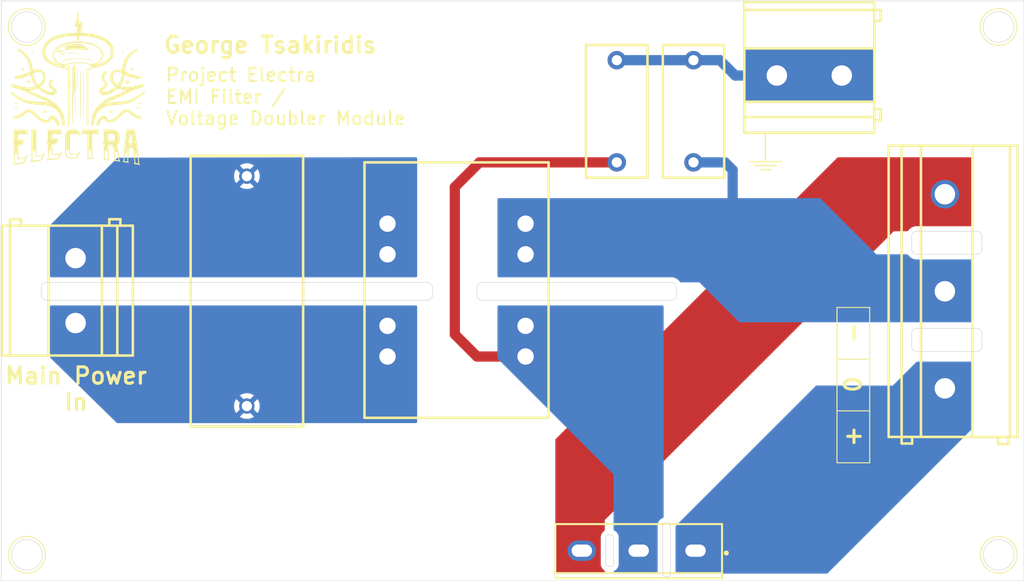
<source format=kicad_pcb>
(kicad_pcb (version 20241229) (generator "pcbnew") (generator_version "9.0")
  (layers (0 "F.Cu" signal) (2 "B.Cu" signal) (13 "F.Paste" user) (15 "B.Paste" user) (5 "F.SilkS" user "F.Silkscreen") (7 "B.SilkS" user "B.Silkscreen") (1 "F.Mask" user) (3 "B.Mask" user) (25 "Edge.Cuts" user))
  (net 0 "")
  (net 1 "Net-(D1-C)")
  (net 2 "Net-(D1-C{slash}A)")
  (net 3 "Net-(D1-A)")
  (net 4 "Net-(C2-Pad2)")
  (net 5 "L")
  (net 6 "E")
  (net 7 "N")
  (footprint "Custom Parts:FILTER-TH_8P-L25.0-W18.0" (layer "F.Cu") (at 175 73.5 90)
    (property "Reference" "U3" (hide yes))
    (property "Value" "FC-DLSF2515-1.0MH/30A-L" (hide yes))
  )
  (footprint "Custom Parts:CONN-TH_P6.35_KF635-6.35-2P" (layer "F.Cu") (at 209.5 52.5 180)
    (property "Reference" "U2" (hide yes))
    (property "Value" "KF635-6.35-2P" (hide yes))
  )
  (footprint "Custom Parts:CONN-TH_P6.35_KF635-6.35-2P" (layer "F.Cu") (at 137.75 73.545 -90)
    (property "Reference" "U1" (hide yes))
    (property "Value" "KF635-6.35-2P" (hide yes))
  )
  (footprint "Custom Parts:CONN-TH_3P-P9.50_KF950-9.5-3P" (layer "F.Cu") (at 222.75 73.6175 90)
    (property "Reference" "U4" (hide yes))
    (property "Value" "KF950-9.5-3P" (hide yes))
  )
  (footprint "Custom Parts:CAP-TH_L13.0-W6.0-P10.00-D0.6" (layer "F.Cu") (at 190.67 56 90)
    (property "Reference" "C1" (hide yes))
    (property "Value" "10nF" (hide yes))
  )
  (footprint "Custom Parts:CAP-TH_L26.5-W11.0-P22.50-D1.4" (layer "F.Cu") (at 154.5 73.6 90)
    (property "Reference" "C3" (hide yes))
    (property "Value" "100nF" (hide yes))
  )
  (footprint "Custom Parts:TO-247-3_L15.9-W5.1-P5.44-L" (layer "F.Cu") (at 192.81 99 180)
    (property "Reference" "D1" (hide yes))
    (property "Value" "DSP45-16A" (hide yes))
  )
  (footprint "Custom Parts:CAP-TH_L13.0-W6.0-P10.00-D0.6" (layer "F.Cu") (at 198.17 56 -90)
    (property "Reference" "C2" (hide yes))
    (property "Value" "10nF" (hide yes))
  )
  (gr_poly (pts (xy 136.410339 50.303651) (xy 136.426009 50.305376) (xy 136.442411 50.308111) (xy 136.459685 50.31182) (xy 136.477971 50.316468) (xy 136.49741 50.322019) (xy 136.538465 50.332267) (xy 136.579572 50.342305) (xy 136.644364 50.35846) (xy 136.709076 50.374935) (xy 136.761993 50.388165) (xy 136.707306 50.403193) (xy 136.665158 50.414414) (xy 136.632603 50.422295) (xy 136.619003 50.425127) (xy 136.606697 50.427298) (xy 136.595316 50.428867) (xy 136.584493 50.429891) (xy 136.573858 50.430428) (xy 136.563045 50.430537) (xy 136.539409 50.429703) (xy 136.510639 50.427852) (xy 136.510639 50.454311) (xy 136.365118 50.493998) (xy 136.338659 50.46754) (xy 136.351889 50.454311) (xy 136.431264 50.454311) (xy 136.457722 50.454311) (xy 136.444493 50.401394) (xy 136.431264 50.454311) (xy 136.351889 50.454311) (xy 136.365118 50.441082) (xy 136.391576 50.441082) (xy 136.391576 50.388165) (xy 136.404805 50.374935) (xy 136.378347 50.374935) (xy 136.365118 50.361706) (xy 136.298972 50.414623) (xy 136.246055 50.361706) (xy 136.262954 50.349932) (xy 136.279038 50.339565) (xy 136.294448 50.33057) (xy 136.309326 50.32291) (xy 136.32381 50.316549) (xy 136.338042 50.311452) (xy 136.345108 50.309366) (xy 136.352163 50.307582) (xy 136.359225 50.306096) (xy 136.366313 50.304903) (xy 136.373442 50.303999) (xy 136.380631 50.303379) (xy 136.39526 50.302974)) (stroke (width -0.000001)) (fill yes) (layer "F.SilkS"))
  (gr_poly (pts (xy 136.550326 49.99129) (xy 136.550326 50.030977) (xy 136.510639 50.044207) (xy 136.523868 49.97806)) (stroke (width -0.000001)) (fill yes) (layer "F.SilkS"))
  (gr_poly (pts (xy 137.979179 49.419807) (xy 138.043816 49.42193) (xy 138.108162 49.425412) (xy 138.172312 49.430222) (xy 138.236362 49.43633) (xy 138.300407 49.443703) (xy 138.364544 49.452311) (xy 138.428867 49.462123) (xy 138.498476 49.472665) (xy 138.56158 49.48279) (xy 138.592793 49.488306) (xy 138.623809 49.494386) (xy 138.654653 49.501226) (xy 138.685345 49.509022) (xy 138.715909 49.517971) (xy 138.73115 49.522939) (xy 138.746368 49.528269) (xy 138.746368 49.541498) (xy 138.256889 49.528269) (xy 138.369337 49.554727) (xy 138.415044 49.567178) (xy 138.461894 49.581628) (xy 138.509553 49.598049) (xy 138.557686 49.616415) (xy 138.605959 49.636695) (xy 138.654038 49.658862) (xy 138.701589 49.682887) (xy 138.748278 49.708743) (xy 138.79377 49.736399) (xy 138.837731 49.765829) (xy 138.879827 49.797004) (xy 138.919724 49.829896) (xy 138.957088 49.864476) (xy 138.991585 49.900715) (xy 139.02288 49.938586) (xy 139.050639 49.97806) (xy 139.050639 50.017748) (xy 138.967395 50.011928) (xy 138.884273 50.005363) (xy 138.801216 49.998032) (xy 138.718166 49.989911) (xy 138.483738 49.968202) (xy 138.245498 49.951554) (xy 138.004863 49.941464) (xy 137.763252 49.93943) (xy 137.522082 49.946949) (xy 137.402107 49.954759) (xy 137.282774 49.965518) (xy 137.16426 49.979414) (xy 137.046743 49.996634) (xy 136.930401 50.017365) (xy 136.81541 50.041794) (xy 136.797495 50.045721) (xy 136.78062 50.048987) (xy 136.772469 50.050314) (xy 136.764453 50.051405) (xy 136.756531 50.052237) (xy 136.748662 50.052787) (xy 136.740804 50.053031) (xy 136.732915 50.052945) (xy 136.724954 50.052507) (xy 136.71688 50.051693) (xy 136.708651 50.050479) (xy 136.700225 50.048842) (xy 136.691561 50.046759) (xy 136.682618 50.044207) (xy 136.682618 49.951602) (xy 136.709076 49.951602) (xy 136.714037 49.919356) (xy 136.722305 49.885456) (xy 136.748764 49.872227) (xy 136.749653 49.855141) (xy 136.750126 49.841799) (xy 136.750158 49.836194) (xy 136.750027 49.831117) (xy 136.749715 49.826435) (xy 136.749202 49.82201) (xy 136.748468 49.817708) (xy 136.747495 49.813392) (xy 136.746262 49.808928) (xy 136.744751 49.804179) (xy 136.742942 49.799009) (xy 136.740816 49.793284) (xy 136.735534 49.779623) (xy 136.746387 49.759986) (xy 136.750417 49.752881) (xy 136.754138 49.74655) (xy 136.758014 49.74022) (xy 136.76251 49.733114) (xy 136.775222 49.713477) (xy 136.788451 49.67379) (xy 136.814909 49.660561) (xy 136.777797 49.666986) (xy 136.740912 49.67391) (xy 136.704217 49.681331) (xy 136.667671 49.689249) (xy 136.631236 49.697663) (xy 136.594875 49.706573) (xy 136.558547 49.715979) (xy 136.522214 49.72588) (xy 136.485162 49.735982) (xy 136.428238 49.752164) (xy 136.371662 49.769225) (xy 136.315366 49.78719) (xy 136.259285 49.806081) (xy 136.2664 49.798386) (xy 136.273452 49.791121) (xy 136.280471 49.784257) (xy 136.287492 49.777767) (xy 136.294546 49.771623) (xy 136.301668 49.765798) (xy 136.308889 49.760264) (xy 136.316242 49.754992) (xy 136.323761 49.749956) (xy 136.331477 49.745127) (xy 136.339425 49.740478) (xy 136.347636 49.735981) (xy 136.356143 49.731608) (xy 136.36498 49.727331) (xy 136.374179 49.723123) (xy 136.383773 49.718955) (xy 136.426354 49.700797) (xy 136.471778 49.682058) (xy 136.518804 49.662544) (xy 136.600932 49.63038) (xy 136.683596 49.600823) (xy 136.766773 49.573798) (xy 136.850444 49.54923) (xy 136.934589 49.527046) (xy 137.019188 49.507171) (xy 137.104219 49.489532) (xy 137.189663 49.474054) (xy 137.2755 49.460662) (xy 137.361709 49.449284) (xy 137.44827 49.439844) (xy 137.535163 49.432268) (xy 137.709862 49.422414) (xy 137.885645 49.419128) (xy 137.914155 49.419075)) (stroke (width -0.000001)) (fill yes) (layer "F.SilkS"))
  (gr_poly (pts (xy 137.504376 50.226831) (xy 137.538738 50.226944) (xy 137.646694 50.227761) (xy 137.720177 50.228123) (xy 137.899701 50.229415) (xy 137.91293 50.255873) (xy 137.861102 50.258676) (xy 137.600672 50.271964) (xy 137.506588 50.278128) (xy 137.422958 50.285308) (xy 137.339554 50.294507) (xy 137.246149 50.306729) (xy 136.988432 50.34425) (xy 136.976597 50.345834) (xy 136.964849 50.347027) (xy 136.953153 50.347873) (xy 136.941476 50.348417) (xy 136.929784 50.348705) (xy 136.918044 50.348781) (xy 136.894285 50.348477) (xy 136.910718 50.339744) (xy 136.92343 50.333181) (xy 136.928682 50.330616) (xy 136.933352 50.328478) (xy 136.937557 50.326728) (xy 136.941413 50.325326) (xy 136.945037 50.324234) (xy 136.948545 50.323414) (xy 136.952052 50.322826) (xy 136.955676 50.322432) (xy 136.959533 50.322193) (xy 136.963738 50.32207) (xy 136.97366 50.322019) (xy 136.97366 50.295561) (xy 137.025312 50.281826) (xy 137.077012 50.268275) (xy 137.106597 50.260292) (xy 137.131186 50.254001) (xy 137.150204 50.249453) (xy 137.158057 50.247816) (xy 137.165037 50.246596) (xy 137.171318 50.245786) (xy 137.177074 50.24538) (xy 137.182478 50.24537) (xy 137.187703 50.245751) (xy 137.192923 50.246515) (xy 137.19831 50.247658) (xy 137.20404 50.249171) (xy 137.210285 50.251049) (xy 137.225014 50.255873) (xy 137.225014 50.229415) (xy 137.264701 50.269102) (xy 137.283426 50.262727) (xy 137.302064 50.256096) (xy 137.320599 50.249187) (xy 137.339018 50.241979) (xy 137.349524 50.239193) (xy 137.359918 50.236754) (xy 137.370219 50.234642) (xy 137.380448 50.232833) (xy 137.390622 50.231306) (xy 137.40076 50.230039) (xy 137.410882 50.22901) (xy 137.421007 50.228196) (xy 137.44134 50.22713) (xy 137.461911 50.226664) (xy 137.482873 50.226623)) (stroke (width -0.000001)) (fill yes) (layer "F.SilkS"))
  (gr_poly (pts (xy 142.37457 50.124925) (xy 142.384234 50.129886) (xy 142.388087 50.131989) (xy 142.391417 50.133917) (xy 142.39432 50.135729) (xy 142.396894 50.137482) (xy 142.399236 50.139236) (xy 142.401442 50.141048) (xy 142.405834 50.145079) (xy 142.410847 50.15004) (xy 142.411932 50.162946) (xy 142.412707 50.173139) (xy 142.413172 50.181549) (xy 142.413327 50.189107) (xy 142.413172 50.196742) (xy 142.412707 50.205385) (xy 142.411932 50.215966) (xy 142.410847 50.229415) (xy 142.397677 50.238138) (xy 142.392212 50.241649) (xy 142.387347 50.244633) (xy 142.382971 50.247124) (xy 142.378974 50.249152) (xy 142.375246 50.250749) (xy 142.373448 50.251395) (xy 142.371676 50.251946) (xy 142.369916 50.252404) (xy 142.368155 50.252774) (xy 142.366378 50.253061) (xy 142.364572 50.253267) (xy 142.360817 50.253454) (xy 142.35678 50.253367) (xy 142.352351 50.253038) (xy 142.347419 50.252498) (xy 142.335606 50.250912) (xy 142.305013 50.242644) (xy 142.301732 50.230552) (xy 142.299226 50.22094) (xy 142.297339 50.212878) (xy 142.29658 50.209138) (xy 142.295918 50.205437) (xy 142.295334 50.201658) (xy 142.294807 50.197685) (xy 142.293851 50.188694) (xy 142.292895 50.177532) (xy 142.291784 50.163269) (xy 142.300298 50.152856) (xy 142.307029 50.144769) (xy 142.309919 50.141403) (xy 142.312597 50.138387) (xy 142.315139 50.135641) (xy 142.317622 50.13309) (xy 142.320125 50.130655) (xy 142.322725 50.128258) (xy 142.3255 50.125823) (xy 142.328526 50.123271) (xy 142.335644 50.117509) (xy 142.344701 50.110352)) (stroke (width -0.000001)) (fill yes) (layer "F.SilkS"))
  (gr_circle (center 228 47.75) (end 229.8 47.75) (stroke (width 0.1)) (fill no) (layer "F.SilkS"))
  (gr_poly (pts (xy 143.29655 51.764294) (xy 143.304809 51.764909) (xy 143.31309 51.765889) (xy 143.321394 51.767194) (xy 143.329725 51.768786) (xy 143.338084 51.770625) (xy 143.346473 51.772671) (xy 143.363347 51.777227) (xy 143.369574 51.782456) (xy 143.375367 51.787529) (xy 143.380744 51.792497) (xy 143.385723 51.797406) (xy 143.390324 51.802307) (xy 143.394564 51.807245) (xy 143.398463 51.812272) (xy 143.402038 51.817434) (xy 143.405308 51.82278) (xy 143.408292 51.828358) (xy 143.411009 51.834217) (xy 143.413476 51.840405) (xy 143.415713 51.846971) (xy 143.417737 51.853963) (xy 143.419568 51.861429) (xy 143.421224 51.869418) (xy 143.421643 51.877575) (xy 143.42189 51.885416) (xy 143.421945 51.892974) (xy 143.421787 51.900284) (xy 143.421395 51.907376) (xy 143.420748 51.914286) (xy 143.419824 51.921047) (xy 143.418602 51.92769) (xy 143.417062 51.93425) (xy 143.415183 51.94076) (xy 143.412942 51.947253) (xy 143.41032 51.953763) (xy 143.407295 51.960321) (xy 143.403846 51.966962) (xy 143.399953 51.973719) (xy 143.395593 51.980625) (xy 143.387716 51.985788) (xy 143.380069 51.990607) (xy 143.372605 51.995094) (xy 143.365277 51.99926) (xy 143.358037 52.003118) (xy 143.350839 52.00668) (xy 143.343634 52.009956) (xy 143.336377 52.01296) (xy 143.329019 52.015703) (xy 143.321514 52.018196) (xy 143.313814 52.020452) (xy 143.305872 52.022482) (xy 143.297642 52.024298) (xy 143.289075 52.025912) (xy 143.280124 52.027336) (xy 143.270743 52.028581) (xy 143.25308 52.016948) (xy 143.244531 52.011007) (xy 143.23621 52.004936) (xy 143.228147 51.998702) (xy 143.22037 51.99227) (xy 143.21291 51.985606) (xy 143.205797 51.978675) (xy 143.199059 51.971444) (xy 143.192727 51.963877) (xy 143.18683 51.955941) (xy 143.181398 51.947602) (xy 143.17646 51.938824) (xy 143.172047 51.929574) (xy 143.170045 51.924761) (xy 143.168186 51.919817) (xy 143.166473 51.914738) (xy 143.164909 51.909519) (xy 143.165719 51.898907) (xy 143.16702 51.888858) (xy 143.168804 51.87932) (xy 143.171059 51.870237) (xy 143.173775 51.861556) (xy 143.176941 51.853224) (xy 143.180547 51.845186) (xy 143.184582 51.837389) (xy 143.189036 51.829779) (xy 143.193898 51.822302) (xy 143.199158 51.814905) (xy 143.204805 51.807533) (xy 143.210829 51.800133) (xy 143.217219 51.792651) (xy 143.231055 51.777227) (xy 143.239204 51.773507) (xy 143.247359 51.770467) (xy 143.255524 51.768067) (xy 143.2637 51.766268) (xy 143.271889 51.76503) (xy 143.280092 51.764315) (xy 143.288312 51.764082)) (stroke (width -0.000001)) (fill yes) (layer "F.SilkS"))
  (gr_poly (pts (xy 144.1052 55.612478) (xy 144.130638 55.613685) (xy 144.130638 55.653373) (xy 143.969408 55.686446) (xy 143.923287 55.696006) (xy 143.878716 55.705049) (xy 143.837779 55.713446) (xy 143.824593 55.715388) (xy 143.811599 55.716957) (xy 143.798728 55.718171) (xy 143.785908 55.719047) (xy 143.773072 55.719603) (xy 143.760148 55.719855) (xy 143.747069 55.719822) (xy 143.733763 55.719519) (xy 143.746993 55.666602) (xy 143.795249 55.653232) (xy 143.842621 55.641351) (xy 143.889508 55.631179) (xy 143.912895 55.626803) (xy 143.93631 55.622938) (xy 143.959803 55.61961) (xy 143.983425 55.616847) (xy 144.007224 55.614678) (xy 144.031252 55.613128) (xy 144.055557 55.612227) (xy 144.08019 55.612001)) (stroke (width -0.000001)) (fill yes) (layer "F.SilkS"))
  (gr_poly (pts (xy 142.776894 55.800982) (xy 142.804144 55.802944) (xy 142.831378 55.806517) (xy 142.85857 55.811758) (xy 142.885691 55.818726) (xy 142.912715 55.82748) (xy 142.939615 55.838078) (xy 142.966362 55.850578) (xy 142.99293 55.865039) (xy 143.034581 55.889017) (xy 143.074582 55.913947) (xy 143.113624 55.939962) (xy 143.151853 55.966939) (xy 143.189418 55.994753) (xy 143.226464 56.02328) (xy 143.263138 56.052396) (xy 143.335958 56.111898) (xy 143.383059 56.150138) (xy 143.42994 56.186899) (xy 143.476757 56.22213) (xy 143.523666 56.255783) (xy 143.570823 56.287807) (xy 143.618384 56.318153) (xy 143.666506 56.346771) (xy 143.715344 56.373612) (xy 143.765055 56.398625) (xy 143.815795 56.421762) (xy 143.86772 56.442972) (xy 143.920986 56.462206) (xy 143.97575 56.479414) (xy 144.032167 56.494546) (xy 144.090393 56.507553) (xy 144.150585 56.518385) (xy 144.165886 56.521089) (xy 144.177708 56.523282) (xy 144.186901 56.525215) (xy 144.190777 56.526162) (xy 144.194317 56.527137) (xy 144.197625 56.528173) (xy 144.200808 56.5293) (xy 144.203972 56.530549) (xy 144.207224 56.531952) (xy 144.214419 56.535344) (xy 144.223242 56.539727) (xy 144.220073 56.566839) (xy 144.216414 56.593585) (xy 144.212254 56.620055) (xy 144.207582 56.646339) (xy 144.202387 56.672524) (xy 144.196658 56.698702) (xy 144.190384 56.724962) (xy 144.183555 56.751393) (xy 144.108685 56.751666) (xy 144.035159 56.746833) (xy 143.962961 56.737183) (xy 143.892073 56.723004) (xy 143.82248 56.704584) (xy 143.754164 56.682213) (xy 143.687109 56.656178) (xy 143.621297 56.626769) (xy 143.556713 56.594272) (xy 143.493339 56.558978) (xy 143.431158 56.521173) (xy 143.370154 56.481148) (xy 143.310311 56.439189) (xy 143.25161 56.395586) (xy 143.194037 56.350626) (xy 143.137573 56.304599) (xy 143.098531 56.272827) (xy 143.059049 56.241685) (xy 143.019154 56.211072) (xy 142.978874 56.180886) (xy 142.955019 56.162876) (xy 142.939682 56.151845) (xy 142.924356 56.141331) (xy 142.909003 56.131386) (xy 142.893581 56.122059) (xy 142.878051 56.113402) (xy 142.862374 56.105463) (xy 142.846508 56.098294) (xy 142.830414 56.091945) (xy 142.814052 56.086466) (xy 142.797382 56.081908) (xy 142.780365 56.07832) (xy 142.762959 56.075754) (xy 142.745126 56.074259) (xy 142.726825 56.073886) (xy 142.708016 56.074685) (xy 142.688659 56.076706) (xy 142.673224 56.080278) (xy 142.658006 56.084565) (xy 142.642999 56.089535) (xy 142.628197 56.095156) (xy 142.613597 56.101395) (xy 142.599192 56.108219) (xy 142.570948 56.123493) (xy 142.543426 56.140718) (xy 142.516583 56.159633) (xy 142.490379 56.179978) (xy 142.464772 56.201493) (xy 142.439722 56.223918) (xy 142.415187 56.246991) (xy 142.367498 56.294044) (xy 142.321377 56.340567) (xy 142.276495 56.384478) (xy 142.212081 56.444627) (xy 142.147131 56.504192) (xy 142.081529 56.563034) (xy 142.01516 56.621014) (xy 141.999576 56.63502) (xy 141.984146 56.649199) (xy 141.96885 56.663521) (xy 141.953665 56.677961) (xy 141.908165 56.720211) (xy 141.86103 56.761799) (xy 141.81232 56.802432) (xy 141.762093 56.841817) (xy 141.710407 56.879662) (xy 141.657322 56.915671) (xy 141.602895 56.949553) (xy 141.547185 56.981014) (xy 141.49025 57.009761) (xy 141.43215 57.0355) (xy 141.372943 57.057938) (xy 141.312686 57.076782) (xy 141.25144 57.091738) (xy 141.220463 57.097667) (xy 141.189261 57.102514) (xy 141.157841 57.106243) (xy 141.12621 57.108816) (xy 141.094375 57.110198) (xy 141.062344 57.110351) (xy 141.038693 57.108481) (xy 141.014761 57.105891) (xy 140.990644 57.102549) (xy 140.966439 57.098424) (xy 140.942243 57.093484) (xy 140.918151 57.087697) (xy 140.894261 57.081032) (xy 140.87067 57.073456) (xy 140.847474 57.064939) (xy 140.82477 57.055448) (xy 140.802654 57.044953) (xy 140.781223 57.03342) (xy 140.760574 57.020819) (xy 140.740803 57.007118) (xy 140.722008 56.992286) (xy 140.704284 56.97629) (xy 140.693037 56.962579) (xy 140.682153 56.948707) (xy 140.671615 56.934675) (xy 140.661407 56.920484) (xy 140.651513 56.906134) (xy 140.641917 56.891627) (xy 140.632602 56.876964) (xy 140.623553 56.862146) (xy 140.606186 56.832051) (xy 140.589685 56.801349) (xy 140.573921 56.770051) (xy 140.558763 56.738164) (xy 140.537888 56.741271) (xy 140.517761 56.745565) (xy 140.498342 56.750998) (xy 140.479594 56.75752) (xy 140.461475 56.765081) (xy 140.443948 56.773633) (xy 140.426972 56.783124) (xy 140.410509 56.793507) (xy 140.394518 56.804731) (xy 140.378962 56.816747) (xy 140.363799 56.829506) (xy 140.348992 56.842957) (xy 140.3345 56.857052) (xy 140.320285 56.871741) (xy 140.306307 56.886974) (xy 140.292526 56.902702) (xy 140.275576 56.925941) (xy 140.259313 56.949697) (xy 140.243704 56.973929) (xy 140.228715 56.998598) (xy 140.214314 57.023663) (xy 140.200467 57.049087) (xy 140.187142 57.074828) (xy 140.174304 57.100847) (xy 140.149961 57.153561) (xy 140.127173 57.206911) (xy 140.105675 57.260581) (xy 140.085201 57.314254) (xy 140.080973 57.322563) (xy 140.076593 57.330543) (xy 140.072045 57.338204) (xy 140.067311 57.345555) (xy 140.062374 57.352604) (xy 140.057218 57.359361) (xy 140.051826 57.365835) (xy 140.046182 57.372035) (xy 140.040268 57.37797) (xy 140.034067 57.383648) (xy 140.027563 57.38908) (xy 140.02074 57.394274) (xy 140.013579 57.399239) (xy 140.006065 57.403984) (xy 139.998181 57.408519) (xy 139.989909 57.412852) (xy 139.958667 57.415836) (xy 139.945832 57.416886) (xy 139.934574 57.417581) (xy 139.924679 57.417875) (xy 139.915936 57.41772) (xy 139.908132 57.417073) (xy 139.901057 57.415885) (xy 139.894497 57.414112) (xy 139.88824 57.411707) (xy 139.882076 57.408624) (xy 139.875792 57.404817) (xy 139.869176 57.400241) (xy 139.862016 57.394849) (xy 139.845216 57.381433) (xy 139.837644 57.371461) (xy 139.831001 57.361983) (xy 139.825233 57.352905) (xy 139.820284 57.34413) (xy 139.816098 57.335563) (xy 139.812622 57.327108) (xy 139.809798 57.318669) (xy 139.807574 57.31015) (xy 139.805892 57.301456) (xy 139.804699 57.292491) (xy 139.803938 57.283159) (xy 139.803556 57.273364) (xy 139.803496 57.263011) (xy 139.803704 57.252004) (xy 139.804701 57.227644) (xy 139.8129 57.193162) (xy 139.822009 57.158751) (xy 139.832026 57.124459) (xy 139.842945 57.090336) (xy 139.854762 57.05643) (xy 139.867474 57.022789) (xy 139.881075 56.989463) (xy 139.895562 56.956499) (xy 139.910931 56.923948) (xy 139.927176 56.891856) (xy 139.944294 56.860274) (xy 139.962281 56.82925) (xy 139.981132 56.798833) (xy 140.000842 56.76907) (xy 140.021409 56.740012) (xy 140.042826 56.711706) (xy 140.069284 56.711706) (xy 140.078999 56.6884) (xy 140.085692 56.677256) (xy 140.093011 56.666351) (xy 140.100926 56.655686) (xy 140.109406 56.645258) (xy 140.118421 56.635068) (xy 140.127941 56.625115) (xy 140.148373 56.605916) (xy 140.170459 56.587656) (xy 140.193955 56.570329) (xy 140.218617 56.553929) (xy 140.244203 56.538451) (xy 140.270469 56.523889) (xy 140.297172 56.510237) (xy 140.324068 56.497489) (xy 140.350914 56.485641) (xy 140.377466 56.474685) (xy 140.403482 56.464618) (xy 140.452931 56.447123) (xy 140.520345 56.442354) (xy 140.571988 56.439385) (xy 140.592936 56.438705) (xy 140.611191 56.438631) (xy 140.627168 56.439215) (xy 140.641285 56.440509) (xy 140.653957 56.442565) (xy 140.665602 56.445436) (xy 140.676635 56.449173) (xy 140.687473 56.453828) (xy 140.698532 56.459454) (xy 140.71023 56.466103) (xy 140.737203 56.482676) (xy 140.743625 56.488445) (xy 140.749697 56.494286) (xy 140.755431 56.500202) (xy 140.76084 56.506191) (xy 140.765935 56.512254) (xy 140.77073 56.518391) (xy 140.779466 56.53089) (xy 140.787148 56.543689) (xy 140.793872 56.55679) (xy 140.79974 56.570194) (xy 140.804849 56.583903) (xy 140.809298 56.597919) (xy 140.813186 56.612245) (xy 140.816613 56.62688) (xy 140.819676 56.641829) (xy 140.825107 56.67267) (xy 140.830271 56.704782) (xy 140.833334 56.719746) (xy 140.834984 56.726756) (xy 140.836747 56.733492) (xy 140.83865 56.739985) (xy 140.840719 56.746268) (xy 140.84298 56.75237) (xy 140.845459 56.758323) (xy 140.848181 56.764158) (xy 140.851174 56.769906) (xy 140.854463 56.775598) (xy 140.858075 56.781266) (xy 140.862034 56.78694) (xy 140.866368 56.792651) (xy 140.871103 56.798431) (xy 140.876264 56.80431) (xy 140.892243 56.813852) (xy 140.908471 56.822098) (xy 140.924934 56.829124) (xy 140.941617 56.835006) (xy 140.958509 56.839821) (xy 140.975593 56.843643) (xy 140.992858 56.846549) (xy 141.010289 56.848614) (xy 141.027872 56.849916) (xy 141.045595 56.850529) (xy 141.063442 56.850529) (xy 141.081401 56.849992) (xy 141.099457 56.848995) (xy 141.117598 56.847613) (xy 141.154076 56.843998) (xy 141.21356 56.827074) (xy 141.271805 56.806712) (xy 141.328828 56.783153) (xy 141.384651 56.756636) (xy 141.439292 56.727401) (xy 141.492771 56.69569) (xy 141.545107 56.661741) (xy 141.596319 56.625795) (xy 141.646428 56.588093) (xy 141.695453 56.548874) (xy 141.743412 56.508379) (xy 141.790327 56.466848) (xy 141.881097 56.381638) (xy 141.967919 56.295165) (xy 141.984855 56.278118) (xy 142.001928 56.261317) (xy 142.019156 56.244748) (xy 142.036555 56.228397) (xy 142.054145 56.212248) (xy 142.071942 56.196286) (xy 142.089965 56.180497) (xy 142.10823 56.164866) (xy 142.118817 56.155292) (xy 142.129206 56.145567) (xy 142.139431 56.135708) (xy 142.149525 56.125732) (xy 142.169453 56.105492) (xy 142.189258 56.084974) (xy 142.228755 56.046889) (xy 142.270703 56.009866) (xy 142.314883 55.974374) (xy 142.361076 55.94088) (xy 142.409065 55.909852) (xy 142.45863 55.881757) (xy 142.509553 55.857064) (xy 142.535455 55.846139) (xy 142.561616 55.836239) (xy 142.588006 55.827424) (xy 142.6146 55.819751) (xy 142.641369 55.813279) (xy 142.668286 55.808067) (xy 142.695325 55.804173) (xy 142.722458 55.801655) (xy 142.749656 55.800572)) (stroke (width -0.000001)) (fill yes) (layer "F.SilkS"))
  (gr_line (start 205.729166 61.716666) (end 204.935416 61.716666) (stroke (width 0.132291)) (layer "F.SilkS"))
  (gr_poly (pts (xy 133.95741 57.809727) (xy 133.937627 57.842836) (xy 133.917722 57.875872) (xy 133.915099 57.886188) (xy 133.9128 57.896492) (xy 133.910804 57.906786) (xy 133.90909 57.917077) (xy 133.907638 57.927368) (xy 133.906426 57.937664) (xy 133.904638 57.958289) (xy 133.90356 57.978988) (xy 133.903024 57.999795) (xy 133.902902 58.041881) (xy 133.902868 58.07201) (xy 133.902991 58.171762) (xy 133.902985 58.243345) (xy 133.903152 58.437583) (xy 133.903258 58.640609) (xy 133.90354 59.025026) (xy 133.903827 59.462688) (xy 133.904493 60.362957) (xy 134.09505 60.336875) (xy 134.15971 60.328064) (xy 134.250014 60.317292) (xy 134.287349 60.312302) (xy 134.320412 60.307193) (xy 134.349905 60.301679) (xy 134.376532 60.295473) (xy 134.400996 60.288287) (xy 134.424001 60.279836) (xy 134.44625 60.269831) (xy 134.468447 60.257987) (xy 134.491296 60.244016) (xy 134.515498 60.227631) (xy 134.541759 60.208545) (xy 134.570781 60.186473) (xy 134.639923 60.132218) (xy 134.667239 60.095533) (xy 134.680457 60.077083) (xy 134.693241 60.058412) (xy 134.705486 60.039411) (xy 134.711373 60.029751) (xy 134.717086 60.019967) (xy 134.722612 60.010045) (xy 134.727936 59.99997) (xy 134.733047 59.98973) (xy 134.73793 59.979309) (xy 134.764389 59.992539) (xy 134.756589 60.028468) (xy 134.747883 60.06332) (xy 134.738154 60.097304) (xy 134.727288 60.130627) (xy 134.715168 60.163497) (xy 134.701679 60.196121) (xy 134.686705 60.228707) (xy 134.670131 60.261463) (xy 134.65554 60.29002) (xy 134.641418 60.318809) (xy 134.627683 60.347787) (xy 134.614249 60.376913) (xy 134.561866 60.494027) (xy 134.537507 60.547288) (xy 134.512494 60.600143) (xy 134.486729 60.652636) (xy 134.460112 60.704808) (xy 134.457145 60.711434) (xy 134.454391 60.718028) (xy 134.451842 60.7246) (xy 134.449489 60.731162) (xy 134.447325 60.737723) (xy 134.445342 60.744293) (xy 134.443531 60.750883) (xy 134.441884 60.757502) (xy 134.440394 60.764161) (xy 134.439051 60.77087) (xy 134.437849 60.77764) (xy 134.43678 60.78448) (xy 134.435004 60.798412) (xy 134.43366 60.812748) (xy 134.402721 60.820747) (xy 134.371812 60.828006) (xy 134.340887 60.834598) (xy 134.309905 60.840599) (xy 134.278821 60.846084) (xy 134.247593 60.851126) (xy 134.184528 60.860187) (xy 134.100373 60.871865) (xy 133.969699 60.889707) (xy 133.833408 60.909372) (xy 133.697928 60.931422) (xy 133.630401 60.943502) (xy 133.562969 60.95637) (xy 133.495595 60.97009) (xy 133.428243 60.984726) (xy 133.362126 60.998096) (xy 133.295951 61.011185) (xy 133.309996 60.987344) (xy 133.317139 60.975542) (xy 133.324395 60.963824) (xy 133.331787 60.952193) (xy 133.339338 60.940653) (xy 133.347074 60.929206) (xy 133.355018 60.917858) (xy 133.376153 60.887989) (xy 133.396462 60.860031) (xy 133.404533 60.84428) (xy 133.411665 60.828445) (xy 133.417915 60.812522) (xy 133.42334 60.796509) (xy 133.427996 60.780401) (xy 133.43194 60.764195) (xy 133.435228 60.747886) (xy 133.437917 60.731473) (xy 133.440064 60.71495) (xy 133.441725 60.698314) (xy 133.442957 60.681561) (xy 133.443815 60.664689) (xy 133.444641 60.630568) (xy 133.444654 60.595922) (xy 133.444722 60.559305) (xy 133.444476 60.438533) (xy 133.444488 60.351682) (xy 133.444155 60.116371) (xy 133.444014 59.952852) (xy 133.534076 59.952852) (xy 133.534076 60.839206) (xy 133.641203 60.826729) (xy 133.714442 60.817833) (xy 133.78757 60.808255) (xy 133.894364 60.79373) (xy 133.928517 60.788695) (xy 133.998389 60.778292) (xy 134.105204 60.762621) (xy 134.173831 60.75239) (xy 134.205734 60.747794) (xy 134.231296 60.743959) (xy 134.251379 60.740718) (xy 134.259909 60.73917) (xy 134.267722 60.737592) (xy 134.275036 60.735922) (xy 134.282068 60.734101) (xy 134.289035 60.732069) (xy 134.296156 60.729767) (xy 134.303647 60.727134) (xy 134.311727 60.72411) (xy 134.330523 60.716653) (xy 134.354285 60.706914) (xy 134.360489 60.698732) (xy 134.365296 60.692215) (xy 134.367289 60.68938) (xy 134.369067 60.686721) (xy 134.370675 60.684157) (xy 134.372159 60.681609) (xy 134.373563 60.678995) (xy 134.374932 60.676236) (xy 134.376311 60.673252) (xy 134.377746 60.669961) (xy 134.380958 60.662142) (xy 134.384929 60.652137) (xy 134.399837 60.619117) (xy 134.414643 60.584545) (xy 134.447833 60.509636) (xy 134.45908 60.485095) (xy 134.46815 60.466429) (xy 134.476083 60.451584) (xy 134.483921 60.43851) (xy 134.492704 60.425154) (xy 134.503475 60.409465) (xy 134.511814 60.399441) (xy 134.515179 60.395271) (xy 134.518051 60.391547) (xy 134.520464 60.38818) (xy 134.522452 60.385084) (xy 134.523296 60.38361) (xy 134.524047 60.38217) (xy 134.524708 60.380754) (xy 134.525284 60.379351) (xy 134.525778 60.37795) (xy 134.526195 60.37654) (xy 134.526539 60.37511) (xy 134.526814 60.37365) (xy 134.527024 60.372147) (xy 134.527174 60.370591) (xy 134.527309 60.367278) (xy 134.527252 60.363623) (xy 134.527037 60.359538) (xy 134.526264 60.349727) (xy 134.475104 60.361354) (xy 134.392795 60.378805) (xy 134.310306 60.39479) (xy 134.227644 60.409467) (xy 134.144812 60.422996) (xy 133.978659 60.447239) (xy 133.811889 60.46879) (xy 133.811889 59.926393) (xy 133.781719 59.919115) (xy 133.768792 59.916358) (xy 133.756759 59.91424) (xy 133.745215 59.912802) (xy 133.739499 59.912349) (xy 133.733753 59.912081) (xy 133.727925 59.912001) (xy 133.721964 59.912116) (xy 133.715821 59.912429) (xy 133.709444 59.912946) (xy 133.695784 59.914609) (xy 133.680578 59.917145) (xy 133.663418 59.920592) (xy 133.643898 59.924989) (xy 133.621611 59.930375) (xy 133.596149 59.936788) (xy 133.534076 59.952852) (xy 133.444014 59.952852) (xy 133.443943 59.870284) (xy 133.443378 59.404488) (xy 133.442926 59.032224) (xy 133.442905 59.005724) (xy 133.442804 58.874108) (xy 133.441472 57.783268) (xy 133.944181 57.783268)) (stroke (width -0.000001)) (fill yes) (layer "F.SilkS"))
  (gr_line (start 215.4 80.26) (end 212.2 80.26) (stroke (width 0.1)) (layer "F.SilkS"))
  (gr_poly (pts (xy 138.02288 46.20869) (xy 138.026438 46.236036) (xy 138.029491 46.263358) (xy 138.032094 46.290687) (xy 138.034299 46.318056) (xy 138.036162 46.345495) (xy 138.039073 46.400708) (xy 138.040799 46.437708) (xy 138.046049 46.556668) (xy 138.047847 46.597496) (xy 138.054384 46.777884) (xy 138.058318 46.958175) (xy 138.059667 47.138503) (xy 138.058451 47.318998) (xy 138.080048 47.313966) (xy 138.135813 47.301811) (xy 138.191686 47.290695) (xy 138.247732 47.280485) (xy 138.304018 47.271043) (xy 138.336807 47.265668) (xy 138.415639 47.252852) (xy 138.412699 47.296208) (xy 138.409124 47.339322) (xy 138.404914 47.382249) (xy 138.400067 47.425044) (xy 138.394582 47.467761) (xy 138.38846 47.510454) (xy 138.381699 47.553177) (xy 138.374297 47.595984) (xy 138.365787 47.644311) (xy 138.305431 47.977877) (xy 138.243659 48.311186) (xy 138.292896 48.317335) (xy 138.342034 48.322616) (xy 138.366628 48.324894) (xy 138.391271 48.326911) (xy 138.415988 48.328651) (xy 138.440805 48.330099) (xy 138.492491 48.332958) (xy 138.519461 48.334439) (xy 138.666027 48.343866) (xy 138.812123 48.356011) (xy 138.885045 48.363268) (xy 138.957911 48.371401) (xy 139.030741 48.380477) (xy 139.103555 48.390561) (xy 139.147338 48.396897) (xy 139.357019 48.430755) (xy 139.567997 48.47129) (xy 139.673392 48.494572) (xy 139.778415 48.520136) (xy 139.882835 48.548186) (xy 139.98642 48.578926) (xy 140.088937 48.61256) (xy 140.190156 48.649292) (xy 140.289843 48.689328) (xy 140.387768 48.732869) (xy 140.483698 48.780122) (xy 140.577401 48.831289) (xy 140.668646 48.886576) (xy 140.757201 48.946186) (xy 140.797612 48.974453) (xy 140.843986 49.00894) (xy 140.888986 49.044354) (xy 140.932597 49.080734) (xy 140.974803 49.118123) (xy 141.015586 49.156562) (xy 141.054932 49.196092) (xy 141.092823 49.236756) (xy 141.129244 49.278594) (xy 141.164179 49.321648) (xy 141.197611 49.365959) (xy 141.229524 49.41157) (xy 141.259902 49.458521) (xy 141.288729 49.506854) (xy 141.315989 49.556611) (xy 141.341666 49.607832) (xy 141.365743 49.660561) (xy 141.385431 49.704124) (xy 141.405028 49.753932) (xy 141.422169 49.804351) (xy 141.436894 49.855309) (xy 141.449239 49.906735) (xy 141.459244 49.958559) (xy 141.466946 50.010709) (xy 141.472382 50.063115) (xy 141.475592 50.115705) (xy 141.476613 50.16841) (xy 141.475483 50.221156) (xy 141.47224 50.273875) (xy 141.466922 50.326495) (xy 141.459567 50.378945) (xy 141.450213 50.431153) (xy 141.438899 50.48305) (xy 141.425662 50.534564) (xy 141.421211 50.551328) (xy 141.416978 50.568149) (xy 141.412908 50.585012) (xy 141.408944 50.601899) (xy 141.397844 50.63868) (xy 141.384599 50.674915) (xy 141.369364 50.710587) (xy 141.352296 50.74568) (xy 141.333551 50.780178) (xy 141.313287 50.814064) (xy 141.29166 50.847324) (xy 141.268825 50.87994) (xy 141.24494 50.911896) (xy 141.22016 50.943177) (xy 141.194644 50.973765) (xy 141.168546 51.003646) (xy 141.115232 51.06122) (xy 141.061472 51.115769) (xy 141.03429 51.143829) (xy 140.961275 51.20941) (xy 140.883174 51.270368) (xy 140.800517 51.326938) (xy 140.713835 51.379355) (xy 140.623656 51.427853) (xy 140.530511 51.472667) (xy 140.43493 51.514031) (xy 140.337442 51.55218) (xy 140.238579 51.587349) (xy 140.138869 51.619772) (xy 140.038843 51.649684) (xy 139.939031 51.677319) (xy 139.742168 51.726698) (xy 139.55252 51.769786) (xy 139.505553 51.780186) (xy 139.434781 51.794896) (xy 139.410981 51.799345) (xy 139.392032 51.80222) (xy 139.383702 51.803153) (xy 139.375777 51.803794) (xy 139.360062 51.804338) (xy 139.342731 51.804125) (xy 139.321629 51.803427) (xy 139.312473 51.803569) (xy 139.304011 51.803902) (xy 139.296164 51.80445) (xy 139.288851 51.805236) (xy 139.281993 51.806283) (xy 139.275508 51.807615) (xy 139.269316 51.809256) (xy 139.263337 51.811227) (xy 139.25749 51.813553) (xy 139.251696 51.816257) (xy 139.245873 51.819362) (xy 139.239942 51.822892) (xy 139.233822 51.826869) (xy 139.227432 51.831317) (xy 139.220692 51.836259) (xy 139.213522 51.841719) (xy 139.199572 51.852038) (xy 139.186361 51.861284) (xy 139.173743 51.869513) (xy 139.161573 51.87678) (xy 139.149707 51.883143) (xy 139.137999 51.888658) (xy 139.126305 51.893381) (xy 139.114479 51.897368) (xy 139.102376 51.900675) (xy 139.089851 51.903359) (xy 139.076759 51.905475) (xy 139.062956 51.907081) (xy 139.048295 51.908232) (xy 139.032633 51.908984) (xy 139.015824 51.909395) (xy 138.997722 51.909519) (xy 138.997722 57.412852) (xy 138.825742 57.426081) (xy 138.824392 55.307309) (xy 138.824289 55.057282) (xy 138.824268 55.007003) (xy 138.823702 54.20057) (xy 138.823254 53.373358) (xy 138.822888 52.862751) (xy 138.82274 52.512811) (xy 138.822589 52.310788) (xy 138.822543 52.125879) (xy 138.822439 52.058945) (xy 138.822386 52.013473) (xy 138.822487 51.968) (xy 138.822456 51.916959) (xy 138.824111 51.898324) (xy 138.826397 51.88045) (xy 138.829294 51.863124) (xy 138.832782 51.846132) (xy 138.836837 51.82926) (xy 138.84144 51.812294) (xy 138.846568 51.795021) (xy 138.848013 51.790456) (xy 138.865431 51.790456) (xy 138.891889 51.816915) (xy 138.891889 51.790456) (xy 138.865431 51.790456) (xy 138.848013 51.790456) (xy 138.852201 51.777227) (xy 138.878659 51.777227) (xy 138.878659 51.750769) (xy 138.931576 51.763998) (xy 138.905118 51.763998) (xy 138.905118 51.790456) (xy 138.971263 51.790456) (xy 138.984493 51.763998) (xy 138.997722 51.843373) (xy 139.040916 51.827549) (xy 139.058756 51.820769) (xy 139.07453 51.814459) (xy 139.088568 51.808407) (xy 139.1012 51.802399) (xy 139.112753 51.796222) (xy 139.12356 51.789663) (xy 139.133947 51.782508) (xy 139.144246 51.774545) (xy 139.154785 51.765561) (xy 139.165894 51.755341) (xy 139.177902 51.743674) (xy 139.191139 51.730345) (xy 139.222617 51.697852) (xy 139.224471 51.678812) (xy 139.22506 51.669921) (xy 139.225399 51.661372) (xy 139.225468 51.653109) (xy 139.225246 51.645075) (xy 139.224715 51.637212) (xy 139.223855 51.629463) (xy 139.222646 51.621771) (xy 139.221069 51.61408) (xy 139.219104 51.606331) (xy 139.216731 51.598469) (xy 139.213932 51.590435) (xy 139.210685 51.582172) (xy 139.206973 51.573624) (xy 139.202774 51.564734) (xy 139.187496 51.547639) (xy 139.171554 51.531435) (xy 139.154977 51.516091) (xy 139.137797 51.501579) (xy 139.120043 51.487869) (xy 139.101746 51.474932) (xy 139.063644 51.451261) (xy 139.023733 51.430331) (xy 138.982256 51.41191) (xy 138.939455 51.395763) (xy 138.895572 51.381656) (xy 138.850852 51.369356) (xy 138.805535 51.358629) (xy 138.759865 51.349241) (xy 138.714084 51.340959) (xy 138.623159 51.326775) (xy 138.534701 51.314206) (xy 138.485415 51.307011) (xy 138.428554 51.300037) (xy 138.371789 51.294592) (xy 138.315068 51.290503) (xy 138.258341 51.287601) (xy 138.201555 51.285715) (xy 138.144661 51.284674) (xy 138.030339 51.284441) (xy 137.992487 51.284552) (xy 137.853052 51.285944) (xy 137.783506 51.287633) (xy 137.714048 51.290256) (xy 137.644657 51.29402) (xy 137.575312 51.299129) (xy 137.505993 51.30579) (xy 137.43668 51.314206) (xy 137.407173 51.317863) (xy 137.323033 51.329794) (xy 137.234737 51.345485) (xy 137.189798 51.35506) (xy 137.14474 51.365959) (xy 137.09987 51.37831) (xy 137.055494 51.39224) (xy 137.011919 51.407877) (xy 136.969451 51.42535) (xy 136.928398 51.444787) (xy 136.889064 51.466314) (xy 136.851758 51.490061) (xy 136.816786 51.516155) (xy 136.784454 51.544724) (xy 136.769373 51.559977) (xy 136.755068 51.575896) (xy 136.75191 51.581728) (xy 136.74909 51.587506) (xy 136.746598 51.593244) (xy 136.74442 51.598957) (xy 136.742544 51.60466) (xy 136.740958 51.610367) (xy 136.739649 51.616094) (xy 136.738606 51.621856) (xy 136.737816 51.627668) (xy 136.737266 51.633543) (xy 136.736944 51.639498) (xy 136.736838 51.645547) (xy 136.736935 51.651705) (xy 136.737224 51.657986) (xy 136.737691 51.664407) (xy 136.738325 51.67098) (xy 136.741839 51.680951) (xy 136.745648 51.69028) (xy 136.749764 51.699012) (xy 136.754197 51.707188) (xy 136.758961 51.714855) (xy 136.764064 51.722055) (xy 136.76952 51.728833) (xy 136.775338 51.735232) (xy 136.781531 51.741296) (xy 136.788109 51.747069) (xy 136.795084 51.752595) (xy 136.802467 51.757918) (xy 136.810269 51.763081) (xy 136.818502 51.768129) (xy 136.827176 51.773106) (xy 136.836303 51.778054) (xy 136.854851 51.786907) (xy 136.873484 51.795514) (xy 136.892199 51.803901) (xy 136.910993 51.812092) (xy 136.948804 51.82798) (xy 136.986889 51.843373) (xy 136.985209 51.820135) (xy 136.983697 51.793914) (xy 136.982422 51.767691) (xy 136.980274 51.715216) (xy 136.977587 51.678654) (xy 136.977283 51.665438) (xy 136.977218 51.652728) (xy 136.977482 51.640378) (xy 136.978166 51.628237) (xy 136.978692 51.622198) (xy 136.979358 51.616156) (xy 136.980173 51.610092) (xy 136.981149 51.603988) (xy 136.982297 51.597824) (xy 136.983629 51.591582) (xy 136.985156 51.585243) (xy 136.986889 51.57879) (xy 136.995309 51.57052) (xy 137.003933 51.562819) (xy 137.012761 51.555657) (xy 137.021792 51.549009) (xy 137.031024 51.542847) (xy 137.040457 51.537144) (xy 137.050091 51.531874) (xy 137.059923 51.527008) (xy 137.069953 51.52252) (xy 137.080181 51.518383) (xy 137.090605 51.51457) (xy 137.101224 51.511054) (xy 137.112038 51.507808) (xy 137.123046 51.504804) (xy 137.134247 51.502015) (xy 137.145639 51.499415) (xy 137.145174 51.533056) (xy 137.144996 51.594869) (xy 137.145593 51.656563) (xy 137.14727 51.71823) (xy 137.148608 51.749082) (xy 137.15033 51.779962) (xy 137.154708 51.865475) (xy 137.157731 51.951034) (xy 137.160655 52.12225) (xy 137.160597 52.464767) (xy 137.16065 52.663112) (xy 137.160658 53.050378) (xy 137.160638 53.364966) (xy 137.160644 53.410323) (xy 137.160657 53.501554) (xy 137.160581 54.354682) (xy 137.160592 55.086947) (xy 137.160651 55.938294) (xy 137.160638 56.028957) (xy 137.160632 56.074012) (xy 137.160671 56.388644) (xy 137.160628 56.771405) (xy 137.160623 56.966744) (xy 137.16057 57.14532) (xy 137.160595 57.210116) (xy 137.160533 57.297785) (xy 137.160526 57.34709) (xy 137.159953 57.360141) (xy 137.159361 57.370433) (xy 137.159003 57.374833) (xy 137.158575 57.378891) (xy 137.158055 57.382722) (xy 137.157421 57.386441) (xy 137.156652 57.390166) (xy 137.155725 57.39401) (xy 137.15462 57.398091) (xy 137.153313 57.402523) (xy 137.150009 57.412904) (xy 137.145639 57.426081) (xy 137.000118 57.426081) (xy 136.997422 57.417565) (xy 136.995073 57.409258) (xy 136.993048 57.401125) (xy 136.991321 57.393133) (xy 136.98987 57.385247) (xy 136.98867 57.377433) (xy 136.987698 57.369657) (xy 136.98693 57.361885) (xy 136.985909 57.346218) (xy 136.985418 57.330158) (xy 136.985261 57.295769) (xy 136.985215 57.267542) (xy 136.985298 57.173195) (xy 136.985264 57.105156) (xy 136.985353 56.917637) (xy 136.985381 56.715629) (xy 136.98549 56.365452) (xy 136.985648 55.859152) (xy 136.985891 55.037774) (xy 136.986162 54.239735) (xy 136.986173 54.190073) (xy 136.986223 53.943432) (xy 136.986889 51.89629) (xy 136.947201 51.909519) (xy 136.925856 51.906438) (xy 136.917966 51.905173) (xy 136.91073 51.90386) (xy 136.903248 51.902325) (xy 136.894617 51.900392) (xy 136.870307 51.894636) (xy 136.829534 51.885438) (xy 136.81591 51.880223) (xy 136.810272 51.877988) (xy 136.805273 51.875907) (xy 136.800804 51.873911) (xy 136.796759 51.871927) (xy 136.793028 51.869887) (xy 136.789504 51.867719) (xy 136.786079 51.865353) (xy 136.782644 51.862719) (xy 136.779092 51.859745) (xy 136.775315 51.856362) (xy 136.771204 51.8525) (xy 136.766652 51.848086) (xy 136.755792 51.837327) (xy 136.750217 51.83257) (xy 136.744526 51.8281) (xy 136.738722 51.823906) (xy 136.732811 51.819977) (xy 136.720684 51.812871) (xy 136.708182 51.806695) (xy 136.69534 51.801362) (xy 136.682197 51.796786) (xy 136.668788 51.792878) (xy 136.655151 51.789552) (xy 136.641322 51.786722) (xy 136.627338 51.784301) (xy 136.59905 51.780334) (xy 136.542229 51.773476) (xy 136.514266 51.769602) (xy 136.486332 51.765545) (xy 136.430502 51.757148) (xy 136.348103 51.744891) (xy 136.28762 51.735176) (xy 136.227228 51.724158) (xy 136.106872 51.698308) (xy 135.987338 51.667532) (xy 135.868929 51.632023) (xy 135.75195 51.591972) (xy 135.636703 51.547573) (xy 135.523491 51.499017) (xy 135.412618 51.446498) (xy 135.380973 51.431002) (xy 135.310043 51.394466) (xy 135.275621 51.37555) (xy 135.241837 51.356163) (xy 135.208646 51.336275) (xy 135.176005 51.315858) (xy 135.14387 51.294881) (xy 135.112198 51.273315) (xy 135.080945 51.251131) (xy 135.050066 51.228301) (xy 135.019519 51.204793) (xy 134.989259 51.18058) (xy 134.959244 51.155631) (xy 134.929428 51.129918) (xy 134.870222 51.076081) (xy 134.842679 51.051587) (xy 134.805177 51.014613) (xy 134.76963 50.97515) (xy 134.736074 50.933412) (xy 134.704548 50.88961) (xy 134.675088 50.843957) (xy 134.647732 50.796667) (xy 134.622518 50.747951) (xy 134.599483 50.698022) (xy 134.578665 50.647094) (xy 134.560102 50.595378) (xy 134.54383 50.543087) (xy 134.529887 50.490435) (xy 134.518312 50.437633) (xy 134.509141 50.384894) (xy 134.502411 50.332432) (xy 134.498162 50.280458) (xy 134.49815 50.279748) (xy 134.786765 50.279748) (xy 134.789353 50.321845) (xy 134.793984 50.363099) (xy 134.800603 50.403534) (xy 134.809155 50.443169) (xy 134.819582 50.482028) (xy 134.831831 50.520131) (xy 134.845844 50.557501) (xy 134.861567 50.59416) (xy 134.878944 50.630128) (xy 134.897918 50.665428) (xy 134.918435 50.700082) (xy 134.940438 50.734111) (xy 134.963872 50.767537) (xy 134.988681 50.800382) (xy 135.014809 50.832667) (xy 135.042201 50.864415) (xy 135.065921 50.891442) (xy 135.121231 50.946592) (xy 135.18013 50.998103) (xy 135.242273 51.0462) (xy 135.307313 51.091106) (xy 135.374906 51.133043) (xy 135.444705 51.172236) (xy 135.516365 51.208908) (xy 135.589541 51.243282) (xy 135.663886 51.275583) (xy 135.739055 51.306033) (xy 135.890482 51.362276) (xy 136.041058 51.413798) (xy 136.188016 51.462389) (xy 136.237508 51.479197) (xy 136.286882 51.49635) (xy 136.385478 51.531092) (xy 136.494181 51.568699) (xy 136.603243 51.605248) (xy 136.603243 51.57879) (xy 136.565732 51.563887) (xy 136.295916 51.455738) (xy 136.090901 51.369769) (xy 136.009028 51.332501) (xy 135.938957 51.297658) (xy 135.879222 51.264198) (xy 135.828355 51.231082) (xy 135.784891 51.197268) (xy 135.747364 51.161717) (xy 135.714306 51.123388) (xy 135.684253 51.081242) (xy 135.655737 51.034236) (xy 135.627293 50.981332) (xy 135.564753 50.853666) (xy 135.549862 50.816326) (xy 135.536531 50.778433) (xy 135.52481 50.740057) (xy 135.514752 50.701268) (xy 135.506406 50.662136) (xy 135.499825 50.622729) (xy 135.495059 50.583119) (xy 135.49216 50.543375) (xy 135.491178 50.503567) (xy 135.491428 50.493503) (xy 135.665949 50.493503) (xy 135.66632 50.53059) (xy 135.668455 50.567434) (xy 135.672385 50.604024) (xy 135.678143 50.640344) (xy 135.685761 50.676381) (xy 135.695269 50.712123) (xy 135.7067 50.747554) (xy 135.720086 50.782663) (xy 135.735458 50.817434) (xy 135.752847 50.851855) (xy 135.772286 50.885912) (xy 135.806018 50.933106) (xy 135.841349 50.977362) (xy 135.87824 51.018832) (xy 135.916653 51.057669) (xy 135.956548 51.094024) (xy 135.997889 51.12805) (xy 136.040635 51.159898) (xy 136.084749 51.189721) (xy 136.130192 51.21767) (xy 136.176925 51.243898) (xy 136.224911 51.268557) (xy 136.274109 51.291799) (xy 136.324483 51.313775) (xy 136.375993 51.334639) (xy 136.428601 51.354541) (xy 136.482268 51.373634) (xy 136.499664 51.379961) (xy 136.51677 51.386681) (xy 136.533642 51.393759) (xy 136.550337 51.40116) (xy 136.566911 51.408846) (xy 136.58342 51.416784) (xy 136.616472 51.433269) (xy 136.64293 51.433269) (xy 136.635713 51.418434) (xy 136.628125 51.404106) (xy 136.620173 51.390186) (xy 136.611862 51.376577) (xy 136.603197 51.363182) (xy 136.594184 51.349903) (xy 136.584826 51.336642) (xy 136.575131 51.323301) (xy 136.568588 51.313319) (xy 136.56255 51.303746) (xy 136.557028 51.294505) (xy 136.552034 51.285516) (xy 136.547577 51.276701) (xy 136.543669 51.267981) (xy 136.540319 51.259277) (xy 136.53754 51.250511) (xy 136.53534 51.241604) (xy 136.533732 51.232477) (xy 136.532726 51.223051) (xy 136.532333 51.213248) (xy 136.532562 51.202988) (xy 136.53319 51.195144) (xy 136.590014 51.195144) (xy 136.590432 51.208913) (xy 136.591452 51.222056) (xy 136.593062 51.234631) (xy 136.595255 51.246696) (xy 136.598021 51.25831) (xy 136.601351 51.269531) (xy 136.605234 51.280416) (xy 136.609663 51.291024) (xy 136.614627 51.301414) (xy 136.620118 51.311644) (xy 136.626127 51.321771) (xy 136.632643 51.331854) (xy 136.639657 51.341951) (xy 136.647162 51.352121) (xy 136.655146 51.362421) (xy 136.663601 51.372911) (xy 136.680628 51.394589) (xy 136.690965 51.407633) (xy 136.701367 51.420624) (xy 136.722305 51.446498) (xy 136.754829 51.432763) (xy 136.787122 51.418728) (xy 136.80318 51.411525) (xy 136.819176 51.40416) (xy 136.835109 51.396604) (xy 136.85098 51.388827) (xy 136.904148 51.36404) (xy 136.958193 51.341394) (xy 137.01304 51.320813) (xy 137.068612 51.302216) (xy 137.124834 51.285525) (xy 137.181628 51.270662) (xy 137.23892 51.257548) (xy 137.296633 51.246103) (xy 137.35469 51.23625) (xy 137.413017 51.22791) (xy 137.471536 51.221003) (xy 137.530172 51.215451) (xy 137.647489 51.208098) (xy 137.764361 51.205221) (xy 137.808731 51.204832) (xy 137.950137 51.204239) (xy 137.998744 51.204134) (xy 138.088553 51.204587) (xy 138.177635 51.206229) (xy 138.266164 51.209421) (xy 138.354317 51.214525) (xy 138.442269 51.221902) (xy 138.530197 51.231914) (xy 138.618275 51.244923) (xy 138.70668 51.26129) (xy 138.740373 51.26771) (xy 138.798915 51.27941) (xy 138.858631 51.292654) (xy 138.918709 51.307955) (xy 138.948631 51.316537) (xy 138.978339 51.325825) (xy 139.007732 51.335885) (xy 139.03671 51.346779) (xy 139.06517 51.358572) (xy 139.093011 51.371329) (xy 139.120132 51.385113) (xy 139.146431 51.399988) (xy 139.171807 51.416019) (xy 139.196159 51.433269) (xy 139.202969 51.432392) (xy 139.209557 51.431303) (xy 139.215932 51.430008) (xy 139.222102 51.428511) (xy 139.228079 51.426817) (xy 139.233869 51.424933) (xy 139.239484 51.422862) (xy 139.244931 51.420611) (xy 139.25022 51.418183) (xy 139.255361 51.415586) (xy 139.265232 51.4099) (xy 139.274618 51.403594) (xy 139.283593 51.39671) (xy 139.292229 51.389289) (xy 139.300601 51.381373) (xy 139.308781 51.373002) (xy 139.316843 51.364218) (xy 139.332907 51.345577) (xy 139.34938 51.325782) (xy 139.354474 51.318878) (xy 139.359068 51.312283) (xy 139.36318 51.305935) (xy 139.366832 51.299777) (xy 139.370045 51.293749) (xy 139.372837 51.287792) (xy 139.375231 51.281847) (xy 139.377246 51.275854) (xy 139.378904 51.269756) (xy 139.380223 51.263492) (xy 139.381225 51.257003) (xy 139.381931 51.250231) (xy 139.38236 51.243116) (xy 139.382534 51.235598) (xy 139.382472 51.22762) (xy 139.382195 51.219122) (xy 139.380214 51.207025) (xy 139.377815 51.195827) (xy 139.374988 51.185443) (xy 139.371723 51.175785) (xy 139.368011 51.166768) (xy 139.363841 51.158305) (xy 139.359205 51.150309) (xy 139.354093 51.142695) (xy 139.348495 51.135375) (xy 139.342402 51.128264) (xy 139.335803 51.121274) (xy 139.32869 51.11432) (xy 139.321052 51.107314) (xy 139.312881 51.100172) (xy 139.294897 51.085128) (xy 139.283995 51.077913) (xy 139.272986 51.071077) (xy 139.26187 51.064595) (xy 139.250649 51.058442) (xy 139.239326 51.052591) (xy 139.227902 51.047017) (xy 139.216379 51.041694) (xy 139.204759 51.036596) (xy 139.181234 51.026974) (xy 139.157342 51.017944) (xy 139.133098 51.009302) (xy 139.108516 51.000841) (xy 139.064639 50.985515) (xy 139.01241 50.968789) (xy 138.960086 50.953678) (xy 138.907603 50.940073) (xy 138.854897 50.927868) (xy 138.801901 50.916953) (xy 138.748553 50.907221) (xy 138.694785 50.898564) (xy 138.640534 50.890873) (xy 138.60803 50.886507) (xy 138.556712 50.880098) (xy 138.50535 50.874251) (xy 138.453922 50.869009) (xy 138.402409 50.864415) (xy 138.362528 50.860962) (xy 138.220441 50.850746) (xy 138.076109 50.842629) (xy 137.930403 50.83779) (xy 137.784195 50.837411) (xy 137.638357 50.842673) (xy 137.565849 50.847787) (xy 137.493761 50.854754) (xy 137.422202 50.863722) (xy 137.35128 50.874837) (xy 137.281105 50.888248) (xy 137.211784 50.904102) (xy 137.173234 50.913333) (xy 137.109652 50.929344) (xy 137.046417 50.946356) (xy 136.983468 50.964393) (xy 136.920743 50.983477) (xy 136.893451 50.992004) (xy 136.850466 51.006661) (xy 136.828644 51.014832) (xy 136.806782 51.023628) (xy 136.785013 51.033096) (xy 136.763472 51.043284) (xy 136.742292 51.054239) (xy 136.721607 51.066008) (xy 136.70155 51.078638) (xy 136.682257 51.092177) (xy 136.66386 51.106672) (xy 136.646494 51.12217) (xy 136.630292 51.138719) (xy 136.615389 51.156366) (xy 136.601918 51.175159) (xy 136.595762 51.184999) (xy 136.590014 51.195144) (xy 136.53319 51.195144) (xy 136.533426 51.192194) (xy 136.534934 51.180786) (xy 136.537097 51.168685) (xy 136.543539 51.152484) (xy 136.550682 51.137286) (xy 136.558509 51.123022) (xy 136.567001 51.109626) (xy 136.576141 51.097031) (xy 136.585909 51.085171) (xy 136.596287 51.073977) (xy 136.607257 51.063384) (xy 136.618802 51.053325) (xy 136.630901 51.043731) (xy 136.643538 51.034537) (xy 136.656694 51.025675) (xy 136.67035 51.017078) (xy 136.684489 51.00868) (xy 136.699092 51.000413) (xy 136.71414 50.992211) (xy 136.781942 50.962828) (xy 136.850817 50.936306) (xy 136.920664 50.912518) (xy 136.991381 50.891337) (xy 137.062867 50.872636) (xy 137.135019 50.856286) (xy 137.207735 50.842162) (xy 137.280913 50.830134) (xy 137.354452 50.820077) (xy 137.42825 50.811862) (xy 137.502205 50.805362) (xy 137.576214 50.80045) (xy 137.72399 50.794881) (xy 137.870762 50.794135) (xy 137.914748 50.794359) (xy 138.070197 50.795822) (xy 138.147772 50.797439) (xy 138.225265 50.799992) (xy 138.30269 50.803738) (xy 138.380062 50.808937) (xy 138.457394 50.815847) (xy 138.534701 50.824727) (xy 138.576953 50.829895) (xy 138.78636 50.856562) (xy 138.945886 50.879065) (xy 139.009912 50.889785) (xy 139.065029 50.9007) (xy 139.112425 50.912223) (xy 139.153287 50.924765) (xy 139.188801 50.938739) (xy 139.220156 50.954558) (xy 139.248539 50.972632) (xy 139.275136 50.993375) (xy 139.301135 51.017198) (xy 139.327722 51.044514) (xy 139.387414 51.111273) (xy 139.394271 51.122404) (xy 139.400339 51.133294) (xy 139.40565 51.143993) (xy 139.410238 51.154549) (xy 139.414137 51.16501) (xy 139.417379 51.175426) (xy 139.419999 51.185844) (xy 139.422029 51.196313) (xy 139.423503 51.206883) (xy 139.424454 51.217601) (xy 139.424916 51.228516) (xy 139.424922 51.239676) (xy 139.424506 51.251131) (xy 139.4237 51.262929) (xy 139.422539 51.275118) (xy 139.421055 51.287748) (xy 139.405346 51.314103) (xy 139.399661 51.323327) (xy 139.394597 51.331156) (xy 139.389533 51.33852) (xy 139.383848 51.346349) (xy 139.368138 51.367123) (xy 139.368138 51.393581) (xy 139.379488 51.391662) (xy 139.390684 51.389488) (xy 139.401743 51.387073) (xy 139.41268 51.384433) (xy 139.43425 51.378537) (xy 139.455522 51.37192) (xy 139.476619 51.364704) (xy 139.497667 51.357009) (xy 139.540118 51.340665) (xy 139.553347 51.367123) (xy 139.553347 51.340665) (xy 139.577867 51.334134) (xy 139.608607 51.325046) (xy 139.638665 51.315249) (xy 139.668159 51.304712) (xy 139.697209 51.293401) (xy 139.725931 51.281286) (xy 139.754444 51.268334) (xy 139.782866 51.254514) (xy 139.811315 51.239792) (xy 139.844483 51.222145) (xy 139.87613 51.204165) (xy 139.906581 51.185523) (xy 139.921387 51.175897) (xy 139.935927 51.166037) (xy 139.950215 51.155921) (xy 139.96426 51.145527) (xy 139.978075 51.134831) (xy 139.991671 51.123811) (xy 140.005059 51.112445) (xy 140.018251 51.100709) (xy 140.031258 51.088582) (xy 140.044091 51.07604) (xy 140.056763 51.063061) (xy 140.069284 51.049623) (xy 140.097396 51.018824) (xy 140.114118 50.998828) (xy 140.130533 50.978421) (xy 140.146572 50.957606) (xy 140.162168 50.936386) (xy 140.177252 50.914764) (xy 140.191755 50.892746) (xy 140.205609 50.870333) (xy 140.218745 50.847529) (xy 140.231095 50.824338) (xy 140.242591 50.800764) (xy 140.253164 50.776809) (xy 140.262745 50.752478) (xy 140.271267 50.727773) (xy 140.27866 50.702699) (xy 140.284856 50.677259) (xy 140.289787 50.651456) (xy 140.291267 50.643075) (xy 140.29256 50.636312) (xy 140.293207 50.633307) (xy 140.293893 50.630428) (xy 140.294645 50.627584) (xy 140.295492 50.624681) (xy 140.296461 50.621628) (xy 140.297582 50.618331) (xy 140.30039 50.610637) (xy 140.304142 50.600859) (xy 140.309063 50.588256) (xy 140.315661 50.561171) (xy 140.32036 50.534065) (xy 140.323252 50.506967) (xy 140.32443 50.479901) (xy 140.323989 50.452896) (xy 140.32202 50.425977) (xy 140.318617 50.399171) (xy 140.313872 50.372505) (xy 140.307879 50.346005) (xy 140.30073 50.319699) (xy 140.292519 50.293612) (xy 140.283339 50.267771) (xy 140.273282 50.242203) (xy 140.262442 50.216935) (xy 140.250911 50.191993) (xy 140.238783 50.167403) (xy 140.232129 50.156533) (xy 140.225263 50.145877) (xy 140.218196 50.135422) (xy 140.210939 50.12515) (xy 140.203502 50.115047) (xy 140.195897 50.105097) (xy 140.18022 50.085595) (xy 140.163992 50.06652) (xy 140.147298 50.047748) (xy 140.130222 50.029154) (xy 140.112847 50.010617) (xy 140.094946 49.991338) (xy 140.08869 49.984466) (xy 140.083392 49.978474) (xy 140.078423 49.972636) (xy 140.073155 49.96623) (xy 140.059207 49.948812) (xy 140.027394 49.911061) (xy 139.993949 49.874898) (xy 139.958948 49.840284) (xy 139.922468 49.807183) (xy 139.884586 49.775557) (xy 139.845377 49.745366) (xy 139.763289 49.689143) (xy 139.676817 49.638211) (xy 139.586574 49.592268) (xy 139.493173 49.55101) (xy 139.397228 49.514135) (xy 139.299349 49.48134) (xy 139.200152 49.452323) (xy 139.100249 49.426779) (xy 139.000253 49.404408) (xy 138.900776 49.384905) (xy 138.802433 49.367968) (xy 138.611596 49.34058) (xy 138.5849 49.337167) (xy 138.506518 49.328029) (xy 138.428237 49.320337) (xy 138.350003 49.314027) (xy 138.271759 49.309032) (xy 138.193451 49.305287) (xy 138.115021 49.302726) (xy 138.036416 49.301283) (xy 137.957578 49.300893) (xy 137.926086 49.300917) (xy 137.86288 49.301354) (xy 137.799876 49.302475) (xy 137.737028 49.304393) (xy 137.674288 49.307219) (xy 137.611608 49.311064) (xy 137.54894 49.31604) (xy 137.486237 49.322259) (xy 137.423451 49.329831) (xy 137.383757 49.334786) (xy 137.272163 49.350209) (xy 137.160675 49.368297) (xy 137.049591 49.389442) (xy 136.939208 49.414035) (xy 136.829824 49.442468) (xy 136.721736 49.475133) (xy 136.668271 49.493176) (xy 136.615242 49.512423) (xy 136.562685 49.532924) (xy 136.510639 49.554728) (xy 136.483095 49.566548) (xy 136.380042 49.610349) (xy 136.299787 49.646037) (xy 136.266226 49.662152) (xy 136.235987 49.677815) (xy 136.208275 49.693552) (xy 136.182298 49.709887) (xy 136.157262 49.727345) (xy 136.132376 49.746453) (xy 136.106846 49.767735) (xy 136.07988 49.791716) (xy 136.050683 49.818923) (xy 136.018463 49.849879) (xy 135.941785 49.925144) (xy 135.97857 49.912883) (xy 136.015053 49.900069) (xy 136.033196 49.893411) (xy 136.051282 49.886563) (xy 136.069316 49.879508) (xy 136.087306 49.872227) (xy 136.074076 49.885456) (xy 136.048445 49.914395) (xy 136.042462 49.92029) (xy 136.036422 49.92594) (xy 136.030321 49.931362) (xy 136.024153 49.936575) (xy 136.017915 49.941599) (xy 136.011603 49.946451) (xy 136.005211 49.95115) (xy 135.998737 49.955715) (xy 135.985522 49.964517) (xy 135.971923 49.973005) (xy 135.957907 49.981329) (xy 135.943438 49.989636) (xy 135.920509 50.003634) (xy 135.898436 50.018337) (xy 135.877235 50.033756) (xy 135.856925 50.049904) (xy 135.837526 50.066793) (xy 135.819055 50.084435) (xy 135.801531 50.102842) (xy 135.784971 50.122025) (xy 135.769395 50.141998) (xy 135.754822 50.162772) (xy 135.741268 50.184359) (xy 135.728753 50.206772) (xy 135.717295 50.230021) (xy 135.706913 50.25412) (xy 135.697625 50.27908) (xy 135.689449 50.304914) (xy 135.681474 50.343007) (xy 135.675105 50.380926) (xy 135.670374 50.418658) (xy 135.667311 50.456188) (xy 135.665949 50.493503) (xy 135.491428 50.493503) (xy 135.492166 50.463764) (xy 135.495173 50.424037) (xy 135.500252 50.384455) (xy 135.507452 50.345088) (xy 135.516827 50.306006) (xy 135.528426 50.267279) (xy 135.5423 50.228976) (xy 135.562558 50.184466) (xy 135.584219 50.141057) (xy 135.607277 50.09866) (xy 135.631728 50.057183) (xy 135.657565 50.016537) (xy 135.684785 49.976632) (xy 135.713381 49.937378) (xy 135.743347 49.898686) (xy 135.76872 49.865199) (xy 135.77419 49.858819) (xy 135.779693 49.852602) (xy 135.785235 49.846537) (xy 135.790822 49.84061) (xy 135.802149 49.829117) (xy 135.813718 49.818019) (xy 135.825569 49.807211) (xy 135.837744 49.79659) (xy 135.850286 49.786051) (xy 135.863236 49.775489) (xy 135.897601 49.747532) (xy 135.919658 49.73046) (xy 135.941785 49.713477) (xy 135.97353 49.68907) (xy 136.0063 49.665121) (xy 136.03935 49.642183) (xy 136.072739 49.620168) (xy 136.106528 49.598987) (xy 136.140777 49.578551) (xy 136.175545 49.558771) (xy 136.210894 49.53956) (xy 136.246882 49.520827) (xy 136.290775 49.498345) (xy 136.372048 49.459127) (xy 136.453578 49.423288) (xy 136.535586 49.390551) (xy 136.618289 49.360638) (xy 136.701906 49.333273) (xy 136.786656 49.308178) (xy 136.872758 49.285074) (xy 136.96043 49.263686) (xy 136.99422 49.255779) (xy 137.11283 49.23109) (xy 137.231792 49.210892) (xy 137.3511 49.194719) (xy 137.470748 49.182103) (xy 137.590731 49.172576) (xy 137.71104 49.16567) (xy 137.831671 49.160918) (xy 137.952618 49.157852) (xy 137.947572 49.130376) (xy 138.004728 49.130376) (xy 138.004733 49.134684) (xy 138.005003 49.144865) (xy 138.005534 49.157852) (xy 138.034079 49.158437) (xy 138.247469 49.165882) (xy 138.462304 49.179946) (xy 138.569802 49.190083) (xy 138.677107 49.202623) (xy 138.784033 49.217815) (xy 138.890397 49.235909) (xy 138.996013 49.257153) (xy 139.100697 49.281798) (xy 139.204264 49.310092) (xy 139.306528 49.342286) (xy 139.407305 49.378628) (xy 139.506411 49.419368) (xy 139.60366 49.464756) (xy 139.698868 49.51504) (xy 139.747185 49.540981) (xy 139.802752 49.572237) (xy 139.858137 49.605557) (xy 139.913041 49.640934) (xy 139.967162 49.678364) (xy 140.020201 49.71784) (xy 140.071858 49.759359) (xy 140.121831 49.802914) (xy 140.169821 49.848499) (xy 140.215528 49.89611) (xy 140.258652 49.94574) (xy 140.298891 49.997386) (xy 140.335945 50.05104) (xy 140.369516 50.106698) (xy 140.399301 50.164354) (xy 140.425001 50.224003) (xy 140.436225 50.254573) (xy 140.446316 50.285639) (xy 140.456235 50.330505) (xy 140.464001 50.375032) (xy 140.469612 50.419222) (xy 140.473065 50.463081) (xy 140.474359 50.506614) (xy 140.473491 50.549826) (xy 140.470459 50.59272) (xy 140.465262 50.635302) (xy 140.457896 50.677577) (xy 140.448359 50.719549) (xy 140.436651 50.761223) (xy 140.422767 50.802603) (xy 140.406707 50.843695) (xy 140.388467 50.884503) (xy 140.368047 50.925032) (xy 140.345443 50.965287) (xy 140.313967 51.009437) (xy 140.280655 51.05123) (xy 140.245597 51.090768) (xy 140.208886 51.128154) (xy 140.170611 51.163492) (xy 140.130864 51.196885) (xy 140.089735 51.228436) (xy 140.047316 51.258247) (xy 140.003697 51.286423) (xy 139.958969 51.313065) (xy 139.913224 51.338277) (xy 139.866551 51.362163) (xy 139.819042 51.384825) (xy 139.770789 51.406366) (xy 139.721881 51.426889) (xy 139.672409 51.446498) (xy 139.68092 51.449266) (xy 139.689067 51.451537) (xy 139.696901 51.453332) (xy 139.704476 51.454671) (xy 139.711843 51.455573) (xy 139.719054 51.45606) (xy 139.726163 51.456152) (xy 139.73322 51.455868) (xy 139.740279 51.45523) (xy 139.747391 51.454257) (xy 139.754608 51.452969) (xy 139.761983 51.451386) (xy 139.769569 51.44953) (xy 139.777416 51.44742) (xy 139.794107 51.442519) (xy 139.835481 51.429987) (xy 139.879942 51.415906) (xy 139.926057 51.401462) (xy 140.046751 51.362215) (xy 140.170667 51.319669) (xy 140.295685 51.272908) (xy 140.357944 51.24766) (xy 140.419683 51.221014) (xy 140.480636 51.192857) (xy 140.540538 51.163072) (xy 140.599125 51.131547) (xy 140.65613 51.098165) (xy 140.711289 51.062813) (xy 140.764336 51.025377) (xy 140.815006 50.98574) (xy 140.863034 50.94379) (xy 140.863034 50.917331) (xy 140.885979 50.907926) (xy 140.899357 50.899833) (xy 140.912432 50.890974) (xy 140.925205 50.881386) (xy 140.937677 50.871107) (xy 140.949847 50.860174) (xy 140.961717 50.848623) (xy 140.984557 50.82382) (xy 141.0062 50.796994) (xy 141.02665 50.768443) (xy 141.045913 50.738464) (xy 141.063991 50.707355) (xy 141.080889 50.675413) (xy 141.096612 50.642936) (xy 141.111162 50.610221) (xy 141.124544 50.577566) (xy 141.136763 50.545267) (xy 141.147822 50.513622) (xy 141.157726 50.482928) (xy 141.166478 50.453484) (xy 141.177467 50.404018) (xy 141.186265 50.35435) (xy 141.192847 50.304559) (xy 141.197187 50.254721) (xy 141.199258 50.204914) (xy 141.199035 50.155215) (xy 141.196491 50.105702) (xy 141.191601 50.056451) (xy 141.184338 50.00754) (xy 141.174677 49.959047) (xy 141.162591 49.911048) (xy 141.148055 49.863621) (xy 141.131042 49.816843) (xy 141.111526 49.770792) (xy 141.089482 49.725545) (xy 141.064883 49.681179) (xy 141.035152 49.635205) (xy 141.004008 49.590688) (xy 140.971498 49.547602) (xy 140.937668 49.505922) (xy 140.902566 49.465623) (xy 140.866237 49.42668) (xy 140.790089 49.35276) (xy 140.709596 49.28396) (xy 140.625134 49.220078) (xy 140.537075 49.160911) (xy 140.445793 49.106258) (xy 140.351662 49.055917) (xy 140.255057 49.009685) (xy 140.156349 48.967361) (xy 140.055914 48.928742) (xy 139.954125 48.893627) (xy 139.851355 48.861813) (xy 139.747979 48.833098) (xy 139.64437 48.80728) (xy 139.482853 48.771517) (xy 139.320882 48.73901) (xy 139.158414 48.710271) (xy 138.995405 48.685815) (xy 138.831812 48.666155) (xy 138.667591 48.651805) (xy 138.502698 48.643278) (xy 138.33709 48.641088) (xy 138.286266 48.641269) (xy 138.164285 48.641915) (xy 138.148584 48.680054) (xy 138.133631 48.71836) (xy 138.119345 48.756837) (xy 138.105647 48.795491) (xy 138.092458 48.834326) (xy 138.079698 48.873348) (xy 138.055144 48.951973) (xy 138.040571 48.99887) (xy 138.026825 49.043699) (xy 138.01441 49.084184) (xy 138.010932 49.095657) (xy 138.008338 49.104757) (xy 138.007341 49.108686) (xy 138.006526 49.112346) (xy 138.00588 49.115844) (xy 138.00539 49.119288) (xy 138.005044 49.122786) (xy 138.004827 49.126446) (xy 138.004728 49.130376) (xy 137.947572 49.130376) (xy 137.944678 49.114617) (xy 137.935549 49.071765) (xy 137.925395 49.029227) (xy 137.914379 48.986935) (xy 137.902666 48.94482) (xy 137.890418 48.902814) (xy 137.864974 48.818855) (xy 137.848128 48.763303) (xy 137.807097 48.628686) (xy 137.461739 48.635272) (xy 137.283312 48.644395) (xy 137.10242 48.658196) (xy 136.920085 48.677267) (xy 136.737332 48.702202) (xy 136.555185 48.733595) (xy 136.374667 48.772039) (xy 136.196803 48.818126) (xy 136.022616 48.872451) (xy 135.853131 48.935607) (xy 135.689372 49.008186) (xy 135.532362 49.090782) (xy 135.383125 49.183989) (xy 135.242686 49.2884) (xy 135.112068 49.404607) (xy 135.06903 49.452003) (xy 135.029349 49.50018) (xy 134.992956 49.549178) (xy 134.959779 49.59904) (xy 134.929748 49.649806) (xy 134.902792 49.701519) (xy 134.87884 49.754218) (xy 134.85782 49.807946) (xy 134.839664 49.862743) (xy 134.824298 49.918652) (xy 134.811654 49.975713) (xy 134.801659 50.033967) (xy 134.794244 50.093457) (xy 134.789337 50.154222) (xy 134.786867 50.216306) (xy 134.786765 50.279748) (xy 134.49815 50.279748) (xy 134.496806 50.199293) (xy 134.497391 50.15928) (xy 134.498884 50.119611) (xy 134.501335 50.080258) (xy 134.504792 50.041196) (xy 134.509306 50.002395) (xy 134.514926 49.963831) (xy 134.521702 49.925475) (xy 134.529682 49.887301) (xy 134.538917 49.849281) (xy 134.549455 49.81139) (xy 134.561347 49.773599) (xy 134.574642 49.735882) (xy 134.58939 49.698211) (xy 134.605639 49.660561) (xy 134.625844 49.615292) (xy 134.655091 49.556623) (xy 134.68659 49.499593) (xy 134.720263 49.444191) (xy 134.756031 49.390405) (xy 134.793816 49.338224) (xy 134.833538 49.287636) (xy 134.875119 49.238629) (xy 134.918481 49.191192) (xy 134.963544 49.145312) (xy 135.01023 49.10098) (xy 135.05846 49.058182) (xy 135.108155 49.016908) (xy 135.159237 48.977145) (xy 135.211626 48.938882) (xy 135.265245 48.902108) (xy 135.320014 48.866811) (xy 135.364145 48.839112) (xy 135.398086 48.819299) (xy 135.432265 48.800303) (xy 135.466699 48.782043) (xy 135.501405 48.764439) (xy 135.536402 48.747409) (xy 135.571705 48.730874) (xy 135.607333 48.714753) (xy 135.643302 48.698966) (xy 135.676226 48.684674) (xy 135.736809 48.660079) (xy 135.797884 48.637036) (xy 135.859412 48.615407) (xy 135.921353 48.595055) (xy 135.983669 48.575844) (xy 136.046319 48.557635) (xy 136.109266 48.540293) (xy 136.172468 48.523679) (xy 136.198523 48.516948) (xy 136.319128 48.487104) (xy 136.440379 48.459468) (xy 136.562212 48.434217) (xy 136.684563 48.411532) (xy 136.80737 48.391592) (xy 136.930568 48.374579) (xy 137.054094 48.36067) (xy 137.177885 48.350046) (xy 137.222704 48.346746) (xy 137.365375 48.33835) (xy 137.508149 48.332359) (xy 137.650992 48.327979) (xy 137.793868 48.324415) (xy 137.800166 48.300518) (xy 137.8221 48.220767) (xy 137.844933 48.141301) (xy 137.868427 48.062026) (xy 137.892344 47.98285) (xy 137.919596 47.892736) (xy 137.937012 47.835298) (xy 137.945196 47.808157) (xy 137.956487 47.771398) (xy 137.960435 47.759143) (xy 137.96378 47.749531) (xy 137.96692 47.74148) (xy 137.970251 47.733907) (xy 137.974171 47.725732) (xy 137.979076 47.715873) (xy 137.953409 47.72316) (xy 137.837689 47.755561) (xy 137.797304 47.767033) (xy 137.758159 47.777885) (xy 137.72226 47.787962) (xy 137.70948 47.790439) (xy 137.696962 47.792387) (xy 137.684608 47.793847) (xy 137.672321 47.794859) (xy 137.660003 47.795465) (xy 137.647557 47.795704) (xy 137.634884 47.795618) (xy 137.621889 47.795248) (xy 137.62766 47.773376) (xy 137.666966 47.622671) (xy 137.705814 47.471847) (xy 137.723998 47.401174) (xy 137.794211 47.124355) (xy 137.861168 46.847057) (xy 137.923306 46.568671) (xy 137.952079 46.428881) (xy 137.97906 46.28859) (xy 137.981691 46.274845) (xy 137.984435 46.261271) (xy 137.987332 46.24783) (xy 137.990423 46.234484) (xy 137.993748 46.221195) (xy 137.997348 46.207925) (xy 138.001263 46.194636) (xy 138.005534 46.18129) (xy 138.018764 46.18129)) (stroke (width -0.000001)) (fill yes) (layer "F.SilkS"))
  (gr_poly (pts (xy 136.285743 50.322019) (xy 136.259285 50.30879) (xy 136.272514 50.295561)) (stroke (width -0.000001)) (fill yes) (layer "F.SilkS"))
  (gr_poly (pts (xy 141.20406 57.780081) (xy 141.242603 57.780538) (xy 141.281055 57.781477) (xy 141.319446 57.782942) (xy 141.357807 57.784973) (xy 141.39617 57.787612) (xy 141.434564 57.7909) (xy 141.47302 57.794879) (xy 141.500826 57.797927) (xy 141.533054 57.802782) (xy 141.564508 57.809229) (xy 141.595194 57.817225) (xy 141.625114 57.826732) (xy 141.654275 57.837709) (xy 141.68268 57.850117) (xy 141.710335 57.863914) (xy 141.737245 57.879062) (xy 141.763413 57.895519) (xy 141.788844 57.913246) (xy 141.813544 57.932203) (xy 141.837516 57.952349) (xy 141.860765 57.973645) (xy 141.883297 57.99605) (xy 141.905116 58.019524) (xy 141.926225 58.044028) (xy 141.944884 58.071502) (xy 141.961809 58.099131) (xy 141.977075 58.126942) (xy 141.990755 58.154964) (xy 142.002924 58.183225) (xy 142.013655 58.211752) (xy 142.023022 58.240575) (xy 142.031098 58.269722) (xy 142.037958 58.299219) (xy 142.043674 58.329096) (xy 142.048322 58.35938) (xy 142.051974 58.390101) (xy 142.054704 58.421285) (xy 142.056587 58.45296) (xy 142.057695 58.485156) (xy 142.058103 58.5179) (xy 142.05837 58.556272) (xy 142.058562 58.63591) (xy 142.058916 58.696254) (xy 142.059602 58.756594) (xy 142.059398 58.81852) (xy 142.058659 58.848641) (xy 142.057311 58.878241) (xy 142.055215 58.907347) (xy 142.052232 58.93599) (xy 142.048225 58.964197) (xy 142.043054 58.991999) (xy 142.036581 59.019424) (xy 142.028668 59.046501) (xy 142.019175 59.073259) (xy 142.007964 59.099728) (xy 141.994898 59.125936) (xy 141.979836 59.151912) (xy 141.962642 59.177686) (xy 141.943175 59.203286) (xy 141.936622 59.209707) (xy 141.930072 59.215777) (xy 141.923505 59.221522) (xy 141.916905 59.226966) (xy 141.910254 59.232135) (xy 141.903535 59.237055) (xy 141.896731 59.241752) (xy 141.889824 59.24625) (xy 141.882796 59.250576) (xy 141.87563 59.254755) (xy 141.868309 59.258812) (xy 141.860815 59.262773) (xy 141.84524 59.270508) (xy 141.828764 59.278165) (xy 141.789076 59.278165) (xy 141.800755 59.314441) (xy 141.819163 59.377045) (xy 141.836183 59.440014) (xy 141.866397 59.566925) (xy 141.892075 59.694922) (xy 141.913895 59.823751) (xy 141.932534 59.95316) (xy 141.94867 60.082896) (xy 141.976145 60.342337) (xy 141.987963 60.459113) (xy 142.000536 60.575811) (xy 142.003417 60.602933) (xy 142.008001 60.63882) (xy 142.013599 60.673514) (xy 142.01689 60.690464) (xy 142.020567 60.707176) (xy 142.024676 60.723671) (xy 142.02926 60.739968) (xy 142.034365 60.756088) (xy 142.040033 60.772051) (xy 142.046311 60.787877) (xy 142.053242 60.803586) (xy 142.06087 60.8192) (xy 142.069241 60.834737) (xy 142.078398 60.850218) (xy 142.088386 60.865663) (xy 142.113707 60.903698) (xy 142.133035 60.93181) (xy 142.123871 60.934645) (xy 142.115376 60.936819) (xy 142.107454 60.938372) (xy 142.100012 60.939338) (xy 142.092956 60.939755) (xy 142.086192 60.93966) (xy 142.079627 60.939089) (xy 142.073166 60.938078) (xy 142.066715 60.936665) (xy 142.060181 60.934886) (xy 142.05347 60.932778) (xy 142.046488 60.930377) (xy 142.013972 60.918581) (xy 141.993018 60.914916) (xy 141.972034 60.911492) (xy 141.929992 60.905223) (xy 141.887869 60.899481) (xy 141.845687 60.893976) (xy 141.805796 60.888652) (xy 141.765925 60.883182) (xy 141.730678 60.878688) (xy 141.695603 60.874642) (xy 141.660627 60.87115) (xy 141.625682 60.868316) (xy 141.590698 60.866245) (xy 141.555603 60.865043) (xy 141.520329 60.864814) (xy 141.484805 60.865663) (xy 141.499144 60.82902) (xy 141.504071 60.81689) (xy 141.508134 60.80749) (xy 141.511809 60.799771) (xy 141.515567 60.792686) (xy 141.519884 60.785187) (xy 141.525232 60.776226) (xy 141.530057 60.763833) (xy 141.534294 60.751001) (xy 141.541104 60.724134) (xy 141.545867 60.695845) (xy 141.54879 60.666358) (xy 141.550079 60.635896) (xy 141.549941 60.60468) (xy 141.548581 60.572935) (xy 141.546206 60.540882) (xy 141.539235 60.476745) (xy 141.530677 60.414051) (xy 141.522181 60.354582) (xy 141.515398 60.300118) (xy 141.511884 60.265741) (xy 141.498436 60.140362) (xy 141.483812 60.015156) (xy 141.479274 59.979309) (xy 141.577409 59.979309) (xy 141.582057 60.02817) (xy 141.599291 60.210724) (xy 141.606719 60.289156) (xy 141.617574 60.406728) (xy 141.627547 60.524309) (xy 141.636315 60.641982) (xy 141.643555 60.759832) (xy 141.751869 60.773059) (xy 141.782694 60.776885) (xy 141.812795 60.780501) (xy 141.840297 60.783861) (xy 141.852107 60.784753) (xy 141.863888 60.78541) (xy 141.875651 60.785865) (xy 141.887408 60.786153) (xy 141.910947 60.786357) (xy 141.934597 60.786289) (xy 141.901411 60.479056) (xy 141.890132 60.374541) (xy 141.873877 60.224308) (xy 141.868823 60.177115) (xy 141.86401 60.132987) (xy 141.859826 60.094263) (xy 141.85808 60.08142) (xy 141.85618 60.06864) (xy 141.854135 60.055911) (xy 141.851951 60.043218) (xy 141.847201 60.017888) (xy 141.841992 59.992539) (xy 141.81306 59.989172) (xy 141.784115 59.985924) (xy 141.751559 59.982204) (xy 141.737672 59.981331) (xy 141.723842 59.980626) (xy 141.696273 59.979664) (xy 141.668692 59.979204) (xy 141.640939 59.979129) (xy 141.604877 59.979209) (xy 141.577409 59.979309) (xy 141.479274 59.979309) (xy 141.467979 59.890099) (xy 141.450906 59.765163) (xy 141.446909 59.736617) (xy 141.439231 59.68529) (xy 141.43077 59.634243) (xy 141.421567 59.583426) (xy 141.411658 59.532791) (xy 141.401082 59.482288) (xy 141.389879 59.431867) (xy 141.365743 59.331081) (xy 140.968868 59.331081) (xy 140.975276 59.478617) (xy 140.978869 59.583571) (xy 140.981409 59.688502) (xy 140.983019 59.793451) (xy 140.98382 59.898462) (xy 140.98434 59.992803) (xy 140.984732 60.056488) (xy 140.984929 60.08846) (xy 140.985294 60.169747) (xy 140.98541 60.251035) (xy 140.985621 60.331425) (xy 140.986229 60.411814) (xy 140.986348 60.441947) (xy 140.986286 60.472078) (xy 140.986665 60.515627) (xy 140.987392 60.536595) (xy 140.988565 60.557096) (xy 140.99025 60.577185) (xy 140.992513 60.596914) (xy 140.99542 60.616339) (xy 140.999038 60.635512) (xy 141.003432 60.654487) (xy 141.008668 60.673318) (xy 141.014813 60.692059) (xy 141.021932 60.710763) (xy 141.030091 60.729484) (xy 141.039357 60.748277) (xy 141.049795 60.767194) (xy 141.061472 60.786289) (xy 141.074701 60.812748) (xy 141.049289 60.810529) (xy 141.013723 60.807425) (xy 140.974568 60.804007) (xy 140.8481 60.793059) (xy 140.784269 60.787443) (xy 140.720459 60.781586) (xy 140.686984 60.778784) (xy 140.653572 60.77656) (xy 140.620197 60.774873) (xy 140.586832 60.773682) (xy 140.553449 60.772946) (xy 140.520023 60.772624) (xy 140.452931 60.773059) (xy 140.458076 60.759817) (xy 140.463313 60.746835) (xy 140.468703 60.734068) (xy 140.474306 60.721473) (xy 140.480182 60.709005) (xy 140.486392 60.696619) (xy 140.492995 60.684271) (xy 140.500053 60.671917) (xy 140.504133 60.661874) (xy 140.507705 60.651996) (xy 140.510801 60.642251) (xy 140.51345 60.632611) (xy 140.515685 60.623047) (xy 140.517535 60.61353) (xy 140.519031 60.604029) (xy 140.520204 60.594517) (xy 140.521086 60.584963) (xy 140.521706 60.575338) (xy 140.522095 60.565614) (xy 140.522284 60.55576) (xy 140.522187 60.53555) (xy 140.52166 60.514472) (xy 140.520536 60.439618) (xy 140.519743 60.396917) (xy 140.519053 60.317939) (xy 140.51896 60.238959) (xy 140.518774 60.097313) (xy 140.518013 59.955667) (xy 140.517643 59.886705) (xy 140.61168 59.886705) (xy 140.624909 60.667227) (xy 140.902722 60.680455) (xy 140.889493 59.899935) (xy 140.804644 59.891164) (xy 140.774208 59.888532) (xy 140.747422 59.886862) (xy 140.721033 59.886) (xy 140.691783 59.885789) (xy 140.61168 59.886705) (xy 140.517643 59.886705) (xy 140.51757 59.8732) (xy 140.517487 59.790731) (xy 140.517343 59.709446) (xy 140.516715 59.628163) (xy 140.516597 59.597759) (xy 140.516689 59.567354) (xy 140.516135 59.52893) (xy 140.514065 59.491313) (xy 140.510543 59.454426) (xy 140.505634 59.418191) (xy 140.4994 59.382532) (xy 140.491905 59.347371) (xy 140.483214 59.312631) (xy 140.473391 59.278235) (xy 140.462498 59.244106) (xy 140.450599 59.210166) (xy 140.43776 59.176339) (xy 140.424042 59.142548) (xy 140.394229 59.074761) (xy 140.361669 59.006191) (xy 140.356859 58.995478) (xy 140.353245 58.987105) (xy 140.351832 58.983581) (xy 140.350655 58.980383) (xy 140.349691 58.977426) (xy 140.348919 58.974623) (xy 140.348317 58.971889) (xy 140.347866 58.969137) (xy 140.347542 58.966281) (xy 140.347325 58.963236) (xy 140.347193 58.959915) (xy 140.347126 58.956232) (xy 140.347097 58.947435) (xy 140.371869 58.94969) (xy 140.3949 58.952362) (xy 140.405888 58.953984) (xy 140.416592 58.955866) (xy 140.427062 58.958059) (xy 140.437349 58.960615) (xy 140.447503 58.963586) (xy 140.457573 58.967024) (xy 140.467611 58.97098) (xy 140.477667 58.975507) (xy 140.487791 58.980655) (xy 140.498034 58.986478) (xy 140.508445 58.993026) (xy 140.519076 59.000351) (xy 140.518699 58.900471) (xy 140.517753 58.800586) (xy 140.515272 58.600828) (xy 140.513495 58.429295) (xy 140.512157 58.305951) (xy 140.967328 58.305951) (xy 140.967366 58.318384) (xy 140.967369 58.355297) (xy 140.967576 58.395221) (xy 140.967632 58.436039) (xy 140.968041 58.565443) (xy 140.968221 58.653035) (xy 140.968868 58.86806) (xy 141.173635 58.869513) (xy 141.243231 58.870056) (xy 141.293375 58.870428) (xy 141.343522 58.870644) (xy 141.374725 58.871057) (xy 141.400024 58.87075) (xy 141.412442 58.870294) (xy 141.42471 58.869577) (xy 141.436832 58.868553) (xy 141.448813 58.867178) (xy 141.460656 58.865408) (xy 141.472366 58.863196) (xy 141.483946 58.860498) (xy 141.495399 58.85727) (xy 141.506731 58.853466) (xy 141.517945 58.849041) (xy 141.529045 58.843951) (xy 141.540035 58.838151) (xy 141.550918 58.831595) (xy 141.5617 58.824239) (xy 141.566119 58.817567) (xy 141.570158 58.810675) (xy 141.573831 58.803575) (xy 141.577154 58.796281) (xy 141.582811 58.781158) (xy 141.587253 58.765406) (xy 141.590604 58.749126) (xy 141.592985 58.732416) (xy 141.594521 58.715379) (xy 141.595335 58.698113) (xy 141.59555 58.680719) (xy 141.595289 58.663297) (xy 141.593834 58.62877) (xy 141.591954 58.595334) (xy 141.590638 58.56379) (xy 141.589501 58.511235) (xy 141.587332 58.458783) (xy 141.585471 58.410466) (xy 141.582779 58.396914) (xy 141.579688 58.38419) (xy 141.576177 58.372225) (xy 141.572223 58.360951) (xy 141.567805 58.3503) (xy 141.562901 58.340204) (xy 141.557489 58.330594) (xy 141.551547 58.321403) (xy 141.545054 58.312563) (xy 141.537987 58.304004) (xy 141.530325 58.29566) (xy 141.522046 58.287462) (xy 141.513128 58.279341) (xy 141.50355 58.27123) (xy 141.493289 58.26306) (xy 141.482324 58.254764) (xy 141.465535 58.247921) (xy 141.448398 58.242211) (xy 141.430954 58.23754) (xy 141.41324 58.233817) (xy 141.395295 58.230951) (xy 141.377159 58.228851) (xy 141.358869 58.227423) (xy 141.340465 58.226578) (xy 141.321985 58.226222) (xy 141.303469 58.226265) (xy 141.26648 58.227179) (xy 141.193764 58.229753) (xy 141.132114 58.230477) (xy 141.057102 58.231575) (xy 140.982097 58.23306) (xy 140.979343 58.238809) (xy 140.976952 58.244307) (xy 140.974898 58.249595) (xy 140.973157 58.254716) (xy 140.971703 58.259712) (xy 140.97051 58.264624) (xy 140.969553 58.269495) (xy 140.968807 58.274366) (xy 140.968246 58.27928) (xy 140.967845 58.284277) (xy 140.967578 58.289402) (xy 140.967419 58.294694) (xy 140.967328 58.305951) (xy 140.512157 58.305951) (xy 140.511694 58.263224) (xy 140.511095 58.200193) (xy 140.510963 58.130648) (xy 140.509992 58.076018) (xy 140.508931 58.052817) (xy 140.507346 58.03157) (xy 140.505133 58.011687) (xy 140.502188 57.992575) (xy 140.498405 57.973643) (xy 140.493681 57.954301) (xy 140.48791 57.933956) (xy 140.480988 57.912017) (xy 140.463274 57.860993) (xy 140.439701 57.796498) (xy 140.446486 57.793314) (xy 140.453136 57.790599) (xy 140.459678 57.788317) (xy 140.466138 57.786431) (xy 140.472544 57.784904) (xy 140.47892 57.7837) (xy 140.485295 57.782781) (xy 140.491695 57.782113) (xy 140.498145 57.781657) (xy 140.504673 57.781377) (xy 140.518069 57.781199) (xy 140.546959 57.781347) (xy 140.598527 57.781091) (xy 140.654727 57.781047) (xy 140.712614 57.780913) (xy 140.834493 57.780817) (xy 140.988715 57.78041) (xy 141.108684 57.780243) (xy 141.165395 57.780067)) (stroke (width -0.000001)) (fill yes) (layer "F.SilkS"))
  (gr_poly (pts (xy 136.391576 50.255873) (xy 136.383605 50.262733) (xy 136.377262 50.26812) (xy 136.371926 50.2725) (xy 136.369443 50.274457) (xy 136.366978 50.276337) (xy 136.364456 50.278197) (xy 136.361798 50.280097) (xy 136.355764 50.284244) (xy 136.348258 50.289243) (xy 136.338659 50.295561) (xy 136.298972 50.282331) (xy 136.317679 50.270084) (xy 136.324552 50.265704) (xy 136.330805 50.261867) (xy 136.337213 50.258108) (xy 136.344551 50.253961) (xy 136.365118 50.242644)) (stroke (width -0.000001)) (fill yes) (layer "F.SilkS"))
  (gr_circle (center 133 99.4) (end 134.8 99.4) (stroke (width 0.1)) (fill no) (layer "F.SilkS"))
  (gr_line (start 212.2 85.32) (end 212.2 90.38) (stroke (width 0.1)) (layer "F.SilkS"))
  (gr_poly (pts (xy 137.917631 51.782192) (xy 137.921978 51.787319) (xy 137.925986 51.792599) (xy 137.929667 51.798027) (xy 137.933036 51.803594) (xy 137.936106 51.809294) (xy 137.938891 51.815119) (xy 137.941403 51.821062) (xy 137.945667 51.833273) (xy 137.949005 51.845867) (xy 137.951526 51.858787) (xy 137.953339 51.871975) (xy 137.954552 51.885372) (xy 137.955273 51.898919) (xy 137.95561 51.912559) (xy 137.955672 51.926233) (xy 137.955334 51.980106) (xy 137.955731 52.008703) (xy 137.956803 52.10253) (xy 137.95764 52.16926) (xy 137.959664 52.347989) (xy 137.960895 52.458725) (xy 137.9654 52.925774) (xy 137.9675 53.392839) (xy 137.967604 53.438401) (xy 137.967604 53.564095) (xy 137.967683 53.600234) (xy 137.967366 53.62568) (xy 137.966604 53.650921) (xy 137.965395 53.676016) (xy 137.963738 53.701021) (xy 137.961633 53.725993) (xy 137.959079 53.750991) (xy 137.956074 53.77607) (xy 137.952618 53.80129) (xy 137.92616 53.80129) (xy 137.922803 53.779044) (xy 137.919843 53.756963) (xy 137.917297 53.73498) (xy 137.915181 53.713029) (xy 137.91351 53.691044) (xy 137.912302 53.668959) (xy 137.911573 53.646707) (xy 137.91134 53.624224) (xy 137.911284 53.574591) (xy 137.911428 53.520871) (xy 137.911422 53.463743) (xy 137.911589 53.309278) (xy 137.911695 53.147621) (xy 137.911978 52.841778) (xy 137.912264 52.493469) (xy 137.91293 51.777227)) (stroke (width -0.000001)) (fill yes) (layer "F.SilkS"))
  (gr_poly (pts (xy 143.723407 49.875722) (xy 143.728346 49.8763) (xy 143.733558 49.877321) (xy 143.739198 49.878766) (xy 143.74542 49.880616) (xy 143.760222 49.885456) (xy 143.772828 49.903508) (xy 143.777379 49.910244) (xy 143.781422 49.916501) (xy 143.78545 49.923063) (xy 143.789958 49.930715) (xy 143.80239 49.952429) (xy 143.823628 49.989275) (xy 143.839597 50.017748) (xy 143.83465 50.022951) (xy 143.829722 50.027972) (xy 143.824799 50.03282) (xy 143.819865 50.037506) (xy 143.814906 50.042039) (xy 143.809905 50.046429) (xy 143.804847 50.050687) (xy 143.799718 50.054821) (xy 143.794502 50.058843) (xy 143.789184 50.062762) (xy 143.783748 50.066588) (xy 143.778181 50.07033) (xy 143.772465 50.074) (xy 143.766586 50.077606) (xy 143.760529 50.081159) (xy 143.754279 50.084669) (xy 143.727203 50.099891) (xy 143.69821 50.11614) (xy 143.635059 50.153786) (xy 143.573333 50.193265) (xy 143.512998 50.234557) (xy 143.454023 50.277643) (xy 143.396374 50.322503) (xy 143.340018 50.369119) (xy 143.284923 50.417471) (xy 143.231055 50.46754) (xy 143.201703 50.49436) (xy 143.125905 50.571316) (xy 143.056918 50.651987) (xy 142.994344 50.736094) (xy 142.937782 50.823357) (xy 142.886835 50.913499) (xy 142.841103 51.006241) (xy 142.800187 51.101304) (xy 142.763688 51.198409) (xy 142.731207 51.297279) (xy 142.702345 51.397634) (xy 142.676703 51.499195) (xy 142.653882 51.601685) (xy 142.633483 51.704824) (xy 142.615106 51.808334) (xy 142.582826 52.015352) (xy 142.609284 52.015352) (xy 142.620033 52.049252) (xy 142.629441 52.065691) (xy 142.640404 52.081697) (xy 142.652837 52.097276) (xy 142.666653 52.112434) (xy 142.681764 52.127176) (xy 142.698084 52.141507) (xy 142.715526 52.155434) (xy 142.734004 52.168961) (xy 142.773718 52.19484) (xy 142.816532 52.219188) (xy 142.861753 52.242051) (xy 142.908685 52.263472) (xy 142.956636 52.283497) (xy 143.00491 52.30217) (xy 143.099654 52.335636) (xy 143.262487 52.388301) (xy 143.3374 52.410245) (xy 143.412664 52.430115) (xy 143.488275 52.448062) (xy 143.56423 52.464236) (xy 143.640526 52.478786) (xy 143.71716 52.491863) (xy 143.794129 52.503615) (xy 143.87143 52.514194) (xy 143.914734 52.519921) (xy 143.953072 52.524688) (xy 143.963727 52.526919) (xy 143.96819 52.527923) (xy 143.972218 52.528918) (xy 143.975915 52.529952) (xy 143.979387 52.531073) (xy 143.982737 52.53233) (xy 143.986073 52.533772) (xy 143.989497 52.535446) (xy 143.993117 52.537401) (xy 143.997036 52.539686) (xy 144.00136 52.542349) (xy 144.006194 52.545438) (xy 144.011642 52.549002) (xy 144.024805 52.557748) (xy 144.052917 52.571804) (xy 144.06113 52.575923) (xy 144.067464 52.579181) (xy 144.070065 52.58058) (xy 144.072363 52.581876) (xy 144.074415 52.583107) (xy 144.076275 52.584309) (xy 144.077999 52.585522) (xy 144.079643 52.586782) (xy 144.081263 52.588126) (xy 144.082915 52.589593) (xy 144.086536 52.593044) (xy 144.090951 52.597435) (xy 144.088471 52.637123) (xy 144.088537 52.649032) (xy 144.089258 52.660667) (xy 144.090591 52.672052) (xy 144.092492 52.683215) (xy 144.094918 52.69418) (xy 144.097825 52.704973) (xy 144.101171 52.71562) (xy 144.104912 52.726147) (xy 144.109005 52.736579) (xy 144.113407 52.746941) (xy 144.122962 52.767561) (xy 144.143868 52.809102) (xy 144.136004 52.813613) (xy 144.128391 52.817646) (xy 144.12098 52.821222) (xy 144.113725 52.824365) (xy 144.106579 52.827098) (xy 144.099495 52.829444) (xy 144.092427 52.831425) (xy 144.085328 52.833066) (xy 144.078152 52.834387) (xy 144.07085 52.835413) (xy 144.063378 52.836167) (xy 144.055687 52.83667) (xy 144.047731 52.836947) (xy 144.039464 52.83702) (xy 144.030839 52.836912) (xy 144.021808 52.836646) (xy 143.980828 52.835215) (xy 143.937162 52.83308) (xy 143.891945 52.830971) (xy 143.844978 52.828041) (xy 143.798385 52.824294) (xy 143.752085 52.819694) (xy 143.705995 52.814205) (xy 143.660034 52.807791) (xy 143.614118 52.800416) (xy 143.568167 52.792046) (xy 143.522096 52.782643) (xy 143.484502 52.774737) (xy 143.390053 52.753162) (xy 143.296915 52.72917) (xy 143.204909 52.702779) (xy 143.113857 52.674005) (xy 143.023581 52.642866) (xy 142.933904 52.609378) (xy 142.844647 52.573558) (xy 142.755632 52.535424) (xy 142.723137 52.521145) (xy 142.698824 52.509634) (xy 142.675292 52.497617) (xy 142.652409 52.485048) (xy 142.630045 52.471877) (xy 142.608068 52.458057) (xy 142.586345 52.443541) (xy 142.564746 52.42828) (xy 142.543138 52.412227) (xy 142.54257 52.440081) (xy 142.537555 52.51177) (xy 142.529375 52.582143) (xy 142.518146 52.65126) (xy 142.503984 52.719181) (xy 142.487007 52.785965) (xy 142.467331 52.851673) (xy 142.445071 52.916365) (xy 142.420345 52.980102) (xy 142.393269 53.042942) (xy 142.363959 53.104947) (xy 142.332532 53.166176) (xy 142.299105 53.22669) (xy 142.263793 53.286548) (xy 142.226713 53.345812) (xy 142.187982 53.40454) (xy 142.147717 53.462793) (xy 142.137286 53.477864) (xy 142.126978 53.49302) (xy 142.106576 53.523477) (xy 142.21406 53.553513) (xy 142.319024 53.578706) (xy 142.421824 53.599162) (xy 142.522815 53.614986) (xy 142.622352 53.626283) (xy 142.720789 53.633157) (xy 142.818482 53.635714) (xy 142.915785 53.634059) (xy 143.013054 53.628297) (xy 143.110644 53.618533) (xy 143.208909 53.604871) (xy 143.308205 53.587417) (xy 143.408886 53.566277) (xy 143.511308 53.541554) (xy 143.615826 53.513355) (xy 143.722794 53.481783) (xy 143.826633 53.450976) (xy 143.93081 53.422222) (xy 143.983094 53.408639) (xy 144.035545 53.395599) (xy 144.088191 53.38311) (xy 144.141058 53.371183) (xy 144.171767 53.36431) (xy 144.202436 53.357263) (xy 144.234145 53.349948) (xy 144.262449 53.34334) (xy 144.270065 53.341988) (xy 144.277608 53.340809) (xy 144.292525 53.338941) (xy 144.307289 53.337675) (xy 144.321991 53.336951) (xy 144.336722 53.336708) (xy 144.351572 53.336887) (xy 144.366632 53.337428) (xy 144.381992 53.338269) (xy 144.384685 53.341161) (xy 144.387172 53.344232) (xy 144.38946 53.347474) (xy 144.391559 53.350875) (xy 144.393478 53.354426) (xy 144.395225 53.358117) (xy 144.396808 53.361938) (xy 144.398236 53.365878) (xy 144.400663 53.37408) (xy 144.402573 53.382641) (xy 144.404037 53.391484) (xy 144.405122 53.400527) (xy 144.405898 53.409692) (xy 144.406433 53.418899) (xy 144.407058 53.43712) (xy 144.407547 53.454553) (xy 144.407913 53.462775) (xy 144.408451 53.470561) (xy 144.412998 53.5026) (xy 144.413987 53.514189) (xy 144.414668 53.525247) (xy 144.414973 53.535938) (xy 144.414963 53.541197) (xy 144.414834 53.546425) (xy 144.414576 53.551644) (xy 144.414181 53.556873) (xy 144.41364 53.562134) (xy 144.412945 53.567446) (xy 144.412087 53.57283) (xy 144.411058 53.578308) (xy 144.409849 53.583898) (xy 144.408451 53.589623) (xy 144.402825 53.595689) (xy 144.397061 53.601357) (xy 144.39116 53.606657) (xy 144.385124 53.611619) (xy 144.378954 53.616274) (xy 144.372651 53.62065) (xy 144.366216 53.624779) (xy 144.359652 53.62869) (xy 144.352959 53.632414) (xy 144.346139 53.635981) (xy 144.339193 53.639421) (xy 144.332122 53.642763) (xy 144.317611 53.649279) (xy 144.302618 53.655769) (xy 144.264274 53.672563) (xy 144.236421 53.683636) (xy 144.208503 53.694128) (xy 144.180487 53.704068) (xy 144.152342 53.713485) (xy 144.124035 53.722409) (xy 144.095535 53.730869) (xy 144.06681 53.738894) (xy 144.037827 53.746513) (xy 143.938999 53.773457) (xy 143.84095 53.802569) (xy 143.74371 53.833911) (xy 143.647312 53.867542) (xy 143.551785 53.903525) (xy 143.45716 53.941919) (xy 143.363469 53.982785) (xy 143.270743 54.026185) (xy 143.196432 54.06148) (xy 143.030319 54.141169) (xy 142.864705 54.221889) (xy 142.671783 54.315187) (xy 142.47793 54.406139) (xy 142.283094 54.494972) (xy 142.087223 54.581914) (xy 141.905038 54.662426) (xy 141.81528 54.702214) (xy 141.759342 54.727034) (xy 141.550855 54.819328) (xy 141.483244 54.848739) (xy 141.432764 54.869975) (xy 141.39395 54.885274) (xy 141.361333 54.896872) (xy 141.292827 54.917914) (xy 141.274379 54.924044) (xy 141.256096 54.930673) (xy 141.237965 54.937757) (xy 141.219976 54.945254) (xy 141.184377 54.961308) (xy 141.149208 54.978487) (xy 141.11438 54.996439) (xy 141.079802 55.014816) (xy 141.011035 55.051446) (xy 140.948624 55.083805) (xy 140.781349 55.171359) (xy 140.69802 55.215718) (xy 140.614987 55.260632) (xy 140.58456 55.277169) (xy 140.562153 55.28988) (xy 140.540141 55.302945) (xy 140.518467 55.316362) (xy 140.497077 55.330134) (xy 140.475915 55.344262) (xy 140.454926 55.358746) (xy 140.434053 55.373588) (xy 140.413242 55.38879) (xy 140.44399 55.371788) (xy 140.534604 55.326929) (xy 140.626777 55.287031) (xy 140.720372 55.251766) (xy 140.815251 55.220803) (xy 140.911277 55.193815) (xy 141.008314 55.170473) (xy 141.106224 55.150447) (xy 141.204869 55.133409) (xy 141.304113 55.11903) (xy 141.403818 55.10698) (xy 141.604063 55.088555) (xy 141.804506 55.075503) (xy 142.00405 55.065192) (xy 142.192512 55.056096) (xy 142.260601 55.051829) (xy 142.321134 55.04681) (xy 142.381511 55.040335) (xy 142.449137 55.031702) (xy 142.635742 55.005144) (xy 142.665508 54.999234) (xy 142.773245 54.974106) (xy 142.881157 54.943976) (xy 142.989012 54.909137) (xy 143.096578 54.869887) (xy 143.203623 54.826519) (xy 143.309915 54.77933) (xy 143.415221 54.728615) (xy 143.519309 54.674669) (xy 143.621947 54.617788) (xy 143.722902 54.558267) (xy 143.821942 54.496402) (xy 143.918836 54.432488) (xy 144.01335 54.36682) (xy 144.105252 54.299694) (xy 144.19431 54.231405) (xy 144.280293 54.162249) (xy 144.303199 54.143727) (xy 144.314137 54.134787) (xy 144.325016 54.125775) (xy 144.335832 54.116687) (xy 144.346581 54.107521) (xy 144.356179 54.100045) (xy 144.365475 54.093391) (xy 144.374536 54.087522) (xy 144.383429 54.082402) (xy 144.392219 54.077992) (xy 144.400972 54.074257) (xy 144.409755 54.07116) (xy 144.418634 54.068662) (xy 144.427674 54.066729) (xy 144.436943 54.065322) (xy 144.446507 54.064405) (xy 144.456431 54.06394) (xy 144.466781 54.063892) (xy 144.477625 54.064223) (xy 144.489027 54.064895) (xy 144.501055 54.065873) (xy 144.506261 54.075226) (xy 144.510305 54.082719) (xy 144.511988 54.08601) (xy 144.513496 54.089127) (xy 144.514869 54.092166) (xy 144.516144 54.095225) (xy 144.517362 54.0984) (xy 144.51856 54.101788) (xy 144.519778 54.105486) (xy 144.521054 54.109591) (xy 144.523935 54.119409) (xy 144.527514 54.132019) (xy 144.523185 54.143544) (xy 144.518562 54.154529) (xy 144.513644 54.165021) (xy 144.508427 54.175065) (xy 144.502909 54.184709) (xy 144.497088 54.193997) (xy 144.490961 54.202978) (xy 144.484526 54.211696) (xy 144.477781 54.220197) (xy 144.470724 54.228529) (xy 144.463351 54.236737) (xy 144.455661 54.244868) (xy 144.447652 54.252967) (xy 144.43932 54.261081) (xy 144.421681 54.277539) (xy 144.398374 54.300071) (xy 144.371844 54.324126) (xy 144.344797 54.347165) (xy 144.317259 54.369337) (xy 144.289258 54.390789) (xy 144.260819 54.411668) (xy 144.23197 54.432122) (xy 144.202736 54.452299) (xy 144.173145 54.472347) (xy 144.150883 54.487578) (xy 144.128827 54.502992) (xy 144.106962 54.518602) (xy 144.085274 54.53442) (xy 144.063749 54.550456) (xy 144.042371 54.566724) (xy 144.021127 54.583235) (xy 144 54.6) (xy 143.934665 54.651342) (xy 143.868634 54.701549) (xy 143.801872 54.750616) (xy 143.734347 54.798538) (xy 143.666025 54.845311) (xy 143.596874 54.890929) (xy 143.526861 54.935389) (xy 143.455951 54.978685) (xy 143.432632 54.992877) (xy 143.343937 55.043836) (xy 143.254352 55.089748) (xy 143.163892 55.130894) (xy 143.07257 55.167555) (xy 142.980398 55.200012) (xy 142.88739 55.228545) (xy 142.793561 55.253436) (xy 142.698922 55.274966) (xy 142.603487 55.293414) (xy 142.507271 55.309064) (xy 142.410285 55.322194) (xy 142.312544 55.333087) (xy 142.114849 55.349282) (xy 141.914293 55.359897) (xy 141.646326 55.375654) (xy 141.513651 55.387499) (xy 141.382148 55.402686) (xy 141.252043 55.421739) (xy 141.123561 55.445181) (xy 140.996927 55.473537) (xy 140.872366 55.507328) (xy 140.750102 55.54708) (xy 140.630362 55.593314) (xy 140.51337 55.646556) (xy 140.399351 55.707328) (xy 140.28853 55.776155) (xy 140.181132 55.853558) (xy 140.077383 55.940063) (xy 139.977507 56.036192) (xy 139.941002 56.079141) (xy 139.906584 56.123326) (xy 139.874162 56.168674) (xy 139.843645 56.215113) (xy 139.814944 56.262569) (xy 139.787966 56.310968) (xy 139.762621 56.360238) (xy 139.738819 56.410306) (xy 139.716469 56.461097) (xy 139.695479 56.51254) (xy 139.675759 56.56456) (xy 139.657219 56.617086) (xy 139.639767 56.670042) (xy 139.623313 56.723357) (xy 139.593034 56.830769) (xy 139.580219 56.878208) (xy 139.574663 56.903325) (xy 139.569663 56.928505) (xy 139.56117 56.979038) (xy 139.554417 57.029774) (xy 139.549079 57.08068) (xy 139.544835 57.131725) (xy 139.54136 57.182875) (xy 139.535428 57.285363) (xy 139.532573 57.334614) (xy 139.53019 57.379282) (xy 139.529074 57.390389) (xy 139.528074 57.398896) (xy 139.527557 57.402347) (xy 139.526997 57.405354) (xy 139.526368 57.407985) (xy 139.525647 57.410309) (xy 139.52481 57.412395) (xy 139.523833 57.414312) (xy 139.52269 57.416126) (xy 139.521359 57.417909) (xy 139.519815 57.419727) (xy 139.518033 57.421649) (xy 139.51366 57.426081) (xy 139.486959 57.426675) (xy 139.460324 57.427006) (xy 139.433692 57.427082) (xy 139.406999 57.426908) (xy 139.376588 57.426727) (xy 139.301993 57.426081) (xy 139.286432 57.342987) (xy 139.275916 57.257858) (xy 139.270233 57.171069) (xy 139.269174 57.082992) (xy 139.272528 56.993998) (xy 139.280085 56.904461) (xy 139.291634 56.814752) (xy 139.306966 56.725245) (xy 139.32587 56.636311) (xy 139.348136 56.548322) (xy 139.373553 56.461653) (xy 139.401911 56.376674) (xy 139.433 56.293758) (xy 139.46661 56.213277) (xy 139.50253 56.135605) (xy 139.54055 56.061113) (xy 139.549366 56.044303) (xy 139.558034 56.027417) (xy 139.575102 55.993507) (xy 139.594462 55.956605) (xy 139.614636 55.920182) (xy 139.63559 55.884228) (xy 139.657289 55.848734) (xy 139.679701 55.813688) (xy 139.702789 55.779082) (xy 139.750864 55.711146) (xy 139.80124 55.644844) (xy 139.853645 55.580095) (xy 139.907806 55.516819) (xy 139.963451 55.454935) (xy 139.983527 55.433044) (xy 140.005068 55.410267) (xy 140.026905 55.387964) (xy 140.049032 55.366111) (xy 140.071443 55.344679) (xy 140.117092 55.302981) (xy 140.163804 55.26266) (xy 140.211532 55.223507) (xy 140.260227 55.185315) (xy 140.309841 55.147875) (xy 140.360326 55.110977) (xy 140.386733 55.091864) (xy 140.584897 54.949706) (xy 140.735863 54.842878) (xy 140.848624 54.766331) (xy 140.893487 54.737837) (xy 140.932172 54.71502) (xy 140.9658 54.69725) (xy 140.995498 54.683897) (xy 141.022389 54.674328) (xy 141.047596 54.667914) (xy 141.072245 54.664024) (xy 141.097458 54.662026) (xy 141.154076 54.661185) (xy 141.154076 54.634727) (xy 141.542578 54.47032) (xy 141.932224 54.308641) (xy 142.227471 54.185641) (xy 142.374653 54.123113) (xy 142.521531 54.05983) (xy 142.548794 54.048035) (xy 142.620343 54.016958) (xy 142.635338 54.010896) (xy 142.650357 54.005037) (xy 142.665411 53.999365) (xy 142.68051 53.993866) (xy 142.710887 53.983318) (xy 142.741576 53.973268) (xy 142.717423 53.97189) (xy 142.650279 53.967127) (xy 142.584329 53.960973) (xy 142.519312 53.953174) (xy 142.454971 53.943478) (xy 142.391046 53.931633) (xy 142.327279 53.917384) (xy 142.26341 53.900479) (xy 142.19918 53.880664) (xy 142.162826 53.868772) (xy 142.055831 53.833283) (xy 141.949098 53.797013) (xy 141.929066 53.790614) (xy 141.919095 53.787545) (xy 141.909114 53.784607) (xy 141.899091 53.781834) (xy 141.888993 53.779258) (xy 141.87879 53.776912) (xy 141.868451 53.774831) (xy 141.861247 53.779709) (xy 141.85826 53.781773) (xy 141.855603 53.783661) (xy 141.853219 53.785428) (xy 141.851046 53.787131) (xy 141.849027 53.788825) (xy 141.847101 53.790566) (xy 141.845209 53.792409) (xy 141.843292 53.794411) (xy 141.84129 53.796627) (xy 141.839144 53.799112) (xy 141.834184 53.805115) (xy 141.827937 53.812865) (xy 141.768355 53.873514) (xy 141.704677 53.932146) (xy 141.637245 53.988556) (xy 141.566407 54.042541) (xy 141.492506 54.093895) (xy 141.415887 54.142416) (xy 141.336896 54.187897) (xy 141.255877 54.230136) (xy 141.173176 54.268927) (xy 141.089136 54.304067) (xy 141.004105 54.335351) (xy 140.918425 54.362575) (xy 140.832442 54.385534) (xy 140.746502 54.404024) (xy 140.660948 54.417841) (xy 140.576127 54.426781) (xy 140.525032 54.427218) (xy 140.499683 54.426618) (xy 140.47451 54.425353) (xy 140.449546 54.423336) (xy 140.424825 54.420476) (xy 140.400378 54.416684) (xy 140.376241 54.411872) (xy 140.352445 54.405951) (xy 140.329024 54.398831) (xy 140.30601 54.390424) (xy 140.283438 54.380641) (xy 140.261339 54.369391) (xy 140.239747 54.356588) (xy 140.218696 54.34214) (xy 140.198217 54.32596) (xy 140.175118 54.303998) (xy 140.152432 54.282449) (xy 140.14025 54.269034) (xy 140.128934 54.25538) (xy 140.118464 54.241478) (xy 140.108819 54.227318) (xy 140.09998 54.212889) (xy 140.091928 54.198183) (xy 140.084641 54.183188) (xy 140.078101 54.167895) (xy 140.072287 54.152294) (xy 140.06718 54.136375) (xy 140.06276 54.120128) (xy 140.059007 54.103544) (xy 140.055901 54.086611) (xy 140.053422 54.069321) (xy 140.051551 54.051663) (xy 140.050267 54.033627) (xy 140.05103 54.020503) (xy 140.052286 54.007624) (xy 140.054012 53.994969) (xy 140.056185 53.982517) (xy 140.058784 53.970246) (xy 140.061785 53.958133) (xy 140.065166 53.946158) (xy 140.068905 53.934298) (xy 140.072978 53.922532) (xy 140.077363 53.910839) (xy 140.086981 53.887581) (xy 140.097577 53.864352) (xy 140.108972 53.840977) (xy 140.120702 53.816224) (xy 140.12569 53.808059) (xy 140.130965 53.800126) (xy 140.136512 53.792416) (xy 140.142322 53.784923) (xy 140.14838 53.777637) (xy 140.154674 53.770551) (xy 140.167922 53.756943) (xy 140.181964 53.744034) (xy 140.196702 53.731758) (xy 140.212036 53.720049) (xy 140.227864 53.70884) (xy 140.244088 53.698067) (xy 140.260607 53.687664) (xy 140.294132 53.667701) (xy 140.360326 53.62931) (xy 140.407553 53.601804) (xy 140.426996 53.590156) (xy 140.444108 53.579487) (xy 140.459226 53.569479) (xy 140.472686 53.559812) (xy 140.484824 53.550168) (xy 140.495979 53.540229) (xy 140.506486 53.529675) (xy 140.516682 53.51819) (xy 140.526903 53.505453) (xy 140.537487 53.491147) (xy 140.548771 53.474953) (xy 140.56109 53.456552) (xy 140.590183 53.411856) (xy 140.592989 53.392831) (xy 140.594631 53.374501) (xy 140.595151 53.356798) (xy 140.594592 53.339654) (xy 140.592995 53.323003) (xy 140.590404 53.306777) (xy 140.586859 53.290908) (xy 140.582405 53.27533) (xy 140.577082 53.259974) (xy 140.570934 53.244774) (xy 140.564002 53.229661) (xy 140.55633 53.21457) (xy 140.547958 53.199431) (xy 140.538931 53.184178) (xy 140.519076 53.15306) (xy 140.50346 53.132124) (xy 140.48769 53.111357) (xy 140.471685 53.090816) (xy 140.455363 53.07056) (xy 140.438644 53.050646) (xy 140.421445 53.031132) (xy 140.403686 53.012076) (xy 140.385286 52.993535) (xy 140.37114 52.97795) (xy 140.358182 52.9616) (xy 140.346366 52.944546) (xy 140.33565 52.926849) (xy 140.325989 52.908571) (xy 140.31734 52.889773) (xy 140.309658 52.870517) (xy 140.3029 52.850864) (xy 140.297021 52.830876) (xy 140.291979 52.810614) (xy 140.287728 52.79014) (xy 140.284225 52.769514) (xy 140.281427 52.748799) (xy 140.279288 52.728056) (xy 140.277766 52.707347) (xy 140.276817 52.686732) (xy 140.278562 52.651437) (xy 140.282013 52.616557) (xy 140.287137 52.58212) (xy 140.293898 52.548154) (xy 140.302262 52.514687) (xy 140.312195 52.481747) (xy 140.32366 52.449361) (xy 140.336625 52.417557) (xy 140.351053 52.386364) (xy 140.366911 52.355808) (xy 140.384164 52.325919) (xy 140.402777 52.296723) (xy 140.422716 52.268249) (xy 140.443945 52.240524) (xy 140.466431 52.213577) (xy 140.490138 52.187435) (xy 140.512629 52.167184) (xy 140.535719 52.147409) (xy 140.547513 52.137791) (xy 140.559484 52.128401) (xy 140.571643 52.119275) (xy 140.583998 52.11045) (xy 140.59656 52.101962) (xy 140.609337 52.093848) (xy 140.62234 52.086143) (xy 140.635576 52.078885) (xy 140.649057 52.072109) (xy 140.662791 52.065852) (xy 140.676787 52.06015) (xy 140.691055 52.05504) (xy 140.712087 52.058502) (xy 140.719542 52.059807) (xy 140.725988 52.061034) (xy 140.732202 52.062339) (xy 140.738959 52.063876) (xy 140.757201 52.068269) (xy 140.757201 52.094727) (xy 140.823347 52.121186) (xy 140.823347 52.174102) (xy 140.876264 52.174102) (xy 140.872293 52.184004) (xy 140.867978 52.193194) (xy 140.863322 52.201738) (xy 140.858329 52.209699) (xy 140.853005 52.217142) (xy 140.847352 52.224132) (xy 140.841377 52.230732) (xy 140.835082 52.237007) (xy 140.828471 52.243022) (xy 140.821551 52.248841) (xy 140.814323 52.254528) (xy 140.806793 52.260148) (xy 140.790844 52.271444) (xy 140.773737 52.283243) (xy 140.753756 52.298116) (xy 140.73462 52.313308) (xy 140.716333 52.328865) (xy 140.698902 52.34483) (xy 140.682334 52.361246) (xy 140.666635 52.378158) (xy 140.65181 52.39561) (xy 140.637867 52.413645) (xy 140.62481 52.432307) (xy 140.612646 52.451641) (xy 140.601382 52.471691) (xy 140.591023 52.4925) (xy 140.581575 52.514112) (xy 140.573045 52.536571) (xy 140.565439 52.559921) (xy 140.558763 52.584206) (xy 140.555404 52.610803) (xy 140.553404 52.63661) (xy 140.552734 52.661697) (xy 140.553363 52.686135) (xy 140.555262 52.709994) (xy 140.5584 52.733347) (xy 140.562748 52.756265) (xy 140.568276 52.778817) (xy 140.574953 52.801075) (xy 140.58275 52.823111) (xy 140.591637 52.844995) (xy 140.601583 52.866798) (xy 140.61256 52.888591) (xy 140.624536 52.910446) (xy 140.637482 52.932433) (xy 140.651367 52.954623) (xy 140.659878 52.96509) (xy 140.668485 52.975393) (xy 140.677191 52.985555) (xy 140.685999 52.9956) (xy 140.694912 53.005552) (xy 140.703935 53.015433) (xy 140.722319 53.035083) (xy 140.738339 53.055004) (xy 140.753056 53.075636) (xy 140.766503 53.09693) (xy 140.77871 53.118832) (xy 140.789709 53.141293) (xy 140.79953 53.16426) (xy 140.808205 53.187682) (xy 140.815765 53.211507) (xy 140.82224 53.235685) (xy 140.827663 53.260163) (xy 140.832064 53.28489) (xy 140.835474 53.309815) (xy 140.837925 53.334886) (xy 140.839448 53.360051) (xy 140.840073 53.38526) (xy 140.839832 53.410461) (xy 140.836296 53.438742) (xy 140.831316 53.465789) (xy 140.824931 53.491687) (xy 140.817182 53.516518) (xy 140.80811 53.540365) (xy 140.797754 53.563311) (xy 140.786155 53.585439) (xy 140.773353 53.606831) (xy 140.75939 53.627571) (xy 140.744305 53.647741) (xy 140.728139 53.667425) (xy 140.710932 53.686705) (xy 140.692725 53.705665) (xy 140.673558 53.724386) (xy 140.653471 53.742952) (xy 140.632506 53.761447) (xy 140.613591 53.775887) (xy 140.594421 53.789895) (xy 140.575021 53.803526) (xy 140.555415 53.816836) (xy 140.535627 53.829883) (xy 140.51568 53.842722) (xy 140.47541 53.868004) (xy 140.467215 53.87408) (xy 140.459284 53.880242) (xy 140.451617 53.88651) (xy 140.444211 53.892901) (xy 140.437065 53.899432) (xy 140.430178 53.906122) (xy 140.423548 53.912989) (xy 140.417173 53.920049) (xy 140.411053 53.927322) (xy 140.405186 53.934825) (xy 140.39957 53.942576) (xy 140.394204 53.950592) (xy 140.389086 53.958892) (xy 140.384216 53.967493) (xy 140.37959 53.976413) (xy 140.375209 53.985671) (xy 140.374888 53.993228) (xy 140.374852 54.000524) (xy 140.375094 54.007589) (xy 140.375606 54.014454) (xy 140.376381 54.021149) (xy 140.37741 54.027704) (xy 140.378686 54.034151) (xy 140.380202 54.04052) (xy 140.381949 54.046842) (xy 140.38392 54.053146) (xy 140.386107 54.059464) (xy 140.388502 54.065827) (xy 140.393887 54.078807) (xy 140.400014 54.092331) (xy 140.41942 54.099511) (xy 140.439167 54.10555) (xy 140.459229 54.110493) (xy 140.47958 54.114384) (xy 140.500193 54.117268) (xy 140.521044 54.119189) (xy 140.56335 54.12032) (xy 140.60629 54.118132) (xy 140.649655 54.11298) (xy 140.693237 54.10522) (xy 140.736826 54.095207) (xy 140.780215 54.083296) (xy 140.823195 54.069843) (xy 140.865558 54.055203) (xy 140.907093 54.039731) (xy 140.986851 54.007711) (xy 141.0608 53.976628) (xy 141.096104 53.960764) (xy 141.130896 53.944267) (xy 141.165207 53.927154) (xy 141.199067 53.909446) (xy 141.265556 53.872323) (xy 141.330607 53.833057) (xy 141.394462 53.791807) (xy 141.457364 53.748729) (xy 141.519556 53.703984) (xy 141.581282 53.657729) (xy 141.588815 53.652689) (xy 141.592015 53.6506) (xy 141.594959 53.648741) (xy 141.597739 53.647072) (xy 141.600446 53.64555) (xy 141.603171 53.644135) (xy 141.606005 53.642785) (xy 141.60904 53.641457) (xy 141.612366 53.640111) (xy 141.616075 53.638704) (xy 141.620258 53.637196) (xy 141.630411 53.633707) (xy 141.643555 53.62931) (xy 141.61627 53.602025) (xy 141.507129 53.492833) (xy 141.479509 53.465495) (xy 141.451732 53.438314) (xy 141.418659 53.404415) (xy 141.39773 53.383331) (xy 141.363833 53.345233) (xy 141.331927 53.305359) (xy 141.30205 53.263841) (xy 141.274238 53.220812) (xy 141.248529 53.176405) (xy 141.22496 53.130753) (xy 141.203566 53.08399) (xy 141.184385 53.036247) (xy 141.167454 52.987659) (xy 141.152809 52.938357) (xy 141.140487 52.888475) (xy 141.130526 52.838146) (xy 141.122961 52.787503) (xy 141.117829 52.736678) (xy 141.115169 52.685805) (xy 141.115015 52.635017) (xy 141.116778 52.611851) (xy 141.389385 52.611851) (xy 141.391204 52.664056) (xy 141.395337 52.714414) (xy 141.401802 52.763084) (xy 141.41062 52.810224) (xy 141.42181 52.855992) (xy 141.435392 52.900547) (xy 141.451386 52.944047) (xy 141.469811 52.98665) (xy 141.490687 53.028514) (xy 141.514033 53.069798) (xy 141.53987 53.11066) (xy 141.568217 53.151259) (xy 141.599094 53.191751) (xy 141.63252 53.232297) (xy 141.668515 53.273053) (xy 141.687069 53.291766) (xy 141.705918 53.309688) (xy 141.725126 53.326886) (xy 141.744756 53.343429) (xy 141.764871 53.359385) (xy 141.785535 53.374823) (xy 141.806812 53.38981) (xy 141.828764 53.404415) (xy 141.855222 53.404415) (xy 141.878579 53.37772) (xy 141.900771 53.350409) (xy 141.921875 53.322515) (xy 141.941965 53.294072) (xy 141.961119 53.265113) (xy 141.979412 53.235673) (xy 141.996921 53.205785) (xy 142.013723 53.175484) (xy 142.029893 53.144802) (xy 142.045507 53.113774) (xy 142.075375 53.050814) (xy 142.103936 52.986874) (xy 142.1318 52.922225) (xy 142.13826 52.907247) (xy 142.1448 52.892304) (xy 142.151438 52.877405) (xy 142.158194 52.862558) (xy 142.16321 52.851267) (xy 142.167943 52.839968) (xy 142.176628 52.817322) (xy 142.184388 52.794575) (xy 142.191357 52.771677) (xy 142.197673 52.748582) (xy 142.203471 52.725242) (xy 142.208889 52.70161) (xy 142.214063 52.677637) (xy 142.220832 52.647174) (xy 142.22939 52.607281) (xy 142.237605 52.566704) (xy 142.244984 52.525634) (xy 142.251034 52.484265) (xy 142.253407 52.463527) (xy 142.255263 52.442786) (xy 142.256541 52.422067) (xy 142.257178 52.401392) (xy 142.257114 52.380786) (xy 142.256287 52.360274) (xy 142.254635 52.339878) (xy 142.252097 52.319623) (xy 142.244163 52.308927) (xy 142.235917 52.298692) (xy 142.227368 52.288907) (xy 142.218528 52.279557) (xy 142.209408 52.270632) (xy 142.200018 52.262118) (xy 142.19037 52.254003) (xy 142.180475 52.246274) (xy 142.159987 52.231927) (xy 142.138642 52.218976) (xy 142.116527 52.207322) (xy 142.093731 52.196865) (xy 142.070342 52.187505) (xy 142.046447 52.179143) (xy 142.022135 52.171679) (xy 141.997493 52.165013) (xy 141.97261 52.159046) (xy 141.947573 52.153677) (xy 141.89739 52.144337) (xy 141.872817 52.141493) (xy 141.84923 52.139526) (xy 141.82653 52.138475) (xy 141.804619 52.138382) (xy 141.7834 52.13929) (xy 141.762775 52.14124) (xy 141.742645 52.144274) (xy 141.722912 52.148433) (xy 141.703479 52.153759) (xy 141.684247 52.160294) (xy 141.665118 52.16808) (xy 141.645994 52.177158) (xy 141.626778 52.187569) (xy 141.60737 52.199357) (xy 141.587674 52.212562) (xy 141.56759 52.227225) (xy 141.550293 52.243107) (xy 141.53354 52.259868) (xy 141.517391 52.277455) (xy 141.501908 52.295817) (xy 141.48715 52.314902) (xy 141.473178 52.334658) (xy 141.46005 52.355032) (xy 141.447828 52.375973) (xy 141.436572 52.397428) (xy 141.426341 52.419345) (xy 141.417196 52.441673) (xy 141.409196 52.464359) (xy 141.402403 52.487351) (xy 141.396876 52.510596) (xy 141.392674 52.534044) (xy 141.389859 52.557642) (xy 141.389385 52.611851) (xy 141.116778 52.611851) (xy 141.117975 52.596119) (xy 141.122704 52.557149) (xy 141.129185 52.518223) (xy 141.137403 52.479454) (xy 141.147342 52.440957) (xy 141.158985 52.402847) (xy 141.172319 52.365239) (xy 141.187326 52.328248) (xy 141.20399 52.291988) (xy 141.222297 52.256573) (xy 141.242231 52.222119) (xy 141.263775 52.18874) (xy 141.286914 52.156551) (xy 141.311632 52.125666) (xy 141.337913 52.0962) (xy 141.365743 52.068269) (xy 141.389421 52.049292) (xy 141.413105 52.031769) (xy 141.436853 52.015641) (xy 141.460723 52.000846) (xy 141.484771 51.987325) (xy 141.509054 51.975017) (xy 141.533631 51.963861) (xy 141.558559 51.953798) (xy 141.583896 51.944768) (xy 141.609697 51.936709) (xy 141.636022 51.929561) (xy 141.662927 51.923265) (xy 141.69047 51.917759) (xy 141.718708 51.912984) (xy 141.747699 51.90888) (xy 141.7775 51.905385) (xy 141.81098 51.901829) (xy 141.84485 51.899538) (xy 141.877684 51.898761) (xy 141.909571 51.899488) (xy 141.9406 51.90171) (xy 141.970861 51.905418) (xy 142.000443 51.910605) (xy 142.029436 51.91726) (xy 142.057927 51.925376) (xy 142.086008 51.934942) (xy 142.113767 51.945952) (xy 142.141292 51.958395) (xy 142.168675 51.972263) (xy 142.196003 51.987548) (xy 142.223366 52.00424) (xy 142.250854 52.02233) (xy 142.278555 52.041811) (xy 142.305013 51.935977) (xy 142.331472 51.935977) (xy 142.328991 51.885541) (xy 142.332711 51.778779) (xy 142.343075 51.671702) (xy 142.35979 51.564646) (xy 142.382561 51.457946) (xy 142.411094 51.351938) (xy 142.445097 51.246958) (xy 142.484274 51.143341) (xy 142.528332 51.041423) (xy 142.576978 50.941539) (xy 142.629917 50.844026) (xy 142.686856 50.749218) (xy 142.7475 50.657451) (xy 142.811557 50.569062) (xy 142.878731 50.484386) (xy 142.94873 50.403757) (xy 143.021259 50.327513) (xy 143.054615 50.296007) (xy 143.088803 50.265189) (xy 143.123779 50.235067) (xy 143.159496 50.205651) (xy 143.19591 50.17695) (xy 143.232977 50.148974) (xy 143.270649 50.12173) (xy 143.308884 50.09523) (xy 143.347636 50.069482) (xy 143.386859 50.044496) (xy 143.426509 50.02028) (xy 143.466541 49.996844) (xy 143.506909 49.974198) (xy 143.547569 49.95235) (xy 143.588476 49.931311) (xy 143.629584 49.911088) (xy 143.655254 49.898585) (xy 143.675304 49.889386) (xy 143.683588 49.885721) (xy 143.690915 49.882654) (xy 143.69744 49.880165) (xy 143.703316 49.878235) (xy 143.708697 49.876846) (xy 143.713736 49.875976) (xy 143.718589 49.875608)) (stroke (width -0.000001)) (fill yes) (layer "F.SilkS"))
  (gr_line (start 212.2 80.26) (end 215.4 80.26) (stroke (width 0.1)) (layer "F.SilkS"))
  (gr_circle (center 132.98 47.75) (end 134.78 47.75) (stroke (width 0.1)) (fill no) (layer "F.SilkS"))
  (gr_line (start 215.4 90.4) (end 215.4 75.2) (stroke (width 0.1)) (layer "F.SilkS"))
  (gr_poly (pts (xy 136.259285 49.819311) (xy 136.126993 49.885456) (xy 136.131448 49.872311) (xy 136.133426 49.866904) (xy 136.135351 49.86215) (xy 136.137311 49.857959) (xy 136.13833 49.856045) (xy 136.13939 49.854238) (xy 136.140502 49.852524) (xy 136.141676 49.850894) (xy 136.142922 49.849335) (xy 136.144253 49.847836) (xy 136.145678 49.846386) (xy 136.147208 49.844972) (xy 136.148854 49.843584) (xy 136.150627 49.84221) (xy 136.154595 49.839457) (xy 136.1592 49.836622) (xy 136.164527 49.833613) (xy 136.170661 49.830337) (xy 136.185697 49.822618) (xy 136.232826 49.806081)) (stroke (width -0.000001)) (fill yes) (layer "F.SilkS"))
  (gr_line (start 215.4 75.2) (end 212.2 75.2) (stroke (width 0.1)) (layer "F.SilkS"))
  (gr_poly (pts (xy 142.790708 52.974556) (xy 142.799137 52.975303) (xy 142.807756 52.976425) (xy 142.816569 52.977917) (xy 142.825584 52.979772) (xy 142.834804 52.981985) (xy 142.844237 52.984552) (xy 142.853889 52.987465) (xy 142.873868 52.99431) (xy 142.892097 53.00644) (xy 142.900703 53.012488) (xy 142.908964 53.018588) (xy 142.916876 53.024788) (xy 142.924435 53.031136) (xy 142.931637 53.037682) (xy 142.938477 53.044472) (xy 142.944952 53.051555) (xy 142.951058 53.058979) (xy 142.95679 53.066791) (xy 142.962144 53.075041) (xy 142.967117 53.083776) (xy 142.971703 53.093044) (xy 142.975899 53.102894) (xy 142.979701 53.113373) (xy 142.9829 53.146783) (xy 142.984042 53.160492) (xy 142.98482 53.172495) (xy 142.985191 53.183016) (xy 142.985112 53.192272) (xy 142.984538 53.200486) (xy 142.983426 53.207878) (xy 142.981733 53.214668) (xy 142.979414 53.221075) (xy 142.976427 53.227322) (xy 142.972728 53.233628) (xy 142.968273 53.240214) (xy 142.963018 53.2473) (xy 142.949935 53.263855) (xy 142.940677 53.272596) (xy 142.932055 53.280488) (xy 142.923945 53.287581) (xy 142.916223 53.293924) (xy 142.908765 53.299563) (xy 142.901447 53.30455) (xy 142.894143 53.308931) (xy 142.886729 53.312756) (xy 142.882942 53.314475) (xy 142.879082 53.316074) (xy 142.871076 53.318932) (xy 142.862587 53.321381) (xy 142.853491 53.323468) (xy 142.843664 53.325242) (xy 142.832981 53.326752) (xy 142.821317 53.328046) (xy 142.808549 53.329174) (xy 142.799393 53.328795) (xy 142.790653 53.328201) (xy 142.782285 53.327371) (xy 142.774251 53.326283) (xy 142.766506 53.324917) (xy 142.759012 53.32325) (xy 142.751725 53.321261) (xy 142.744604 53.31893) (xy 142.737608 53.316233) (xy 142.730696 53.313151) (xy 142.723826 53.309661) (xy 142.716957 53.305743) (xy 142.710047 53.301374) (xy 142.703055 53.296533) (xy 142.69594 53.2912) (xy 142.688659 53.285352) (xy 142.68001 53.272354) (xy 142.672025 53.259609) (xy 142.664715 53.247058) (xy 142.658089 53.234638) (xy 142.652158 53.222289) (xy 142.646932 53.209951) (xy 142.642422 53.197561) (xy 142.638638 53.185059) (xy 142.63559 53.172384) (xy 142.633289 53.159474) (xy 142.631745 53.14627) (xy 142.630969 53.132709) (xy 142.63097 53.118732) (xy 142.631759 53.104276) (xy 142.633346 53.089281) (xy 142.635742 53.073686) (xy 142.641416 53.06427) (xy 142.647147 53.055357) (xy 142.652939 53.046942) (xy 142.658799 53.039019) (xy 142.664733 53.031582) (xy 142.670746 53.024627) (xy 142.676844 53.018146) (xy 142.683033 53.012136) (xy 142.689319 53.006589) (xy 142.695707 53.001502) (xy 142.702204 52.996867) (xy 142.708814 52.99268) (xy 142.715545 52.988934) (xy 142.7224 52.985625) (xy 142.729388 52.982747) (xy 142.736512 52.980293) (xy 142.743779 52.978259) (xy 142.751195 52.97664) (xy 142.758766 52.975428) (xy 142.766496 52.97462) (xy 142.774393 52.974209) (xy 142.782462 52.974189)) (stroke (width -0.000001)) (fill yes) (layer "F.SilkS"))
  (gr_poly (pts (xy 141.217151 55.900093) (xy 141.226405 55.90038) (xy 141.235695 55.900907) (xy 141.25437 55.902543) (xy 141.273139 55.904727) (xy 141.297035 55.917587) (xy 141.315241 55.927747) (xy 141.322549 55.932105) (xy 141.328842 55.936138) (xy 141.334254 55.93996) (xy 141.338922 55.943689) (xy 141.342981 55.94744) (xy 141.346567 55.95133) (xy 141.349815 55.955476) (xy 141.352862 55.959993) (xy 141.355842 55.964998) (xy 141.358892 55.970607) (xy 141.365743 55.984102) (xy 141.36737 55.998662) (xy 141.368533 56.010199) (xy 141.36894 56.015173) (xy 141.369231 56.019798) (xy 141.369405 56.02421) (xy 141.369463 56.028544) (xy 141.369405 56.032936) (xy 141.369231 56.037523) (xy 141.368533 56.047819) (xy 141.36737 56.060519) (xy 141.365743 56.076706) (xy 141.355033 56.089315) (xy 141.34657 56.099134) (xy 141.339581 56.106937) (xy 141.336397 56.110325) (xy 141.33329 56.1135) (xy 141.330163 56.116559) (xy 141.32692 56.119598) (xy 141.319699 56.126006) (xy 141.310849 56.133499) (xy 141.299597 56.142852) (xy 141.286368 56.156081) (xy 141.26397 56.157996) (xy 141.242002 56.159237) (xy 141.231152 56.159537) (xy 141.220377 56.159586) (xy 141.209666 56.159359) (xy 141.199009 56.158827) (xy 141.188395 56.157964) (xy 141.177813 56.156743) (xy 141.167252 56.155136) (xy 141.156701 56.153117) (xy 141.14615 56.150658) (xy 141.135588 56.147732) (xy 141.125005 56.144312) (xy 141.114388 56.140371) (xy 141.108651 56.135059) (xy 141.103372 56.129921) (xy 141.098523 56.124912) (xy 141.094075 56.119985) (xy 141.089998 56.115092) (xy 141.086264 56.110188) (xy 141.082845 56.105226) (xy 141.079712 56.100159) (xy 141.076835 56.09494) (xy 141.074186 56.089523) (xy 141.071737 56.083861) (xy 141.069458 56.077908) (xy 141.067321 56.071617) (xy 141.065297 56.064941) (xy 141.063356 56.057833) (xy 141.061472 56.050248) (xy 141.062268 56.039624) (xy 141.063559 56.029569) (xy 141.065333 56.020028) (xy 141.06758 56.010947) (xy 141.070289 56.00227) (xy 141.07345 55.993944) (xy 141.077052 55.985913) (xy 141.081086 55.978124) (xy 141.08554 55.970522) (xy 141.090405 55.963052) (xy 141.095669 55.95566) (xy 141.101322 55.948291) (xy 141.107354 55.94089) (xy 141.113754 55.933404) (xy 141.127618 55.917956) (xy 141.136259 55.913959) (xy 141.144982 55.910545) (xy 141.153781 55.907679) (xy 141.162653 55.905327) (xy 141.171592 55.903455) (xy 141.180595 55.902029) (xy 141.189657 55.901014) (xy 141.198773 55.900375) (xy 141.207939 55.90008)) (stroke (width -0.000001)) (fill yes) (layer "F.SilkS"))
  (gr_poly (pts (xy 137.27793 53.96004) (xy 137.251472 53.96004) (xy 137.24582 53.725719) (xy 137.243895 53.646202) (xy 137.238434 53.409779) (xy 137.23732 53.333421) (xy 137.237403 53.276846) (xy 137.238771 53.233966) (xy 137.241512 53.198692) (xy 137.245716 53.164933) (xy 137.251472 53.126603) (xy 137.27793 53.126603)) (stroke (width -0.000001)) (fill yes) (layer "F.SilkS"))
  (gr_poly (pts (xy 143.558204 57.989143) (xy 143.593307 58.195182) (xy 143.601947 58.247069) (xy 143.696276 58.825642) (xy 143.784228 59.405319) (xy 143.824475 59.695675) (xy 143.861523 59.98643) (xy 143.894837 60.277624) (xy 143.923881 60.5693) (xy 143.928365 60.618106) (xy 143.93887 60.73524) (xy 143.948931 60.852413) (xy 143.956334 60.936875) (xy 143.959332 60.975324) (xy 143.961172 60.993738) (xy 143.963375 61.011821) (xy 143.965969 61.029596) (xy 143.968979 61.047084) (xy 143.972432 61.064309) (xy 143.976354 61.081291) (xy 143.980771 61.098054) (xy 143.985709 61.11462) (xy 143.991195 61.13101) (xy 143.997255 61.147247) (xy 144.003914 61.163353) (xy 144.0112 61.17935) (xy 144.019138 61.195261) (xy 144.027755 61.211107) (xy 144.037077 61.226912) (xy 144.047129 61.242696) (xy 144.064648 61.269567) (xy 144.077722 61.288997) (xy 144.056224 61.282177) (xy 143.980164 61.259781) (xy 143.904288 61.239621) (xy 143.828413 61.221536) (xy 143.75236 61.205369) (xy 143.675945 61.190962) (xy 143.598988 61.178154) (xy 143.521308 61.166789) (xy 143.442722 61.156707) (xy 143.448302 61.142317) (xy 143.45396 61.128542) (xy 143.459804 61.11524) (xy 143.465943 61.102269) (xy 143.472487 61.089488) (xy 143.479545 61.076757) (xy 143.487225 61.063932) (xy 143.495638 61.050873) (xy 143.498563 61.01902) (xy 143.500414 60.986951) (xy 143.501284 60.954696) (xy 143.50127 60.922288) (xy 143.498967 60.857146) (xy 143.494267 60.791781) (xy 143.466699 60.533281) (xy 143.462277 60.486597) (xy 143.445844 60.322333) (xy 143.432641 60.204206) (xy 143.522096 60.204206) (xy 143.543252 60.444744) (xy 143.550409 60.526212) (xy 143.574539 60.788679) (xy 143.587604 60.919806) (xy 143.601472 61.050873) (xy 143.725495 61.07733) (xy 143.761152 61.08498) (xy 143.795258 61.092214) (xy 143.826749 61.098932) (xy 143.83538 61.1008) (xy 143.84219 61.102194) (xy 143.845105 61.102731) (xy 143.847795 61.103171) (xy 143.850337 61.103521) (xy 143.85281 61.103787) (xy 143.855288 61.103978) (xy 143.85785 61.104101) (xy 143.860573 61.104161) (xy 143.863532 61.104167) (xy 143.870472 61.104044) (xy 143.879284 61.103789) (xy 143.858129 60.849767) (xy 143.850972 60.763636) (xy 143.840416 60.640032) (xy 143.828787 60.516637) (xy 143.815484 60.39342) (xy 143.799909 60.270352) (xy 143.724447 60.251335) (xy 143.666548 60.236713) (xy 143.641004 60.230303) (xy 143.615182 60.223795) (xy 143.591985 60.218512) (xy 143.568736 60.213545) (xy 143.545439 60.208805) (xy 143.522096 60.204206) (xy 143.432641 60.204206) (xy 143.427521 60.158396) (xy 143.406886 59.994742) (xy 143.383517 59.831328) (xy 143.374489 59.769078) (xy 143.370569 59.738171) (xy 143.36726 59.707297) (xy 143.364721 59.676371) (xy 143.363116 59.645308) (xy 143.362604 59.614024) (xy 143.362809 59.598273) (xy 143.363347 59.582434) (xy 143.336992 59.5829) (xy 143.29057 59.582964) (xy 143.244211 59.582337) (xy 143.197899 59.581111) (xy 143.151618 59.579377) (xy 143.059081 59.574755) (xy 142.966472 59.569207) (xy 142.96698 59.591535) (xy 142.967039 59.628948) (xy 142.966354 59.666256) (xy 142.965021 59.703488) (xy 142.963137 59.740672) (xy 142.958097 59.815009) (xy 142.952002 59.889496) (xy 142.947553 59.944104) (xy 142.928587 60.173329) (xy 142.916544 60.321786) (xy 142.90617 60.470271) (xy 142.89839 60.6189) (xy 142.89576 60.693305) (xy 142.894125 60.767789) (xy 142.892825 60.813437) (xy 142.893219 60.843406) (xy 142.893852 60.857498) (xy 142.89484 60.871082) (xy 142.896233 60.884219) (xy 142.898079 60.896976) (xy 142.900427 60.909416) (xy 142.903327 60.921602) (xy 142.906826 60.9336) (xy 142.910974 60.945473) (xy 142.915819 60.957285) (xy 142.921411 60.9691) (xy 142.927798 60.980982) (xy 142.93503 60.992996) (xy 142.943154 61.005206) (xy 142.95222 61.017675) (xy 142.956924 61.024318) (xy 142.958828 61.027107) (xy 142.96046 61.029633) (xy 142.961841 61.031962) (xy 142.962993 61.034164) (xy 142.963489 61.035238) (xy 142.963935 61.036305) (xy 142.964335 61.037375) (xy 142.964691 61.038455) (xy 142.965004 61.039554) (xy 142.965279 61.04068) (xy 142.965516 61.041843) (xy 142.96572 61.04305) (xy 142.966037 61.045632) (xy 142.966249 61.048493) (xy 142.966378 61.051703) (xy 142.966444 61.055329) (xy 142.966472 61.064101) (xy 142.94355 61.059273) (xy 142.873651 61.045569) (xy 142.803606 61.033025) (xy 142.733402 61.021377) (xy 142.663028 61.010358) (xy 142.618819 61.003408) (xy 142.55045 60.993499) (xy 142.48206 60.984856) (xy 142.41352 60.977512) (xy 142.344701 60.971497) (xy 142.349741 60.96085) (xy 142.35482 60.95063) (xy 142.36004 60.940764) (xy 142.365501 60.931181) (xy 142.368353 60.926473) (xy 142.371304 60.921809) (xy 142.374365 60.917179) (xy 142.377549 60.912575) (xy 142.380869 60.907987) (xy 142.384337 60.903408) (xy 142.387966 60.898827) (xy 142.391769 60.894236) (xy 142.39947 60.881797) (xy 142.401019 60.878893) (xy 142.51668 60.878893) (xy 142.807722 60.918581) (xy 142.806895 60.835021) (xy 142.807076 60.789266) (xy 142.807885 60.743555) (xy 142.811033 60.65222) (xy 142.815625 60.560935) (xy 142.820951 60.469616) (xy 142.826613 60.372139) (xy 142.830146 60.312194) (xy 142.832374 60.265338) (xy 142.833706 60.218552) (xy 142.834267 60.171747) (xy 142.83418 60.124831) (xy 142.724213 60.104987) (xy 142.692716 60.099251) (xy 142.662356 60.093825) (xy 142.634435 60.088787) (xy 142.625297 60.087273) (xy 142.617975 60.086147) (xy 142.614756 60.085716) (xy 142.611707 60.085366) (xy 142.608731 60.085092) (xy 142.605734 60.084888) (xy 142.602621 60.084748) (xy 142.599296 60.084669) (xy 142.591634 60.084667) (xy 142.581988 60.084839) (xy 142.569597 60.085143) (xy 142.568179 60.10759) (xy 142.553367 60.341346) (xy 142.547864 60.428292) (xy 142.533259 60.653662) (xy 142.525333 60.766299) (xy 142.51668 60.878893) (xy 142.401019 60.878893) (xy 142.406529 60.868569) (xy 142.412974 60.854598) (xy 142.418833 60.839935) (xy 142.428905 60.808723) (xy 142.436967 60.775322) (xy 142.443242 60.740122) (xy 142.447954 60.703512) (xy 142.451324 60.66588) (xy 142.453577 60.627616) (xy 142.458109 60.34545) (xy 142.496092 59.831531) (xy 142.543797 59.318963) (xy 142.562574 59.145873) (xy 143.006159 59.145873) (xy 143.297201 59.159102) (xy 143.22629 58.689179) (xy 143.15168 58.219831) (xy 143.125221 58.219831) (xy 143.118034 58.251387) (xy 143.111296 58.28291) (xy 143.104991 58.314437) (xy 143.099098 58.346001) (xy 143.093599 58.377635) (xy 143.088476 58.409375) (xy 143.08371 58.441253) (xy 143.079282 58.473304) (xy 143.074151 58.511313) (xy 143.063581 58.590593) (xy 143.047475 58.709801) (xy 143.033765 58.818682) (xy 143.022134 58.927403) (xy 143.017181 58.981821) (xy 143.012846 59.036341) (xy 143.009161 59.091009) (xy 143.006159 59.145873) (xy 142.562574 59.145873) (xy 142.599318 58.807161) (xy 142.660754 58.295537) (xy 142.664775 58.263258) (xy 142.676063 58.173067) (xy 142.682491 58.121822) (xy 142.691964 58.051733) (xy 142.701888 57.981706) (xy 142.70303 57.968498) (xy 142.703984 57.955274) (xy 142.704716 57.942036) (xy 142.705196 57.928789) (xy 142.70623 57.904811) (xy 142.704532 57.891101) (xy 142.703695 57.885244) (xy 142.702779 57.879815) (xy 142.701721 57.874637) (xy 142.700455 57.869531) (xy 142.698917 57.864319) (xy 142.697043 57.858822) (xy 142.694768 57.852864) (xy 142.692027 57.846267) (xy 142.688757 57.83885) (xy 142.684893 57.830438) (xy 142.675122 57.809914) (xy 142.662201 57.783268) (xy 143.522096 57.783268)) (stroke (width -0.000001)) (fill yes) (layer "F.SilkS"))
  (gr_poly (pts (xy 138.237842 52.099012) (xy 138.243586 52.20911) (xy 138.247892 52.319276) (xy 138.250991 52.429597) (xy 138.251832 52.464565) (xy 138.255837 52.684885) (xy 138.257903 52.90521) (xy 138.258666 53.345903) (xy 138.258685 53.579032) (xy 138.258614 53.971073) (xy 138.258614 54.367186) (xy 138.258107 55.537848) (xy 138.250997 56.175202) (xy 138.250604 56.202377) (xy 138.248213 56.343084) (xy 138.244586 56.483663) (xy 138.238924 56.62416) (xy 138.235081 56.694393) (xy 138.23043 56.764623) (xy 138.217201 56.764623) (xy 138.21431 56.752302) (xy 138.211743 56.739972) (xy 138.209477 56.72763) (xy 138.207487 56.715276) (xy 138.204246 56.690525) (xy 138.201829 56.665709) (xy 138.200049 56.640816) (xy 138.198716 56.615837) (xy 138.196638 56.565575) (xy 138.194949 56.525069) (xy 138.191308 56.398905) (xy 138.189541 56.272732) (xy 138.189031 56.020324) (xy 138.188961 55.910809) (xy 138.188953 55.646392) (xy 138.188973 55.430772) (xy 138.188966 55.399516) (xy 138.188954 55.336606) (xy 138.189031 54.748996) (xy 138.189018 54.248378) (xy 138.18896 53.663486) (xy 138.188973 53.600653) (xy 138.188979 53.569448) (xy 138.18894 53.355212) (xy 138.189683 52.671132) (xy 138.192024 52.500053) (xy 138.19664 52.312624) (xy 138.197419 52.282095) (xy 138.199806 52.208529) (xy 138.201439 52.171851) (xy 138.203471 52.135222) (xy 138.205983 52.098627) (xy 138.209055 52.062051) (xy 138.212768 52.025478) (xy 138.217201 51.988894) (xy 138.23043 51.988894)) (stroke (width -0.000001)) (fill yes) (layer "F.SilkS"))
  (gr_poly (pts (xy 138.555773 52.253832) (xy 138.560373 52.571656) (xy 138.562503 52.889512) (xy 138.562937 53.207466) (xy 138.56293 53.369773) (xy 138.562936 53.397422) (xy 138.562949 53.453122) (xy 138.562872 53.970262) (xy 138.562884 54.407551) (xy 138.562943 54.922239) (xy 138.56293 54.977922) (xy 138.562924 55.005553) (xy 138.562962 55.192113) (xy 138.55915 55.95195) (xy 138.54793 56.711706) (xy 138.534701 56.711706) (xy 138.53125 56.688598) (xy 138.528174 56.665594) (xy 138.525472 56.642648) (xy 138.523144 56.619714) (xy 138.521188 56.596747) (xy 138.519604 56.5737) (xy 138.51839 56.550528) (xy 138.517545 56.527185) (xy 138.516771 56.501001) (xy 138.514489 56.416007) (xy 138.512831 56.35549) (xy 138.505792 56.041711) (xy 138.500905 55.72789) (xy 138.50049 55.69695) (xy 138.493908 54.839189) (xy 138.493313 53.981396) (xy 138.493265 53.634429) (xy 138.493231 53.292179) (xy 138.493211 53.091014) (xy 138.494229 52.72296) (xy 138.496561 52.538966) (xy 138.500911 52.354976) (xy 138.502463 52.303225) (xy 138.508703 52.128103) (xy 138.511334 52.072128) (xy 138.514141 52.031473) (xy 138.517504 52.001834) (xy 138.5218 51.978908) (xy 138.527406 51.95839) (xy 138.534701 51.935977) (xy 138.54793 51.935977)) (stroke (width -0.000001)) (fill yes) (layer "F.SilkS"))
  (gr_poly (pts (xy 138.085648 50.386204) (xy 138.090974 50.386728) (xy 138.095742 50.387311) (xy 138.100066 50.387996) (xy 138.104059 50.388827) (xy 138.107838 50.389846) (xy 138.111515 50.391097) (xy 138.115207 50.392622) (xy 138.119026 50.394466) (xy 138.123089 50.396671) (xy 138.127509 50.39928) (xy 138.132401 50.402337) (xy 138.13788 50.405884) (xy 138.151055 50.414623) (xy 137.727722 50.414623) (xy 137.740951 50.388165) (xy 137.818989 50.387312) (xy 137.89703 50.386711) (xy 137.976208 50.385839) (xy 138.026463 50.385581) (xy 138.072859 50.385161)) (stroke (width -0.000001)) (fill yes) (layer "F.SilkS"))
  (gr_poly (pts (xy 137.76741 56.777852) (xy 137.75418 56.777852) (xy 137.75418 56.685248) (xy 137.76741 56.685248)) (stroke (width -0.000001)) (fill yes) (layer "F.SilkS"))
  (gr_line (start 205.2 61.716666) (end 204.670833 61.716666) (stroke (width 0.132291)) (layer "F.SilkS"))
  (gr_line (start 204.141666 61.319792) (end 206.258333 61.319792) (stroke (width 0.132291)) (layer "F.SilkS"))
  (gr_poly (pts (xy 133.534903 50.111179) (xy 133.543398 50.115333) (xy 133.546901 50.117131) (xy 133.549993 50.118827) (xy 133.552736 50.120485) (xy 133.555193 50.122167) (xy 133.556334 50.123037) (xy 133.557427 50.123936) (xy 133.55848 50.124873) (xy 133.559501 50.125855) (xy 133.560498 50.126891) (xy 133.561479 50.127988) (xy 133.563422 50.130396) (xy 133.565395 50.133144) (xy 133.567459 50.136294) (xy 133.569679 50.139909) (xy 133.572117 50.144052) (xy 133.577898 50.154174) (xy 133.579535 50.160811) (xy 133.580935 50.167045) (xy 133.582096 50.172931) (xy 133.583013 50.178524) (xy 133.583683 50.183879) (xy 133.584103 50.18905) (xy 133.584269 50.194091) (xy 133.584177 50.199057) (xy 133.583825 50.204003) (xy 133.583208 50.208983) (xy 133.582324 50.214053) (xy 133.581169 50.219265) (xy 133.579738 50.224676) (xy 133.57803 50.23034) (xy 133.576039 50.236311) (xy 133.573764 50.242644) (xy 133.507618 50.255873) (xy 133.490076 50.236662) (xy 133.482983 50.228747) (xy 133.476907 50.221773) (xy 133.471772 50.2156) (xy 133.4675 50.21009) (xy 133.464016 50.205104) (xy 133.461244 50.200501) (xy 133.459108 50.196143) (xy 133.458254 50.194012) (xy 133.45753 50.191891) (xy 133.456435 50.187604) (xy 133.455746 50.183145) (xy 133.455387 50.178372) (xy 133.455282 50.173149) (xy 133.455528 50.160789) (xy 133.45899 50.154394) (xy 133.462537 50.148461) (xy 133.466195 50.142983) (xy 133.469986 50.137957) (xy 133.47194 50.135612) (xy 133.473937 50.133378) (xy 133.47598 50.131254) (xy 133.478072 50.129241) (xy 133.480215 50.127337) (xy 133.482414 50.125541) (xy 133.484671 50.123854) (xy 133.486989 50.122275) (xy 133.489371 50.120802) (xy 133.491821 50.119437) (xy 133.494341 50.118177) (xy 133.496935 50.117022) (xy 133.499605 50.115973) (xy 133.502354 50.115027) (xy 133.505187 50.114186) (xy 133.508105 50.113447) (xy 133.511112 50.112811) (xy 133.51421 50.112276) (xy 133.517404 50.111844) (xy 133.520696 50.111511) (xy 133.524088 50.11128) (xy 133.527585 50.111147)) (stroke (width -0.000001)) (fill yes) (layer "F.SilkS"))
  (gr_line (start 212.2 80.26) (end 212.2 85.32) (stroke (width 0.1)) (layer "F.SilkS"))
  (gr_line (start 212.2 85.32) (end 215.4 85.32) (stroke (width 0.1)) (layer "F.SilkS"))
  (gr_line (start 205.2 60.922917) (end 205.2 58.277083) (stroke (width 0.132291)) (layer "F.SilkS"))
  (gr_poly (pts (xy 136.246055 50.348477) (xy 136.219597 50.348477) (xy 136.219597 50.322019)) (stroke (width -0.000001)) (fill yes) (layer "F.SilkS"))
  (gr_poly (pts (xy 133.157971 52.992052) (xy 133.173564 52.992762) (xy 133.190118 52.99431) (xy 133.206147 53.004924) (xy 133.213977 53.010407) (xy 133.22166 53.016028) (xy 133.229178 53.021805) (xy 133.236514 53.027752) (xy 133.24365 53.033886) (xy 133.250568 53.040223) (xy 133.257251 53.046779) (xy 133.26368 53.05357) (xy 133.269839 53.060611) (xy 133.275709 53.06792) (xy 133.281274 53.075511) (xy 133.286514 53.083402) (xy 133.291412 53.091607) (xy 133.295951 53.100144) (xy 133.298861 53.125824) (xy 133.30077 53.14559) (xy 133.301298 53.153678) (xy 133.301515 53.160798) (xy 133.3014 53.167117) (xy 133.300933 53.172807) (xy 133.300095 53.178036) (xy 133.298864 53.182974) (xy 133.29722 53.187791) (xy 133.295144 53.192657) (xy 133.292614 53.197741) (xy 133.289611 53.203214) (xy 133.282102 53.216002) (xy 133.275083 53.224447) (xy 133.268349 53.232294) (xy 133.261822 53.239565) (xy 133.255428 53.24628) (xy 133.249088 53.25246) (xy 133.242728 53.258126) (xy 133.23627 53.2633) (xy 133.229639 53.268002) (xy 133.222758 53.272252) (xy 133.2192 53.274215) (xy 133.215551 53.276073) (xy 133.211801 53.277829) (xy 133.207941 53.279485) (xy 133.199852 53.282508) (xy 133.191207 53.285164) (xy 133.181931 53.287474) (xy 133.171947 53.289459) (xy 133.161179 53.29114) (xy 133.149094 53.289457) (xy 133.137747 53.287273) (xy 133.127071 53.284593) (xy 133.116997 53.281418) (xy 133.107456 53.277753) (xy 133.098381 53.273601) (xy 133.089702 53.268964) (xy 133.081351 53.263847) (xy 133.07326 53.258251) (xy 133.065359 53.252182) (xy 133.057582 53.24564) (xy 133.049859 53.238631) (xy 133.042121 53.231157) (xy 133.034301 53.223221) (xy 133.018139 53.205977) (xy 133.014507 53.19828) (xy 133.011401 53.190788) (xy 133.008789 53.183464) (xy 133.006637 53.176272) (xy 133.004913 53.169175) (xy 133.003585 53.162136) (xy 133.002621 53.155119) (xy 133.001987 53.148087) (xy 133.001651 53.141004) (xy 133.00158 53.133833) (xy 133.001743 53.126537) (xy 133.002105 53.119081) (xy 133.003302 53.103539) (xy 133.00491 53.086914) (xy 133.013743 53.072742) (xy 133.022644 53.059827) (xy 133.02714 53.053832) (xy 133.031676 53.04814) (xy 133.036261 53.042748) (xy 133.040903 53.037651) (xy 133.04561 53.032846) (xy 133.05039 53.02833) (xy 133.05525 53.024098) (xy 133.060199 53.020147) (xy 133.065245 53.016473) (xy 133.070395 53.013072) (xy 133.075658 53.00994) (xy 133.081042 53.007075) (xy 133.086555 53.004471) (xy 133.092204 53.002126) (xy 133.097998 53.000035) (xy 133.103944 52.998195) (xy 133.110052 52.996601) (xy 133.116327 52.995252) (xy 133.12278 52.994141) (xy 133.129417 52.993267) (xy 133.136247 52.992625) (xy 133.143277 52.99221) (xy 133.150516 52.992021)) (stroke (width -0.000001)) (fill yes) (layer "F.SilkS"))
  (gr_poly (pts (xy 133.071056 58.352123) (xy 132.951993 58.272747) (xy 132.937656 58.266309) (xy 132.923199 58.260833) (xy 132.90863 58.256247) (xy 132.893953 58.252476) (xy 132.879175 58.249445) (xy 132.8643 58.24708) (xy 132.849335 58.245307) (xy 132.834284 58.244051) (xy 132.819154 58.243238) (xy 132.803951 58.242794) (xy 132.773344 58.242714) (xy 132.711491 58.243705) (xy 132.664672 58.243818) (xy 132.517084 58.244636) (xy 132.416832 58.244998) (xy 132.171472 58.246289) (xy 132.171472 58.828373) (xy 132.383139 58.788685) (xy 132.470335 58.773993) (xy 132.557599 58.759746) (xy 132.600826 58.752641) (xy 132.642503 58.745949) (xy 132.679358 58.739997) (xy 132.692027 58.73859) (xy 132.704602 58.737475) (xy 132.717116 58.736631) (xy 132.729606 58.736038) (xy 132.742105 58.735676) (xy 132.75465 58.735524) (xy 132.767274 58.735561) (xy 132.780014 58.735768) (xy 132.77323 58.756586) (xy 132.766128 58.777137) (xy 132.758704 58.797468) (xy 132.750955 58.817625) (xy 132.742875 58.837652) (xy 132.734459 58.857595) (xy 132.725705 58.8775) (xy 132.716607 58.897412) (xy 132.694757 58.944477) (xy 132.6717 58.993737) (xy 132.648307 59.043927) (xy 132.609594 59.126195) (xy 132.570279 59.208149) (xy 132.530144 59.289703) (xy 132.488972 59.370769) (xy 132.475743 59.331081) (xy 132.436056 59.336869) (xy 132.383139 59.34431) (xy 132.331049 59.351752) (xy 132.310927 59.354228) (xy 132.291183 59.355929) (xy 132.271652 59.356992) (xy 132.252172 59.357555) (xy 132.232577 59.357754) (xy 132.212705 59.357726) (xy 132.171472 59.35754) (xy 132.184701 60.627539) (xy 132.333865 60.608521) (xy 132.395611 60.599835) (xy 132.450388 60.591084) (xy 132.499386 60.581808) (xy 132.543796 60.571549) (xy 132.584808 60.559847) (xy 132.623613 60.546241) (xy 132.661402 60.530272) (xy 132.699364 60.51148) (xy 132.738692 60.489406) (xy 132.780574 60.46359) (xy 132.826203 60.433572) (xy 132.876767 60.398892) (xy 132.997468 60.313709) (xy 133.019738 60.276732) (xy 133.041571 60.239519) (xy 133.063057 60.202103) (xy 133.084285 60.164519) (xy 133.086878 60.172652) (xy 133.08905 60.180425) (xy 133.090812 60.187891) (xy 133.092175 60.195101) (xy 133.093153 60.202105) (xy 133.093756 60.208956) (xy 133.093996 60.215703) (xy 133.093886 60.2224) (xy 133.093437 60.229096) (xy 133.092661 60.235844) (xy 133.09157 60.242693) (xy 133.090176 60.249697) (xy 133.08849 60.256906) (xy 133.086525 60.26437) (xy 133.084293 60.272143) (xy 133.081804 60.280274) (xy 133.072141 60.312313) (xy 133.066444 60.32666) (xy 133.06045 60.340795) (xy 133.054194 60.35476) (xy 133.047713 60.368596) (xy 133.041045 60.382347) (xy 133.034226 60.396054) (xy 133.02028 60.423508) (xy 133.005816 60.454571) (xy 132.991975 60.485933) (xy 132.978642 60.517532) (xy 132.9657 60.549309) (xy 132.91551 60.676993) (xy 132.901769 60.710706) (xy 132.887703 60.744147) (xy 132.873283 60.777341) (xy 132.858476 60.810318) (xy 132.843251 60.843103) (xy 132.827578 60.875724) (xy 132.811425 60.908208) (xy 132.794761 60.940583) (xy 132.78927 60.950272) (xy 132.787056 60.9543) (xy 132.785167 60.957897) (xy 132.783582 60.961145) (xy 132.782279 60.96413) (xy 132.781237 60.966935) (xy 132.780433 60.969644) (xy 132.779847 60.972342) (xy 132.779457 60.975112) (xy 132.77924 60.978038) (xy 132.779176 60.981205) (xy 132.779243 60.984696) (xy 132.77942 60.988595) (xy 132.780014 60.997956) (xy 132.84616 60.997956) (xy 132.832931 61.037644) (xy 132.824371 61.041066) (xy 132.817517 61.043731) (xy 132.811663 61.04585) (xy 132.80889 61.046771) (xy 132.806102 61.047633) (xy 132.803212 61.048465) (xy 132.80013 61.049292) (xy 132.793038 61.051037) (xy 132.784123 61.053078) (xy 132.772676 61.055626) (xy 132.732995 61.064644) (xy 132.689063 61.074024) (xy 132.643323 61.08423) (xy 132.575718 61.098817) (xy 132.508024 61.112914) (xy 132.37239 61.139963) (xy 132.342534 61.14578) (xy 132.312565 61.151616) (xy 132.252501 61.16332) (xy 132.22241 61.169176) (xy 132.167417 61.180244) (xy 132.112746 61.191921) (xy 132.058365 61.204297) (xy 132.00424 61.217459) (xy 131.950338 61.231499) (xy 131.896624 61.246505) (xy 131.843066 61.262567) (xy 131.789629 61.279773) (xy 131.749645 61.292502) (xy 131.70952 61.304771) (xy 131.629076 61.328685) (xy 131.648869 61.302437) (xy 131.66678 61.271448) (xy 131.682107 61.240008) (xy 131.695045 61.208143) (xy 131.70579 61.17588) (xy 131.714538 61.143243) (xy 131.721484 61.110259) (xy 131.726826 61.076952) (xy 131.730758 61.043349) (xy 131.733477 61.009476) (xy 131.735179 60.975358) (xy 131.736313 60.906489) (xy 131.734991 60.766942) (xy 131.735007 60.707646) (xy 131.735236 60.648349) (xy 131.735515 60.508015) (xy 131.735207 60.367681) (xy 131.735175 60.230664) (xy 131.814285 60.230664) (xy 131.814285 61.143477) (xy 131.864054 61.136977) (xy 131.888348 61.133506) (xy 131.912418 61.12979) (xy 131.936391 61.125757) (xy 131.960395 61.121334) (xy 131.984556 61.116447) (xy 132.009002 61.111023) (xy 132.059166 61.099514) (xy 132.111941 61.087253) (xy 132.221702 61.062035) (xy 132.249372 61.055704) (xy 132.293521 61.045865) (xy 132.337726 61.036354) (xy 132.381996 61.027145) (xy 132.42634 61.018213) (xy 132.470446 61.009441) (xy 132.511278 61.001527) (xy 132.552147 60.993808) (xy 132.588811 60.986586) (xy 132.620579 60.980605) (xy 132.628361 60.977798) (xy 132.635586 60.974787) (xy 132.642298 60.971558) (xy 132.64854 60.968099) (xy 132.654353 60.964398) (xy 132.659781 60.960442) (xy 132.664865 60.956218) (xy 132.669649 60.951714) (xy 132.674175 60.946916) (xy 132.678486 60.941813) (xy 132.682624 60.936392) (xy 132.686632 60.930639) (xy 132.690553 60.924543) (xy 132.694428 60.918091) (xy 132.698302 60.91127) (xy 132.702215 60.904067) (xy 132.715935 60.872382) (xy 132.731283 60.8375) (xy 132.746941 60.801172) (xy 132.777947 60.730168) (xy 132.792623 60.696695) (xy 132.797242 60.686893) (xy 132.801011 60.67905) (xy 132.804377 60.672367) (xy 132.80779 60.66604) (xy 132.811697 60.659269) (xy 132.816546 60.65125) (xy 132.830863 60.628263) (xy 132.84616 60.601081) (xy 132.832931 60.561394) (xy 132.810458 60.56742) (xy 132.694043 60.598112) (xy 132.577443 60.627955) (xy 132.4606 60.656822) (xy 132.343451 60.68459) (xy 132.29974 60.694777) (xy 132.258289 60.704279) (xy 132.22196 60.712615) (xy 132.205823 60.715745) (xy 132.189644 60.718649) (xy 132.157189 60.723925) (xy 132.124654 60.728735) (xy 132.092097 60.733373) (xy 132.078868 60.164519) (xy 132.061881 60.165008) (xy 132.045004 60.166412) (xy 132.028227 60.168641) (xy 132.011538 60.171601) (xy 131.994927 60.175201) (xy 131.978383 60.179348) (xy 131.961896 60.18395) (xy 131.945454 60.188916) (xy 131.879931 60.210569) (xy 131.847166 60.22118) (xy 131.830745 60.226109) (xy 131.814285 60.230664) (xy 131.735175 60.230664) (xy 131.735174 60.224349) (xy 131.736009 60.08102) (xy 131.736645 59.956806) (xy 131.736649 59.832592) (xy 131.736643 59.758923) (xy 131.7371 59.685257) (xy 131.736557 59.596692) (xy 131.732883 59.510854) (xy 131.729702 59.468763) (xy 131.725536 59.427121) (xy 131.720317 59.385849) (xy 131.713977 59.344871) (xy 131.706449 59.304107) (xy 131.697665 59.26348) (xy 131.687558 59.222913) (xy 131.67606 59.182327) (xy 131.663105 59.141646) (xy 131.648623 59.10079) (xy 131.632549 59.059682) (xy 131.614813 59.018245) (xy 131.610328 59.006199) (xy 131.606321 58.994229) (xy 131.602739 58.982281) (xy 131.599532 58.970301) (xy 131.596645 58.958235) (xy 131.594027 58.946028) (xy 131.591626 58.933627) (xy 131.589389 58.920977) (xy 131.635371 58.918796) (xy 131.650381 58.918251) (xy 131.661723 58.91807) (xy 131.670638 58.918251) (xy 131.678366 58.918796) (xy 131.686147 58.919705) (xy 131.695222 58.920977) (xy 131.73491 58.960665) (xy 131.73491 57.783268) (xy 133.057826 57.783268)) (stroke (width -0.000001)) (fill yes) (layer "F.SilkS"))
  (gr_poly (pts (xy 139.999832 58.223138) (xy 140.002725 58.304167) (xy 140.003139 58.365352) (xy 139.983243 58.349384) (xy 139.963795 58.334654) (xy 139.944569 58.320997) (xy 139.925485 58.30839) (xy 139.906464 58.296807) (xy 139.887425 58.286225) (xy 139.868289 58.276618) (xy 139.848975 58.267964) (xy 139.829403 58.260237) (xy 139.809494 58.253412) (xy 139.789167 58.247466) (xy 139.768343 58.242375) (xy 139.746942 58.238113) (xy 139.724883 58.234656) (xy 139.702086 58.23198) (xy 139.678473 58.230061) (xy 139.653961 58.228875) (xy 139.605773 58.227195) (xy 139.555827 58.225619) (xy 139.505107 58.223888) (xy 139.381368 58.219831) (xy 139.384486 59.103694) (xy 139.385951 59.514102) (xy 139.387304 59.871883) (xy 139.387951 60.061261) (xy 139.388204 60.150468) (xy 139.3887 60.239673) (xy 139.388824 60.272333) (xy 139.388842 60.304993) (xy 139.389164 60.355921) (xy 139.390762 60.405222) (xy 139.392302 60.429338) (xy 139.394474 60.453138) (xy 139.397383 60.476653) (xy 139.401133 60.499913) (xy 139.40583 60.522949) (xy 139.411577 60.54579) (xy 139.418479 60.568467) (xy 139.426641 60.59101) (xy 139.436166 60.613451) (xy 139.44716 60.635818) (xy 139.459727 60.658143) (xy 139.473972 60.680455) (xy 139.449865 60.679242) (xy 139.297132 60.672905) (xy 139.144505 60.668851) (xy 138.991835 60.666989) (xy 138.838972 60.667228) (xy 138.8715 60.628495) (xy 138.881006 60.611701) (xy 138.889064 60.594553) (xy 138.89579 60.577082) (xy 138.901296 60.559317) (xy 138.905698 60.541291) (xy 138.909109 60.523032) (xy 138.911644 60.504573) (xy 138.913416 60.485943) (xy 138.91454 60.467173) (xy 138.915129 60.448293) (xy 138.915163 60.410328) (xy 138.913841 60.33443) (xy 138.914261 60.265177) (xy 138.914558 60.171505) (xy 138.914496 60.077832) (xy 138.914591 60.045643) (xy 139.01066 60.045643) (xy 139.012324 60.217523) (xy 139.016609 60.38936) (xy 139.02418 60.561394) (xy 139.301993 60.548165) (xy 139.301993 59.873478) (xy 139.010951 59.873478) (xy 139.01066 60.045643) (xy 138.914591 60.045643) (xy 138.915077 59.8818) (xy 138.915774 59.51088) (xy 138.916737 59.088475) (xy 138.918347 58.219831) (xy 138.840016 58.224243) (xy 138.761703 58.228955) (xy 138.722206 58.231237) (xy 138.682703 58.233396) (xy 138.636193 58.236639) (xy 138.590289 58.240931) (xy 138.567603 58.243691) (xy 138.545115 58.246977) (xy 138.522841 58.250878) (xy 138.500798 58.255481) (xy 138.479 58.260874) (xy 138.457463 58.267145) (xy 138.436203 58.274383) (xy 138.415236 58.282675) (xy 138.394578 58.292109) (xy 138.374243 58.302774) (xy 138.354249 58.314756) (xy 138.33461 58.328145) (xy 138.304741 58.349384) (xy 138.283347 58.365352) (xy 138.286639 58.32861) (xy 138.290622 58.292072) (xy 138.295233 58.255695) (xy 138.300407 58.219435) (xy 138.306081 58.183246) (xy 138.312191 58.147086) (xy 138.325463 58.074672) (xy 138.331102 58.038388) (xy 138.336298 58.002039) (xy 138.345688 57.929193) (xy 138.362722 57.783268) (xy 139.97668 57.783268)) (stroke (width -0.000001)) (fill yes) (layer "F.SilkS"))
  (gr_poly (pts (xy 131.74688 55.156989) (xy 131.79746 55.164966) (xy 131.847208 55.17452) (xy 131.896371 55.185573) (xy 131.945195 55.198051) (xy 131.993926 55.211877) (xy 132.042812 55.226975) (xy 132.092097 55.243269) (xy 132.105326 55.309414) (xy 131.949974 55.271303) (xy 131.897161 55.258371) (xy 131.821106 55.239651) (xy 131.77492 55.228315) (xy 131.762431 55.224584) (xy 131.750384 55.22068) (xy 131.738682 55.216544) (xy 131.72723 55.212119) (xy 131.715931 55.207346) (xy 131.70469 55.202165) (xy 131.693409 55.19652) (xy 131.681993 55.190352) (xy 131.695222 55.150665)) (stroke (width -0.000001)) (fill yes) (layer "F.SilkS"))
  (gr_poly (pts (xy 137.621239 57.767831) (xy 137.65026 57.769032) (xy 137.679105 57.770928) (xy 137.70773 57.773629) (xy 137.73609 57.777247) (xy 137.764141 57.781894) (xy 137.791837 57.78768) (xy 137.819134 57.794716) (xy 137.845989 57.803115) (xy 137.872355 57.812986) (xy 137.898188 57.824441) (xy 137.923444 57.837591) (xy 137.948078 57.852548) (xy 137.972046 57.869423) (xy 137.995303 57.888327) (xy 138.015905 57.911056) (xy 138.035675 57.935195) (xy 138.054552 57.960618) (xy 138.072479 57.9872) (xy 138.089397 58.014815) (xy 138.105248 58.04334) (xy 138.119972 58.072647) (xy 138.133511 58.102612) (xy 138.145807 58.13311) (xy 138.156801 58.164016) (xy 138.166434 58.195203) (xy 138.174648 58.226547) (xy 138.181384 58.257923) (xy 138.186583 58.289205) (xy 138.190188 58.320267) (xy 138.192138 58.350986) (xy 138.190743 58.378581) (xy 138.159323 58.356256) (xy 138.136528 58.34151) (xy 138.11373 58.327585) (xy 138.090887 58.314499) (xy 138.06796 58.302271) (xy 138.044906 58.290919) (xy 138.021684 58.280461) (xy 137.998253 58.270916) (xy 137.974572 58.262302) (xy 137.9506 58.254636) (xy 137.926296 58.247938) (xy 137.901618 58.242225) (xy 137.876525 58.237516) (xy 137.850976 58.233829) (xy 137.82493 58.231182) (xy 137.798346 58.229593) (xy 137.771182 58.229081) (xy 137.738527 58.228909) (xy 137.704523 58.228847) (xy 137.670519 58.228884) (xy 137.618879 58.228724) (xy 137.567241 58.22828) (xy 137.500811 58.228254) (xy 137.470025 58.227885) (xy 137.456693 58.22816) (xy 137.443745 58.228758) (xy 137.431136 58.229682) (xy 137.418821 58.230935) (xy 137.406757 58.23252) (xy 137.394898 58.23444) (xy 137.383202 58.236699) (xy 137.371624 58.239299) (xy 137.360119 58.242243) (xy 137.348643 58.245534) (xy 137.337153 58.249176) (xy 137.325603 58.253171) (xy 137.313951 58.257523) (xy 137.30215 58.262234) (xy 137.27793 58.272747) (xy 137.269054 58.282255) (xy 137.260881 58.291417) (xy 137.253391 58.300315) (xy 137.246566 58.309028) (xy 137.240387 58.317638) (xy 137.234834 58.326224) (xy 137.229889 58.334867) (xy 137.225533 58.343648) (xy 137.221746 58.352647) (xy 137.21851 58.361944) (xy 137.215807 58.371621) (xy 137.213616 58.381756) (xy 137.211919 58.392432) (xy 137.210697 58.403728) (xy 137.209931 58.415724) (xy 137.209602 58.428502) (xy 137.209152 58.468906) (xy 137.208858 58.513408) (xy 137.208397 58.560152) (xy 137.207336 58.687348) (xy 137.206443 58.793648) (xy 137.204408 59.044713) (xy 137.20222 59.303151) (xy 137.200332 59.525306) (xy 137.199202 59.657853) (xy 137.198058 59.806043) (xy 137.197602 59.849977) (xy 137.195928 59.897262) (xy 137.195191 59.934401) (xy 137.19531 59.950169) (xy 137.195827 59.964605) (xy 137.196798 59.978111) (xy 137.198276 59.991087) (xy 137.200316 60.003934) (xy 137.202973 60.017056) (xy 137.206302 60.030852) (xy 137.210357 60.045724) (xy 137.220866 60.080303) (xy 137.234935 60.124004) (xy 137.244787 60.132493) (xy 137.255048 60.140305) (xy 137.265698 60.147466) (xy 137.276713 60.154001) (xy 137.288073 60.159937) (xy 137.299754 60.1653) (xy 137.311735 60.170114) (xy 137.323994 60.174406) (xy 137.349257 60.181525) (xy 137.375367 60.186865) (xy 137.402147 60.19063) (xy 137.42942 60.193027) (xy 137.457011 60.194262) (xy 137.484742 60.194541) (xy 137.539923 60.193054) (xy 137.644213 60.18767) (xy 137.67894 60.18662) (xy 137.711168 60.184408) (xy 137.742706 60.180897) (xy 137.773562 60.176071) (xy 137.803742 60.169916) (xy 137.833252 60.162416) (xy 137.862101 60.153557) (xy 137.890295 60.143325) (xy 137.91784 60.131704) (xy 137.944745 60.11868) (xy 137.971015 60.104239) (xy 137.996658 60.088364) (xy 138.021681 60.071042) (xy 138.04609 60.052258) (xy 138.069893 60.031997) (xy 138.093097 60.010244) (xy 138.115708 59.986985) (xy 138.134771 59.965478) (xy 138.153613 59.943793) (xy 138.172261 59.921942) (xy 138.190743 59.899935) (xy 138.193618 59.908257) (xy 138.195933 59.91673) (xy 138.197711 59.925343) (xy 138.198976 59.934084) (xy 138.199752 59.942943) (xy 138.200062 59.951907) (xy 138.199931 59.960966) (xy 138.199382 59.970108) (xy 138.197128 59.988599) (xy 138.193491 60.007289) (xy 138.188662 60.026088) (xy 138.182834 60.044906) (xy 138.176195 60.063654) (xy 138.16894 60.082242) (xy 138.15334 60.118578) (xy 138.123144 60.185376) (xy 138.100213 60.236003) (xy 138.076779 60.286249) (xy 138.052616 60.336024) (xy 138.027497 60.385236) (xy 138.001196 60.433793) (xy 137.973485 60.481604) (xy 137.944139 60.528578) (xy 137.928782 60.551722) (xy 137.91293 60.574622) (xy 137.937735 60.566355) (xy 137.965847 60.561394) (xy 137.992305 60.587851) (xy 137.974864 60.595274) (xy 137.957341 60.601764) (xy 137.939738 60.607386) (xy 137.922052 60.612202) (xy 137.904284 60.616276) (xy 137.886433 60.619671) (xy 137.868499 60.622451) (xy 137.85048 60.624679) (xy 137.832377 60.626418) (xy 137.814188 60.627731) (xy 137.777551 60.629336) (xy 137.740566 60.629998) (xy 137.703227 60.630226) (xy 137.665709 60.630455) (xy 137.587323 60.630718) (xy 137.52815 60.631087) (xy 137.468978 60.631673) (xy 137.404117 60.631698) (xy 137.339755 60.630352) (xy 137.307815 60.628838) (xy 137.276065 60.62659) (xy 137.244524 60.623476) (xy 137.213216 60.619366) (xy 137.182161 60.614129) (xy 137.15138 60.607635) (xy 137.120896 60.599752) (xy 137.090729 60.59035) (xy 137.0609 60.579298) (xy 137.031431 60.566465) (xy 137.002344 60.551721) (xy 136.97366 60.534935) (xy 136.94653 60.518088) (xy 136.925214 60.502743) (xy 136.905377 60.486801) (xy 136.886952 60.470251) (xy 136.869876 60.453085) (xy 136.854083 60.435291) (xy 136.839508 60.416861) (xy 136.826088 60.397783) (xy 136.813755 60.378048) (xy 136.802447 60.357646) (xy 136.792097 60.336567) (xy 136.782642 60.314801) (xy 136.774016 60.292338) (xy 136.766154 60.269168) (xy 136.758992 60.245281) (xy 136.752464 60.220667) (xy 136.746506 60.195316) (xy 136.74182 60.167146) (xy 136.737907 60.138841) (xy 136.734704 60.110416) (xy 136.732145 60.081888) (xy 136.728705 60.024584) (xy 136.727077 59.967057) (xy 136.72703 59.958841) (xy 136.825353 59.958841) (xy 136.825798 59.998298) (xy 136.827283 60.033692) (xy 136.830022 60.065899) (xy 136.834225 60.095795) (xy 136.840106 60.124256) (xy 136.847876 60.152159) (xy 136.857747 60.18038) (xy 136.869932 60.209794) (xy 136.884643 60.241278) (xy 136.902091 60.275707) (xy 136.92249 60.313959) (xy 136.972988 60.405434) (xy 136.986653 60.416875) (xy 137.000555 60.427585) (xy 137.014686 60.437587) (xy 137.029036 60.446906) (xy 137.058358 60.463594) (xy 137.088453 60.477846) (xy 137.119249 60.489857) (xy 137.150677 60.499823) (xy 137.182665 60.507942) (xy 137.215144 60.51441) (xy 137.248042 60.519421) (xy 137.28129 60.523174) (xy 137.314818 60.525864) (xy 137.348554 60.527688) (xy 137.416372 60.52952) (xy 137.484181 60.530242) (xy 137.523537 60.530997) (xy 137.562884 60.532141) (xy 137.611399 60.535605) (xy 137.649493 60.537663) (xy 137.665658 60.538041) (xy 137.68045 60.53792) (xy 137.694279 60.537249) (xy 137.707555 60.535979) (xy 137.72069 60.53406) (xy 137.734092 60.531444) (xy 137.748174 60.528079) (xy 137.763346 60.523918) (xy 137.7986 60.513004) (xy 137.843138 60.498307) (xy 137.847639 60.492546) (xy 137.851952 60.486817) (xy 137.856088 60.481105) (xy 137.860062 60.475398) (xy 137.863885 60.469684) (xy 137.867571 60.463949) (xy 137.874581 60.452365) (xy 137.881197 60.440546) (xy 137.88752 60.428387) (xy 137.893654 60.415787) (xy 137.899701 60.402643) (xy 137.908366 60.388816) (xy 137.917101 60.375033) (xy 137.925908 60.361296) (xy 137.934789 60.347608) (xy 137.949967 60.321832) (xy 137.96502 60.295983) (xy 137.980962 60.26893) (xy 137.999909 60.236595) (xy 138.018764 60.204206) (xy 138.009251 60.204427) (xy 138.000074 60.205073) (xy 137.991195 60.206119) (xy 137.982573 60.207538) (xy 137.974167 60.209304) (xy 137.96594 60.211392) (xy 137.95785 60.213775) (xy 137.949857 60.216429) (xy 137.941923 60.219326) (xy 137.934007 60.22244) (xy 137.918071 60.22922) (xy 137.884664 60.244255) (xy 137.865289 60.250338) (xy 137.845745 60.255531) (xy 137.826046 60.259904) (xy 137.80621 60.263526) (xy 137.786253 60.266465) (xy 137.766193 60.268791) (xy 137.746045 60.270573) (xy 137.725828 60.27188) (xy 137.685249 60.273345) (xy 137.644589 60.27374) (xy 137.563565 60.273529) (xy 137.522162 60.273901) (xy 137.48076 60.274486) (xy 137.439251 60.27463) (xy 137.399497 60.273775) (xy 137.380218 60.272689) (xy 137.361306 60.271013) (xy 137.342735 60.268632) (xy 137.324481 60.265434) (xy 137.306521 60.261304) (xy 137.28883 60.256129) (xy 137.271385 60.249795) (xy 137.254159 60.242188) (xy 137.23713 60.233196) (xy 137.220274 60.222703) (xy 137.203565 60.210597) (xy 137.18698 60.196764) (xy 137.158868 60.164519) (xy 137.132409 60.13806) (xy 137.129999 60.130516) (xy 137.127841 60.122992) (xy 137.125917 60.115483) (xy 137.124213 60.107982) (xy 137.122712 60.100483) (xy 137.121397 60.092979) (xy 137.119265 60.077933) (xy 137.117688 60.062794) (xy 137.116536 60.047511) (xy 137.115681 60.032033) (xy 137.114995 60.01631) (xy 137.113315 59.977036) (xy 137.111739 59.936315) (xy 137.110008 59.894974) (xy 137.105951 59.794101) (xy 137.078991 59.794247) (xy 137.052247 59.79473) (xy 137.025536 59.795623) (xy 136.998671 59.796996) (xy 136.96844 59.798804) (xy 136.937279 59.800716) (xy 136.905498 59.802628) (xy 136.828139 59.807331) (xy 136.825736 59.914445) (xy 136.825353 59.958841) (xy 136.72703 59.958841) (xy 136.726748 59.909436) (xy 136.727204 59.851847) (xy 136.728426 59.737279) (xy 136.728353 59.585858) (xy 136.728636 59.33194) (xy 136.728805 59.185763) (xy 136.728539 59.039586) (xy 136.728404 58.787017) (xy 136.728322 58.63684) (xy 136.72828 58.566278) (xy 136.728581 58.495717) (xy 136.728572 58.457895) (xy 136.728363 58.420073) (xy 136.729198 58.389427) (xy 136.731115 58.359244) (xy 136.734132 58.329517) (xy 136.738264 58.30024) (xy 136.74353 58.271408) (xy 136.749945 58.243012) (xy 136.757528 58.215048) (xy 136.766293 58.187508) (xy 136.77626 58.160387) (xy 136.787443 58.133677) (xy 136.799861 58.107372) (xy 136.81353 58.081467) (xy 136.828467 58.055954) (xy 136.844689 58.030827) (xy 136.862213 58.00608) (xy 136.881056 57.981706) (xy 136.91552 57.950204) (xy 136.950696 57.921814) (xy 136.986589 57.896388) (xy 137.023202 57.873774) (xy 137.060539 57.853825) (xy 137.098605 57.836391) (xy 137.137403 57.821324) (xy 137.176937 57.808472) (xy 137.217212 57.797689) (xy 137.25823 57.788823) (xy 137.299997 57.781727) (xy 137.342515 57.776251) (xy 137.38579 57.772245) (xy 137.429824 57.76956) (xy 137.474623 57.768048) (xy 137.520189 57.767559) (xy 137.562848 57.767068)) (stroke (width -0.000001)) (fill yes) (layer "F.SilkS"))
  (gr_poly (pts (xy 134.778396 55.899491) (xy 134.795135 55.900514) (xy 134.812514 55.902291) (xy 134.830534 55.904727) (xy 134.837511 55.907959) (xy 134.843925 55.911157) (xy 134.849839 55.914352) (xy 134.855316 55.917579) (xy 134.860418 55.920871) (xy 134.86521 55.92426) (xy 134.869755 55.927781) (xy 134.874114 55.931467) (xy 134.878352 55.93535) (xy 134.882531 55.939465) (xy 134.886715 55.943844) (xy 134.890966 55.948521) (xy 134.899924 55.958902) (xy 134.90991 55.970873) (xy 134.912657 55.980164) (xy 134.915095 55.988983) (xy 134.91721 55.997397) (xy 134.918991 56.005472) (xy 134.920426 56.013273) (xy 134.921502 56.020866) (xy 134.922208 56.028317) (xy 134.922532 56.035692) (xy 134.922461 56.043057) (xy 134.921984 56.050478) (xy 134.921088 56.05802) (xy 134.919762 56.065749) (xy 134.917993 56.073732) (xy 134.915769 56.082033) (xy 134.913079 56.09072) (xy 134.90991 56.099857) (xy 134.903223 56.107118) (xy 134.8966 56.11379) (xy 134.890004 56.119914) (xy 134.883401 56.125535) (xy 134.876755 56.130695) (xy 134.870032 56.135437) (xy 134.863197 56.139804) (xy 134.856214 56.143838) (xy 134.849049 56.147584) (xy 134.841667 56.151083) (xy 134.834032 56.154378) (xy 134.82611 56.157514) (xy 134.817866 56.160532) (xy 134.809264 56.163475) (xy 134.790847 56.16931) (xy 134.781073 56.169168) (xy 134.771935 56.168736) (xy 134.763356 56.168007) (xy 134.755259 56.166973) (xy 134.747567 56.165626) (xy 134.740202 56.163959) (xy 134.733089 56.161964) (xy 134.726149 56.159633) (xy 134.719307 56.156958) (xy 134.712484 56.153932) (xy 134.705604 56.150547) (xy 134.69859 56.146796) (xy 134.691364 56.14267) (xy 134.683851 56.138162) (xy 134.667651 56.127969) (xy 134.660058 56.11966) (xy 134.653256 56.111792) (xy 134.647206 56.104275) (xy 134.641868 56.097018) (xy 134.637202 56.089932) (xy 134.633168 56.082925) (xy 134.629728 56.075908) (xy 134.628217 56.072367) (xy 134.62684 56.068789) (xy 134.624465 56.061478) (xy 134.622563 56.053885) (xy 134.621095 56.045919) (xy 134.620021 56.03749) (xy 134.619301 56.028507) (xy 134.618896 56.01888) (xy 134.618764 56.008518) (xy 134.618868 55.997331) (xy 134.623016 55.988433) (xy 134.627322 55.980039) (xy 134.631787 55.972139) (xy 134.636411 55.964719) (xy 134.641193 55.957769) (xy 134.646135 55.951276) (xy 134.651235 55.945229) (xy 134.656494 55.939617) (xy 134.661912 55.934427) (xy 134.667489 55.929648) (xy 134.673225 55.925268) (xy 134.67912 55.921275) (xy 134.685175 55.917658) (xy 134.691388 55.914405) (xy 134.697762 55.911504) (xy 134.704294 55.908944) (xy 134.710986 55.906712) (xy 134.717837 55.904798) (xy 134.724848 55.903189) (xy 134.732019 55.901873) (xy 134.739349 55.90084) (xy 134.746839 55.900076) (xy 134.754488 55.899571) (xy 134.762298 55.899313)) (stroke (width -0.000001)) (fill yes) (layer "F.SilkS"))
  (gr_poly (pts (xy 132.168217 49.885921) (xy 132.187482 49.892) (xy 132.206225 49.898597) (xy 132.224552 49.905698) (xy 132.24257 49.91329) (xy 132.260385 49.92136) (xy 132.278105 49.929893) (xy 132.295836 49.938876) (xy 132.313686 49.948295) (xy 132.343041 49.963979) (xy 132.405695 49.999945) (xy 132.467196 50.038139) (xy 132.527446 50.078464) (xy 132.586345 50.120829) (xy 132.643795 50.165138) (xy 132.699699 50.211297) (xy 132.753958 50.259212) (xy 132.806472 50.30879) (xy 132.842542 50.34331) (xy 132.921828 50.424652) (xy 132.99609 50.508959) (xy 133.06546 50.59609) (xy 133.130069 50.685904) (xy 133.190048 50.778261) (xy 133.24553 50.873019) (xy 133.296646 50.970038) (xy 133.343527 51.069176) (xy 133.386304 51.170293) (xy 133.425109 51.273247) (xy 133.460074 51.377899) (xy 133.49133 51.484106) (xy 133.519008 51.591728) (xy 133.543241 51.700625) (xy 133.564159 51.810654) (xy 133.581893 51.921676) (xy 133.583212 51.931036) (xy 133.58438 51.938384) (xy 133.584973 51.941502) (xy 133.58561 51.944354) (xy 133.586315 51.94702) (xy 133.587117 51.949578) (xy 133.588043 51.952107) (xy 133.589118 51.954688) (xy 133.59037 51.957398) (xy 133.591826 51.960317) (xy 133.595455 51.967099) (xy 133.600222 51.975665) (xy 133.644302 51.962125) (xy 133.746642 51.933097) (xy 133.797545 51.920508) (xy 133.848286 51.909482) (xy 133.898874 51.900225) (xy 133.949323 51.892947) (xy 133.999642 51.887856) (xy 134.049843 51.885161) (xy 134.099937 51.885069) (xy 134.149935 51.887789) (xy 134.199849 51.89353) (xy 134.24969 51.9025) (xy 134.299468 51.914908) (xy 134.349196 51.930961) (xy 134.398883 51.950868) (xy 134.448543 51.974838) (xy 134.46434 51.984163) (xy 134.479701 51.993768) (xy 134.494645 52.003662) (xy 134.50919 52.013853) (xy 134.523354 52.024351) (xy 134.537156 52.035163) (xy 134.550616 52.046298) (xy 134.56375 52.057766) (xy 134.576579 52.069575) (xy 134.589121 52.081734) (xy 134.601394 52.094252) (xy 134.613417 52.107137) (xy 134.625209 52.120398) (xy 134.636788 52.134045) (xy 134.648173 52.148084) (xy 134.659382 52.162527) (xy 134.676668 52.185226) (xy 134.701737 52.22129) (xy 134.724339 52.258263) (xy 134.744547 52.296086) (xy 134.762435 52.334696) (xy 134.778077 52.374033) (xy 134.791547 52.414036) (xy 134.80292 52.454642) (xy 134.812269 52.495792) (xy 134.819668 52.537424) (xy 134.825192 52.579477) (xy 134.828914 52.62189) (xy 134.830909 52.664602) (xy 134.83125 52.707551) (xy 134.830012 52.750677) (xy 134.827268 52.793919) (xy 134.823093 52.837214) (xy 134.812714 52.888998) (xy 134.799486 52.940578) (xy 134.783525 52.991805) (xy 134.764945 53.042529) (xy 134.743861 53.092603) (xy 134.720388 53.141877) (xy 134.694642 53.190203) (xy 134.666736 53.237431) (xy 134.636786 53.283414) (xy 134.604907 53.328001) (xy 134.571214 53.371044) (xy 134.535821 53.412395) (xy 134.498844 53.451904) (xy 134.460397 53.489423) (xy 134.420596 53.524802) (xy 134.379554 53.557894) (xy 134.347121 53.580438) (xy 134.314597 53.602852) (xy 134.301368 53.62931) (xy 134.324952 53.640318) (xy 134.335283 53.645954) (xy 134.345164 53.651731) (xy 134.354688 53.657685) (xy 134.363952 53.66385) (xy 134.373048 53.670261) (xy 134.382071 53.676954) (xy 134.391116 53.683962) (xy 134.400277 53.691322) (xy 134.449868 53.730056) (xy 134.499836 53.767187) (xy 134.550355 53.802781) (xy 134.601599 53.836906) (xy 134.653742 53.869627) (xy 134.706958 53.901012) (xy 134.761421 53.931127) (xy 134.817305 53.96004) (xy 134.864176 53.983501) (xy 134.895183 53.997443) (xy 134.926551 54.010776) (xy 134.95826 54.023461) (xy 134.990285 54.03546) (xy 135.022605 54.046735) (xy 135.055197 54.057249) (xy 135.088039 54.066964) (xy 135.121107 54.075841) (xy 135.15438 54.083844) (xy 135.187835 54.090933) (xy 135.221449 54.097072) (xy 135.2552 54.102221) (xy 135.289065 54.106345) (xy 135.323022 54.109403) (xy 135.357048 54.111359) (xy 135.391121 54.112175) (xy 135.418499 54.112427) (xy 135.429498 54.111979) (xy 135.440115 54.111211) (xy 135.450392 54.110121) (xy 135.460369 54.108707) (xy 135.470087 54.106968) (xy 135.479584 54.104902) (xy 135.488903 54.102507) (xy 135.498083 54.099781) (xy 135.507164 54.096723) (xy 135.516188 54.093331) (xy 135.525194 54.089604) (xy 135.534222 54.085539) (xy 135.543313 54.081136) (xy 135.552508 54.076391) (xy 135.561846 54.071304) (xy 135.571368 54.065873) (xy 135.573181 54.045925) (xy 135.573794 54.03679) (xy 135.574158 54.02812) (xy 135.574231 54.019842) (xy 135.573972 54.011887) (xy 135.57334 54.004183) (xy 135.572293 53.996659) (xy 135.570791 53.989244) (xy 135.568793 53.981866) (xy 135.566258 53.974455) (xy 135.563144 53.966939) (xy 135.559411 53.959248) (xy 135.555017 53.95131) (xy 135.549921 53.943053) (xy 135.544083 53.934408) (xy 135.536613 53.926225) (xy 135.528997 53.918373) (xy 135.521236 53.910826) (xy 135.513333 53.903561) (xy 135.505291 53.896554) (xy 135.497114 53.889778) (xy 135.488803 53.88321) (xy 135.480362 53.876826) (xy 135.471794 53.8706) (xy 135.463101 53.864509) (xy 135.445352 53.85263) (xy 135.427139 53.840993) (xy 135.408484 53.829402) (xy 135.381963 53.811868) (xy 135.356536 53.794142) (xy 135.332205 53.776124) (xy 135.308976 53.757714) (xy 135.286851 53.738811) (xy 135.265835 53.719316) (xy 135.245931 53.699128) (xy 135.227142 53.678147) (xy 135.209473 53.656273) (xy 135.192926 53.633406) (xy 135.177507 53.609446) (xy 135.163218 53.584291) (xy 135.150064 53.557843) (xy 135.138047 53.530001) (xy 135.127172 53.500665) (xy 135.117442 53.469734) (xy 135.113332 53.442976) (xy 135.110383 53.416393) (xy 135.108603 53.389991) (xy 135.108001 53.363776) (xy 135.108587 53.337756) (xy 135.110369 53.311936) (xy 135.113356 53.286324) (xy 135.117559 53.260926) (xy 135.122985 53.235749) (xy 135.129643 53.210799) (xy 135.137544 53.186083) (xy 135.146695 53.161607) (xy 135.157106 53.137379) (xy 135.168787 53.113405) (xy 135.181745 53.089691) (xy 135.19599 53.066244) (xy 135.216826 53.038089) (xy 135.238203 53.010323) (xy 135.260034 52.982891) (xy 135.282231 52.955738) (xy 135.327374 52.902042) (xy 135.372931 52.84879) (xy 135.402438 52.865222) (xy 135.441557 52.886824) (xy 135.480159 52.908217) (xy 135.493009 52.914781) (xy 135.50586 52.921089) (xy 135.518741 52.92716) (xy 135.531681 52.933013) (xy 135.544708 52.938667) (xy 135.557851 52.944141) (xy 135.571138 52.949453) (xy 135.584597 52.954623) (xy 135.567089 52.981036) (xy 135.548976 53.006751) (xy 135.530307 53.031887) (xy 135.511131 53.056563) (xy 135.491498 53.080899) (xy 135.471456 53.105015) (xy 135.430343 53.15306) (xy 135.419767 53.167006) (xy 135.410068 53.180633) (xy 135.401224 53.194019) (xy 135.393215 53.20724) (xy 135.386019 53.220376) (xy 135.379614 53.233503) (xy 135.37398 53.246699) (xy 135.369095 53.260042) (xy 135.364938 53.273608) (xy 135.361488 53.287477) (xy 135.358722 53.301725) (xy 135.356621 53.316429) (xy 135.355162 53.331668) (xy 135.354325 53.347519) (xy 135.354088 53.364059) (xy 135.35443 53.381367) (xy 135.356679 53.394743) (xy 135.359448 53.407516) (xy 135.362738 53.419729) (xy 135.366551 53.431425) (xy 135.370889 53.442645) (xy 135.375753 53.453432) (xy 135.381144 53.463829) (xy 135.387064 53.473878) (xy 135.393515 53.483622) (xy 135.400497 53.493102) (xy 135.408013 53.502362) (xy 135.416064 53.511443) (xy 135.424652 53.520389) (xy 135.433778 53.529241) (xy 135.443443 53.538042) (xy 135.453649 53.546835) (xy 135.471588 53.559565) (xy 135.489692 53.57196) (xy 135.507951 53.584064) (xy 135.526355 53.595917) (xy 135.544896 53.607561) (xy 135.563562 53.619039) (xy 135.601237 53.641661) (xy 135.627874 53.657747) (xy 135.653523 53.67381) (xy 135.678161 53.689989) (xy 135.701766 53.706421) (xy 135.724315 53.723243) (xy 135.745788 53.740594) (xy 135.766161 53.758612) (xy 135.785413 53.777433) (xy 135.803521 53.797196) (xy 135.820464 53.818039) (xy 135.83622 53.840099) (xy 135.850766 53.863513) (xy 135.86408 53.888421) (xy 135.876141 53.914958) (xy 135.886926 53.943264) (xy 135.896413 53.973475) (xy 135.900049 53.992317) (xy 135.902677 54.010572) (xy 135.904321 54.028306) (xy 135.905004 54.045585) (xy 135.90475 54.062474) (xy 135.903582 54.079038) (xy 135.901525 54.095345) (xy 135.898601 54.111458) (xy 135.894834 54.127445) (xy 135.890248 54.14337) (xy 135.884867 54.1593) (xy 135.878714 54.1753) (xy 135.871812 54.191436) (xy 135.864186 54.207773) (xy 135.855859 54.224377) (xy 135.846855 54.241314) (xy 135.83987 54.251393) (xy 135.832628 54.261059) (xy 135.825138 54.270325) (xy 135.817405 54.279203) (xy 135.809439 54.287705) (xy 135.801245 54.295843) (xy 135.792831 54.303629) (xy 135.784206 54.311076) (xy 135.766346 54.325002) (xy 135.747724 54.337716) (xy 135.7284 54.349317) (xy 135.70843 54.359903) (xy 135.687875 54.369571) (xy 135.666793 54.378419) (xy 135.645242 54.386544) (xy 135.623281 54.394045) (xy 135.600968 54.401019) (xy 135.578363 54.407563) (xy 135.532507 54.419753) (xy 135.491993 54.42306) (xy 135.461245 54.425592) (xy 135.374862 54.426011) (xy 135.288172 54.420069) (xy 135.201438 54.408139) (xy 135.11492 54.390596) (xy 135.028881 54.367813) (xy 134.943581 54.340165) (xy 134.859283 54.308026) (xy 134.776246 54.271769) (xy 134.694734 54.23177) (xy 134.615006 54.188402) (xy 134.537325 54.142039) (xy 134.461952 54.093054) (xy 134.389148 54.041824) (xy 134.319175 53.98872) (xy 134.252293 53.934118) (xy 134.188765 53.878391) (xy 134.125825 53.820189) (xy 134.063243 53.761602) (xy 134.02092 53.779534) (xy 133.973469 53.798446) (xy 133.926014 53.816031) (xy 133.878526 53.832349) (xy 133.830972 53.847458) (xy 133.783323 53.861417) (xy 133.735547 53.874285) (xy 133.639492 53.896985) (xy 133.542559 53.916029) (xy 133.444503 53.931889) (xy 133.345075 53.945037) (xy 133.24403 53.955944) (xy 133.235003 53.9564) (xy 133.2313 53.956645) (xy 133.228057 53.956937) (xy 133.225214 53.957301) (xy 133.222713 53.957761) (xy 133.220493 53.958343) (xy 133.218495 53.959073) (xy 133.21756 53.959501) (xy 133.216659 53.959976) (xy 133.214926 53.961077) (xy 133.213236 53.962401) (xy 133.21153 53.963975) (xy 133.209747 53.965823) (xy 133.207829 53.967971) (xy 133.203347 53.973268) (xy 133.26684 54.001487) (xy 133.324052 54.026917) (xy 133.485045 54.098445) (xy 133.776335 54.228292) (xy 134.007527 54.333291) (xy 134.091516 54.370455) (xy 134.166757 54.402532) (xy 134.242495 54.433373) (xy 134.327973 54.466831) (xy 134.565124 54.557006) (xy 134.657274 54.589246) (xy 134.74948 54.624404) (xy 134.841534 54.662395) (xy 134.933225 54.703133) (xy 135.024342 54.746535) (xy 135.114675 54.792516) (xy 135.204013 54.840991) (xy 135.292146 54.891876) (xy 135.378863 54.945086) (xy 135.463953 55.000537) (xy 135.547207 55.058144) (xy 135.628413 55.117823) (xy 135.707362 55.179488) (xy 135.783842 55.243056) (xy 135.857644 55.308441) (xy 135.928555 55.37556) (xy 135.971292 55.416281) (xy 136.008925 55.453347) (xy 136.045513 55.491012) (xy 136.081108 55.529332) (xy 136.115763 55.568364) (xy 136.149532 55.608166) (xy 136.182468 55.648792) (xy 136.214625 55.690301) (xy 136.246055 55.732748) (xy 136.275976 55.773986) (xy 136.312153 55.828882) (xy 136.346564 55.884668) (xy 136.379231 55.941308) (xy 136.41018 55.998763) (xy 136.439433 56.056996) (xy 136.467015 56.115969) (xy 136.492949 56.175644) (xy 136.51726 56.235986) (xy 136.539971 56.296955) (xy 136.561106 56.358514) (xy 136.580689 56.420626) (xy 136.598744 56.483253) (xy 136.615295 56.546358) (xy 136.630365 56.609903) (xy 136.643979 56.673851) (xy 136.65616 56.738164) (xy 136.663653 56.780229) (xy 136.66669 56.809534) (xy 136.669204 56.83885) (xy 136.671272 56.868182) (xy 136.672973 56.89753) (xy 136.675582 56.956289) (xy 136.677657 57.01515) (xy 136.679463 57.066836) (xy 136.680531 57.112098) (xy 136.680976 57.157102) (xy 136.680776 57.201926) (xy 136.679911 57.246648) (xy 136.678361 57.291346) (xy 136.676104 57.336099) (xy 136.67312 57.380984) (xy 136.669389 57.426081) (xy 136.444493 57.426081) (xy 136.441031 57.350892) (xy 136.435048 57.255812) (xy 136.42694 57.161728) (xy 136.416464 57.068702) (xy 136.40338 56.976796) (xy 136.387445 56.886074) (xy 136.368419 56.796597) (xy 136.34606 56.708429) (xy 136.320126 56.621632) (xy 136.290377 56.536267) (xy 136.25657 56.452399) (xy 136.218466 56.370089) (xy 136.175821 56.2894) (xy 136.128394 56.210394) (xy 136.075945 56.133134) (xy 136.018232 56.057683) (xy 135.955014 55.984102) (xy 135.923233 55.948807) (xy 135.859686 55.886317) (xy 135.79267 55.82842) (xy 135.722463 55.774942) (xy 135.649341 55.725706) (xy 135.573582 55.680538) (xy 135.495461 55.639263) (xy 135.415257 55.601704) (xy 135.333245 55.567687) (xy 135.249704 55.537037) (xy 135.164908 55.509578) (xy 135.079137 55.485134) (xy 134.992666 55.463531) (xy 134.905773 55.444594) (xy 134.818734 55.428146) (xy 134.731826 55.414012) (xy 134.645326 55.402018) (xy 134.594235 55.395433) (xy 134.511099 55.386364) (xy 134.427826 55.378995) (xy 134.344442 55.373038) (xy 134.260973 55.368206) (xy 134.093883 55.360764) (xy 133.926762 55.35437) (xy 133.778054 55.346154) (xy 133.633398 55.333485) (xy 133.492504 55.316218) (xy 133.355082 55.294204) (xy 133.220841 55.267297) (xy 133.089492 55.235349) (xy 132.960745 55.198214) (xy 132.834309 55.155745) (xy 132.709895 55.107794) (xy 132.587212 55.054215) (xy 132.46597 54.99486) (xy 132.34588 54.929582) (xy 132.22665 54.858235) (xy 132.107992 54.780671) (xy 131.989615 54.696744) (xy 131.871229 54.606305) (xy 131.848908 54.589053) (xy 131.8265 54.572316) (xy 131.80393 54.556075) (xy 131.781125 54.54031) (xy 131.758011 54.525) (xy 131.734514 54.510127) (xy 131.71056 54.49567) (xy 131.686076 54.48161) (xy 131.674244 54.474135) (xy 131.662567 54.466436) (xy 131.639639 54.450425) (xy 131.617215 54.433699) (xy 131.595219 54.416383) (xy 131.573577 54.3986) (xy 131.552212 54.380473) (xy 131.510014 54.343685) (xy 131.479215 54.316814) (xy 131.475322 54.312217) (xy 131.471918 54.308117) (xy 131.468972 54.304401) (xy 131.466454 54.300956) (xy 131.465347 54.299299) (xy 131.464335 54.297668) (xy 131.463415 54.296048) (xy 131.462584 54.294424) (xy 131.461838 54.292784) (xy 131.461172 54.291112) (xy 131.460584 54.289394) (xy 131.460069 54.287617) (xy 131.459623 54.285765) (xy 131.459244 54.283826) (xy 131.458926 54.281785) (xy 131.458667 54.279627) (xy 131.458463 54.277339) (xy 131.45831 54.274906) (xy 131.458141 54.269549) (xy 131.45813 54.263444) (xy 131.458248 54.256478) (xy 131.458751 54.239506) (xy 131.462118 54.222293) (xy 131.465914 54.205276) (xy 131.470123 54.188424) (xy 131.474729 54.171707) (xy 131.479714 54.155093) (xy 131.485063 54.138551) (xy 131.490759 54.12205) (xy 131.496785 54.105561) (xy 131.510745 54.112324) (xy 131.524537 54.119381) (xy 131.551668 54.13428) (xy 131.578288 54.150062) (xy 131.604509 54.166531) (xy 131.630442 54.183493) (xy 131.656199 54.20075) (xy 131.707625 54.235372) (xy 131.75111 54.263923) (xy 131.793149 54.291854) (xy 131.831386 54.317166) (xy 131.843272 54.325984) (xy 131.852604 54.333015) (xy 131.860187 54.338958) (xy 131.863573 54.341739) (xy 131.866823 54.344511) (xy 131.870037 54.34736) (xy 131.873317 54.350374) (xy 131.880473 54.357246) (xy 131.889095 54.365825) (xy 131.899987 54.37681) (xy 131.906572 54.383204) (xy 131.913157 54.389356) (xy 131.919755 54.395285) (xy 131.926376 54.401011) (xy 131.933034 54.406552) (xy 131.939739 54.411928) (xy 131.946503 54.417159) (xy 131.953339 54.422262) (xy 131.96727 54.432166) (xy 131.981628 54.441793) (xy 131.996506 54.451299) (xy 132.011999 54.460836) (xy 132.034556 54.474595) (xy 132.070727 54.496439) (xy 132.10698 54.518145) (xy 132.132135 54.533267) (xy 132.242331 54.597378) (xy 132.351844 54.656866) (xy 132.460929 54.711844) (xy 132.569842 54.762423) (xy 132.67884 54.808716) (xy 132.788179 54.850836) (xy 132.898116 54.888896) (xy 133.008907 54.923007) (xy 133.120808 54.953283) (xy 133.234076 54.979836) (xy 133.348968 55.002779) (xy 133.465738 55.022223) (xy 133.584645 55.038282) (xy 133.705944 55.051068) (xy 133.829892 55.060694) (xy 133.956744 55.067272) (xy 134.309014 55.081678) (xy 134.578986 55.095334) (xy 134.784176 55.111455) (xy 134.867952 55.121444) (xy 134.942101 55.133255) (xy 135.008813 55.147288) (xy 135.070278 55.163946) (xy 135.128684 55.18363) (xy 135.186222 55.206742) (xy 135.245081 55.233684) (xy 135.30745 55.264857) (xy 135.451479 55.341506) (xy 135.463699 55.349041) (xy 135.468759 55.352082) (xy 135.47325 55.35468) (xy 135.47727 55.356863) (xy 135.480916 55.358664) (xy 135.484288 55.360113) (xy 135.487483 55.36124) (xy 135.4906 55.362076) (xy 135.493735 55.362651) (xy 135.496989 55.362995) (xy 135.500457 55.36314) (xy 135.50424 55.363115) (xy 135.508435 55.362952) (xy 135.518451 55.362331) (xy 135.391554 55.288682) (xy 135.26367 55.217059) (xy 135.13476 55.147522) (xy 135.004782 55.080129) (xy 134.873693 55.014938) (xy 134.741452 54.952008) (xy 134.608017 54.891398) (xy 134.473347 54.833165) (xy 134.369855 54.788916) (xy 134.302308 54.760055) (xy 134.221265 54.72507) (xy 134.140441 54.689599) (xy 133.979149 54.617832) (xy 133.821916 54.548502) (xy 133.664238 54.480194) (xy 133.503388 54.409845) (xy 133.343302 54.337901) (xy 133.183795 54.264669) (xy 133.024686 54.190457) (xy 132.925552 54.144082) (xy 132.856411 54.111529) (xy 132.819257 54.09444) (xy 132.781981 54.077851) (xy 132.744571 54.061719) (xy 132.707017 54.046005) (xy 132.631426 54.015664) (xy 132.555118 53.986498) (xy 132.470524 53.95389) (xy 132.251125 53.869593) (xy 132.200646 53.850047) (xy 132.150233 53.830332) (xy 132.106004 53.813623) (xy 132.061641 53.797833) (xy 132.017124 53.782862) (xy 131.972433 53.768612) (xy 131.927546 53.754985) (xy 131.882444 53.741883) (xy 131.791515 53.716857) (xy 131.753709 53.706447) (xy 131.715978 53.695781) (xy 131.640652 53.673959) (xy 131.613628 53.666178) (xy 131.590381 53.659177) (xy 131.567293 53.651868) (xy 131.544338 53.644274) (xy 131.52149 53.636419) (xy 131.476009 53.620018) (xy 131.430639 53.602852) (xy 131.474461 53.494538) (xy 131.486837 53.463713) (xy 131.495069 53.443826) (xy 131.503474 53.424253) (xy 131.512148 53.404966) (xy 131.521189 53.385935) (xy 131.530691 53.367133) (xy 131.540752 53.348531) (xy 131.551466 53.3301) (xy 131.562931 53.311811) (xy 131.588149 53.319562) (xy 131.628357 53.331699) (xy 131.668614 53.343452) (xy 131.709049 53.354552) (xy 131.729374 53.359772) (xy 131.749793 53.364727) (xy 131.762529 53.367929) (xy 131.774901 53.3713) (xy 131.787015 53.37486) (xy 131.798974 53.378628) (xy 131.810883 53.382621) (xy 131.822847 53.38686) (xy 131.83497 53.391362) (xy 131.847358 53.396147) (xy 131.866092 53.403116) (xy 131.884887 53.409539) (xy 131.903755 53.415491) (xy 131.922709 53.421048) (xy 131.941762 53.426286) (xy 131.960928 53.431281) (xy 131.999648 53.440847) (xy 132.06219 53.456473) (xy 132.12458 53.472601) (xy 132.186851 53.489182) (xy 132.249039 53.506166) (xy 132.317691 53.525002) (xy 132.42188 53.553821) (xy 132.482748 53.570287) (xy 132.543547 53.585686) (xy 132.604374 53.60002) (xy 132.665326 53.613291) (xy 132.726499 53.625499) (xy 132.787989 53.636647) (xy 132.849892 53.646737) (xy 132.912306 53.655769) (xy 132.912306 53.682227) (xy 133.028304 53.681854) (xy 133.119606 53.680612) (xy 133.194272 53.677573) (xy 133.227886 53.675089) (xy 133.260364 53.671806) (xy 133.292714 53.667609) (xy 133.325943 53.662381) (xy 133.399072 53.648366) (xy 133.487811 53.628834) (xy 133.600222 53.602852) (xy 133.657996 53.583783) (xy 133.68363 53.575258) (xy 133.709195 53.566593) (xy 133.760212 53.548851) (xy 133.772981 53.544842) (xy 133.78306 53.54183) (xy 133.787377 53.540652) (xy 133.791366 53.539671) (xy 133.79514 53.538868) (xy 133.798815 53.538224) (xy 133.802504 53.537723) (xy 133.806321 53.537347) (xy 133.810383 53.537077) (xy 133.814802 53.536896) (xy 133.825172 53.53673) (xy 133.838347 53.536706) (xy 133.82817 53.519507) (xy 133.817755 53.502616) (xy 133.807096 53.485989) (xy 133.796186 53.469581) (xy 133.785016 53.453346) (xy 133.773579 53.437242) (xy 133.761869 53.421222) (xy 133.749877 53.405242) (xy 133.710998 53.34967) (xy 133.674714 53.293182) (xy 133.640886 53.235812) (xy 133.609378 53.177596) (xy 133.580052 53.118567) (xy 133.55277 53.05876) (xy 133.527394 52.998209) (xy 133.503787 52.936949) (xy 133.481812 52.875014) (xy 133.46133 52.812438) (xy 133.442204 52.749256) (xy 133.424296 52.685502) (xy 133.391586 52.556417) (xy 133.362097 52.425456) (xy 133.337809 52.4376) (xy 133.229805 52.491602) (xy 133.200809 52.506653) (xy 133.170125 52.522056) (xy 133.139313 52.536863) (xy 133.108346 52.551115) (xy 133.077201 52.564859) (xy 133.045853 52.578138) (xy 133.014276 52.590996) (xy 132.982447 52.603477) (xy 132.950339 52.615625) (xy 132.909002 52.631031) (xy 132.853898 52.650758) (xy 132.798596 52.669712) (xy 132.743093 52.687935) (xy 132.687388 52.705463) (xy 132.631479 52.722336) (xy 132.575365 52.738593) (xy 132.462514 52.769415) (xy 132.434725 52.776746) (xy 132.408241 52.783162) (xy 132.381666 52.788991) (xy 132.328266 52.799058) (xy 132.274583 52.807281) (xy 132.220672 52.813995) (xy 132.16659 52.819534) (xy 132.112394 52.824235) (xy 132.003886 52.83246) (xy 131.966566 52.835263) (xy 131.957424 52.835275) (xy 131.948785 52.83512) (xy 131.940597 52.834766) (xy 131.932808 52.834182) (xy 131.925366 52.833334) (xy 131.918218 52.832193) (xy 131.911312 52.830724) (xy 131.904597 52.828897) (xy 131.898021 52.826679) (xy 131.891531 52.824039) (xy 131.885076 52.820944) (xy 131.878603 52.817362) (xy 131.87206 52.813261) (xy 131.865395 52.80861) (xy 131.858556 52.803376) (xy 131.851492 52.797527) (xy 131.844203 52.788436) (xy 131.837814 52.77934) (xy 131.832267 52.77022) (xy 131.827506 52.761054) (xy 131.823473 52.751822) (xy 131.82011 52.742504) (xy 131.817361 52.733079) (xy 131.815168 52.723526) (xy 131.813474 52.713826) (xy 131.812221 52.703958) (xy 131.811353 52.693901) (xy 131.810812 52.683635) (xy 131.81054 52.673139) (xy 131.810481 52.662393) (xy 131.810771 52.640068) (xy 131.811928 52.631558) (xy 131.813304 52.623652) (xy 131.814918 52.616295) (xy 131.816792 52.609428) (xy 131.818948 52.602995) (xy 131.821405 52.596939) (xy 131.824185 52.591202) (xy 131.827309 52.585727) (xy 131.830798 52.580458) (xy 131.834673 52.575336) (xy 131.838954 52.570306) (xy 131.843664 52.56531) (xy 131.848823 52.56029) (xy 131.854451 52.555189) (xy 131.86057 52.549952) (xy 131.867201 52.544519) (xy 131.897977 52.53691) (xy 131.928841 52.529979) (xy 131.959789 52.523624) (xy 131.990816 52.517744) (xy 132.053093 52.507004) (xy 132.115639 52.496947) (xy 132.236988 52.47547) (xy 132.355923 52.450599) (xy 132.472861 52.422147) (xy 132.588218 52.389928) (xy 132.702413 52.353757) (xy 132.815862 52.313446) (xy 132.86726 52.293165) (xy 133.62668 52.293165) (xy 133.63991 52.385769) (xy 133.643656 52.412324) (xy 133.652043 52.466799) (xy 133.661493 52.520591) (xy 133.672099 52.573817) (xy 133.683954 52.626595) (xy 133.697152 52.67904) (xy 133.711788 52.731272) (xy 133.727953 52.783406) (xy 133.745743 52.83556) (xy 133.754573 52.860817) (xy 133.780669 52.93149) (xy 133.812725 53.010811) (xy 133.830909 53.052389) (xy 133.850489 53.094539) (xy 133.871433 53.136731) (xy 133.89371 53.178435) (xy 133.917289 53.21912) (xy 133.942139 53.258257) (xy 133.968227 53.295315) (xy 133.995524 53.329764) (xy 134.023996 53.361075) (xy 134.053614 53.388716) (xy 134.068843 53.400996) (xy 134.084346 53.412159) (xy 134.100119 53.42214) (xy 134.11616 53.430873) (xy 134.11616 53.391185) (xy 134.139518 53.38054) (xy 134.149112 53.375185) (xy 134.158459 53.36954) (xy 134.16758 53.363627) (xy 134.176495 53.357466) (xy 134.185225 53.351079) (xy 134.193791 53.344489) (xy 134.202212 53.337716) (xy 134.21051 53.330783) (xy 134.226817 53.31652) (xy 134.242876 53.301874) (xy 134.27491 53.272123) (xy 134.301575 53.248558) (xy 134.328795 53.222086) (xy 134.354935 53.194269) (xy 134.379926 53.165192) (xy 134.403701 53.134937) (xy 134.426191 53.10359) (xy 134.447328 53.071234) (xy 134.467045 53.037953) (xy 134.485273 53.00383) (xy 134.501945 52.968949) (xy 134.516993 52.933395) (xy 134.530348 52.89725) (xy 134.541943 52.860599) (xy 134.55171 52.823525) (xy 134.559581 52.786113) (xy 134.565488 52.748445) (xy 134.569362 52.710607) (xy 134.56987 52.678193) (xy 134.569342 52.64633) (xy 134.567719 52.615011) (xy 134.564943 52.584227) (xy 134.560956 52.553969) (xy 134.555699 52.524229) (xy 134.549113 52.494999) (xy 134.54114 52.46627) (xy 134.531723 52.438034) (xy 134.520802 52.410282) (xy 134.508319 52.383007) (xy 134.494215 52.356199) (xy 134.478433 52.329851) (xy 134.460914 52.303953) (xy 134.441599 52.278498) (xy 134.42043 52.253477) (xy 134.404718 52.239344) (xy 134.389039 52.226243) (xy 134.373337 52.21416) (xy 134.357555 52.203084) (xy 134.341637 52.193002) (xy 134.325526 52.183903) (xy 134.309165 52.175775) (xy 134.292498 52.168604) (xy 134.275468 52.16238) (xy 134.258018 52.15709) (xy 134.240091 52.152721) (xy 134.221631 52.149263) (xy 134.202582 52.146702) (xy 134.182885 52.145027) (xy 134.162486 52.144225) (xy 134.141326 52.144285) (xy 134.117263 52.146706) (xy 134.093384 52.149724) (xy 134.069678 52.153314) (xy 134.046134 52.15745) (xy 134.022741 52.162106) (xy 133.999488 52.167255) (xy 133.953356 52.178934) (xy 133.90765 52.19228) (xy 133.862281 52.207085) (xy 133.817161 52.223143) (xy 133.772201 52.240248) (xy 133.690346 52.270014) (xy 133.653397 52.283449) (xy 133.62668 52.293165) (xy 132.86726 52.293165) (xy 132.928984 52.268809) (xy 133.042194 52.219661) (xy 133.101304 52.193076) (xy 133.160559 52.166816) (xy 133.241552 52.130923) (xy 133.32241 52.094727) (xy 133.314035 52.007423) (xy 133.303552 51.919591) (xy 133.290848 51.831453) (xy 133.27581 51.743231) (xy 133.258328 51.655146) (xy 133.238289 51.56742) (xy 133.21558 51.480273) (xy 133.190091 51.393927) (xy 133.161708 51.308605) (xy 133.130321 51.224526) (xy 133.095816 51.141913) (xy 133.058082 51.060987) (xy 133.017008 50.981969) (xy 132.97248 50.905082) (xy 132.924388 50.830545) (xy 132.872618 50.758581) (xy 132.84678 50.724423) (xy 132.82311 50.694555) (xy 132.799037 50.665053) (xy 132.774589 50.635886) (xy 132.749795 50.607024) (xy 132.724682 50.578435) (xy 132.699281 50.550089) (xy 132.647722 50.493998) (xy 132.618835 50.462941) (xy 132.605238 50.449056) (xy 132.591499 50.435506) (xy 132.577617 50.422268) (xy 132.563589 50.409322) (xy 132.535089 50.384222) (xy 132.505981 50.360037) (xy 132.476249 50.336601) (xy 132.445876 50.313744) (xy 132.414845 50.291301) (xy 132.383139 50.269102) (xy 132.34216 50.23975) (xy 132.303804 50.213057) (xy 132.265146 50.187156) (xy 132.22617 50.161972) (xy 132.18686 50.137432) (xy 132.1472 50.113459) (xy 132.107172 50.089981) (xy 132.066762 50.066921) (xy 132.025951 50.044207) (xy 132.027572 50.035736) (xy 132.029419 50.027664) (xy 132.031496 50.01995) (xy 132.033807 50.012554) (xy 132.036357 50.005438) (xy 132.03915 49.998561) (xy 132.042189 49.991884) (xy 132.04548 49.985367) (xy 132.049026 49.978971) (xy 132.052831 49.972656) (xy 132.056901 49.966381) (xy 132.061238 49.960108) (xy 132.065847 49.953797) (xy 132.070732 49.947409) (xy 132.081349 49.934239) (xy 132.104241 49.905455) (xy 132.113404 49.898855) (xy 132.117251 49.896186) (xy 132.120734 49.893901) (xy 132.123946 49.891969) (xy 132.126982 49.890363) (xy 132.128462 49.889674) (xy 132.129933 49.889055) (xy 132.131407 49.888503) (xy 132.132896 49.888014) (xy 132.13441 49.887586) (xy 132.135962 49.887214) (xy 132.137564 49.886895) (xy 132.139227 49.886625) (xy 132.142783 49.886218) (xy 132.146724 49.885965) (xy 132.151144 49.885838) (xy 132.156138 49.885807)) (stroke (width -0.000001)) (fill yes) (layer "F.SilkS"))
  (gr_poly (pts (xy 137.730723 51.729171) (xy 137.736226 51.819579) (xy 137.745816 51.996765) (xy 137.752788 52.173973) (xy 137.757749 52.351256) (xy 137.761308 52.528667) (xy 137.762174 52.578001) (xy 137.765985 52.856484) (xy 137.76814 53.134964) (xy 137.769187 53.69196) (xy 137.76918 53.854925) (xy 137.769186 53.882717) (xy 137.769199 53.938682) (xy 137.769122 54.454354) (xy 137.769134 54.895819) (xy 137.769192 55.413614) (xy 137.76918 55.468666) (xy 137.769174 55.496004) (xy 137.769212 55.685979) (xy 137.769148 55.940058) (xy 137.769164 56.03324) (xy 137.769089 56.16002) (xy 137.769179 56.197457) (xy 137.769074 56.231697) (xy 137.769067 56.261207) (xy 137.768233 56.271642) (xy 137.767043 56.281803) (xy 137.765529 56.291767) (xy 137.763722 56.301609) (xy 137.761652 56.311406) (xy 137.759352 56.321235) (xy 137.756851 56.33117) (xy 137.75418 56.341289) (xy 137.747391 56.387567) (xy 137.740951 56.433894) (xy 137.727722 56.433894) (xy 137.719099 56.226328) (xy 137.713462 56.018738) (xy 137.709886 55.811095) (xy 137.707449 55.603369) (xy 137.706202 55.489378) (xy 137.700828 54.632115) (xy 137.701264 53.774831) (xy 137.688035 53.920352) (xy 137.661576 53.920352) (xy 137.657184 53.953787) (xy 137.645706 54.033604) (xy 137.641418 54.060136) (xy 137.637429 54.080843) (xy 137.633238 54.098049) (xy 137.628345 54.114073) (xy 137.622248 54.131237) (xy 137.614447 54.151863) (xy 137.610441 54.163427) (xy 137.60687 54.174963) (xy 137.603704 54.186482) (xy 137.600913 54.197992) (xy 137.598466 54.209505) (xy 137.596333 54.221029) (xy 137.594482 54.232575) (xy 137.592883 54.244152) (xy 137.590321 54.26744) (xy 137.588401 54.290972) (xy 137.585508 54.339086) (xy 137.584145 54.355383) (xy 137.582511 54.371547) (xy 137.580628 54.387615) (xy 137.578515 54.40362) (xy 137.57619 54.419597) (xy 137.573674 54.435582) (xy 137.568145 54.467709) (xy 137.564584 54.488924) (xy 137.561559 54.509777) (xy 137.55909 54.530402) (xy 137.557196 54.55093) (xy 137.555895 54.571494) (xy 137.555207 54.592227) (xy 137.55515 54.61326) (xy 137.555743 54.634727) (xy 137.555629 54.649103) (xy 137.555301 54.663396) (xy 137.554778 54.677631) (xy 137.554081 54.691834) (xy 137.552246 54.720244) (xy 137.549955 54.748828) (xy 137.5467 54.788206) (xy 137.545292 54.798705) (xy 137.544073 54.806756) (xy 137.54347 54.810028) (xy 137.542838 54.812886) (xy 137.542151 54.815396) (xy 137.541383 54.817623) (xy 137.54051 54.819633) (xy 137.539505 54.821492) (xy 137.538343 54.823266) (xy 137.536998 54.825021) (xy 137.535445 54.826822) (xy 137.533659 54.828736) (xy 137.529284 54.833165) (xy 137.529284 54.872852) (xy 137.52828 54.989935) (xy 137.527953 55.026353) (xy 137.524796 55.365847) (xy 137.522706 55.592411) (xy 137.518093 56.051775) (xy 137.511348 56.511113) (xy 137.510051 56.590033) (xy 137.507721 56.696088) (xy 137.503861 56.801964) (xy 137.498274 56.907763) (xy 137.490763 57.013584) (xy 137.487707 57.053807) (xy 137.484465 57.090699) (xy 137.481676 57.123477) (xy 137.476368 57.148268) (xy 137.44991 57.161498) (xy 137.445144 57.101643) (xy 137.441231 57.041795) (xy 137.435511 56.922074) (xy 137.43185 56.802259) (xy 137.429349 56.68227) (xy 137.428508 56.638515) (xy 137.424444 56.357213) (xy 137.422381 56.075903) (xy 137.421661 55.513254) (xy 137.421681 55.299956) (xy 137.421675 55.268711) (xy 137.421662 55.20578) (xy 137.421739 54.622699) (xy 137.421726 54.127258) (xy 137.421668 53.54519) (xy 137.421681 53.482626) (xy 137.421687 53.45157) (xy 137.421648 53.239519) (xy 137.421979 53.15306) (xy 137.688035 53.15306) (xy 137.701264 53.15306) (xy 137.701264 52.584206) (xy 137.688035 52.584206) (xy 137.688035 53.15306) (xy 137.421979 53.15306) (xy 137.42421 52.570977) (xy 137.688035 52.570977) (xy 137.701264 52.570977) (xy 137.701264 52.253477) (xy 137.688035 52.253477) (xy 137.688035 52.570977) (xy 137.42421 52.570977) (xy 137.424222 52.567848) (xy 137.428823 52.232075) (xy 137.43668 51.89629) (xy 137.463139 51.89629) (xy 137.464143 51.861282) (xy 137.468064 51.733105) (xy 137.469718 51.677553) (xy 137.472182 51.597858) (xy 137.473652 51.549363) (xy 137.474574 51.537217) (xy 137.475429 51.527928) (xy 137.475889 51.524172) (xy 137.476402 51.520911) (xy 137.476992 51.518071) (xy 137.477682 51.51558) (xy 137.478495 51.513364) (xy 137.479454 51.51135) (xy 137.480584 51.509466) (xy 137.481906 51.507637) (xy 137.483446 51.50579) (xy 137.485225 51.503853) (xy 137.489597 51.499415) (xy 137.516491 51.496853) (xy 137.543397 51.494742) (xy 137.597291 51.491198) (xy 137.604701 51.489982) (xy 137.612113 51.488343) (xy 137.619524 51.486349) (xy 137.626931 51.484072) (xy 137.641721 51.478939) (xy 137.656462 51.473499) (xy 137.671132 51.468304) (xy 137.678433 51.465972) (xy 137.685708 51.463908) (xy 137.692954 51.462183) (xy 137.700169 51.460865) (xy 137.70735 51.460023) (xy 137.714493 51.459727)) (stroke (width -0.000001)) (fill yes) (layer "F.SilkS"))
  (gr_poly (pts (xy 131.748533 55.602163) (xy 131.788241 55.604705) (xy 131.827661 55.608099) (xy 131.86688 55.612365) (xy 131.905984 55.617518) (xy 131.945059 55.623578) (xy 131.984193 55.630563) (xy 132.023471 55.63849) (xy 132.055323 55.644963) (xy 132.073163 55.649043) (xy 132.080162 55.650782) (xy 132.087074 55.652657) (xy 132.094797 55.654923) (xy 132.104225 55.657834) (xy 132.131785 55.666602) (xy 132.145014 55.706289) (xy 132.106568 55.707028) (xy 132.068723 55.706536) (xy 132.031311 55.704849) (xy 131.994164 55.702006) (xy 131.957115 55.698045) (xy 131.919995 55.693004) (xy 131.882639 55.68692) (xy 131.844877 55.679831) (xy 131.804802 55.672183) (xy 131.756609 55.662866) (xy 131.708451 55.653373) (xy 131.708451 55.600456)) (stroke (width -0.000001)) (fill yes) (layer "F.SilkS"))
  (gr_poly (pts (xy 132.598993 51.761446) (xy 132.605598 51.761679) (xy 132.619471 51.762614) (xy 132.634493 51.763998) (xy 132.647367 51.772663) (xy 132.659251 51.781021) (xy 132.664845 51.785189) (xy 132.670218 51.789405) (xy 132.67538 51.79371) (xy 132.680341 51.798148) (xy 132.685109 51.802758) (xy 132.689694 51.807583) (xy 132.694105 51.812664) (xy 132.698351 51.818044) (xy 132.702441 51.823763) (xy 132.706384 51.829863) (xy 132.71019 51.836386) (xy 132.713868 51.843373) (xy 132.715052 51.856044) (xy 132.715634 51.867973) (xy 132.715615 51.879241) (xy 132.714995 51.889927) (xy 132.713775 51.900113) (xy 132.711956 51.909878) (xy 132.709539 51.919304) (xy 132.706523 51.92847) (xy 132.70291 51.937458) (xy 132.698701 51.946347) (xy 132.693895 51.955218) (xy 132.688494 51.964152) (xy 132.682499 51.973229) (xy 132.675909 51.98253) (xy 132.668727 51.992134) (xy 132.660951 52.002123) (xy 132.653369 52.005685) (xy 132.64594 52.008722) (xy 132.638636 52.011271) (xy 132.631429 52.013364) (xy 132.624288 52.015036) (xy 132.617185 52.01632) (xy 132.610091 52.017251) (xy 132.602978 52.017863) (xy 132.595816 52.01819) (xy 132.588576 52.018265) (xy 132.58123 52.018124) (xy 132.573748 52.017799) (xy 132.558263 52.016738) (xy 132.541889 52.015352) (xy 132.536185 52.01078) (xy 132.530791 52.006304) (xy 132.525685 52.001892) (xy 132.520847 51.997514) (xy 132.516254 51.993137) (xy 132.511884 51.988729) (xy 132.507717 51.984259) (xy 132.50373 51.979694) (xy 132.499902 51.975004) (xy 132.496211 51.970156) (xy 132.492636 51.965119) (xy 132.489156 51.95986) (xy 132.485748 51.954348) (xy 132.482391 51.948552) (xy 132.479063 51.942439) (xy 132.475743 51.935977) (xy 132.474559 51.923306) (xy 132.473977 51.911377) (xy 132.473996 51.900109) (xy 132.474616 51.889423) (xy 132.475836 51.879237) (xy 132.477655 51.869472) (xy 132.480073 51.860046) (xy 132.483088 51.85088) (xy 132.486701 51.841892) (xy 132.490911 51.833003) (xy 132.495716 51.824132) (xy 132.501117 51.815198) (xy 132.507112 51.806121) (xy 132.513702 51.796821) (xy 132.520884 51.787216) (xy 132.52866 51.777227) (xy 132.535609 51.773923) (xy 132.542327 51.771072) (xy 132.548855 51.768646) (xy 132.555231 51.766621) (xy 132.561497 51.764969) (xy 132.567692 51.763665) (xy 132.573856 51.762683) (xy 132.580028 51.761996) (xy 132.586248 51.761578) (xy 132.592557 51.761403)) (stroke (width -0.000001)) (fill yes) (layer "F.SilkS"))
  (gr_line (start 212.2 75.2) (end 212.2 80.26) (stroke (width 0.1)) (layer "F.SilkS"))
  (gr_poly (pts (xy 133.221237 55.813104) (xy 133.25216 55.815584) (xy 133.283195 55.819838) (xy 133.314338 55.825922) (xy 133.345588 55.833889) (xy 133.376943 55.843792) (xy 133.408401 55.855686) (xy 133.439959 55.869624) (xy 133.471615 55.88566) (xy 133.503366 55.903848) (xy 133.535212 55.924242) (xy 133.567149 55.946895) (xy 133.582153 55.95936) (xy 133.597075 55.971924) (xy 133.611916 55.984583) (xy 133.62668 55.997331) (xy 133.658617 56.024874) (xy 133.684132 56.047877) (xy 133.709385 56.071112) (xy 133.734399 56.094568) (xy 133.7592 56.118234) (xy 133.808255 56.166155) (xy 133.856744 56.214785) (xy 133.956581 56.31516) (xy 134.006898 56.36436) (xy 134.057896 56.412641) (xy 134.109885 56.459805) (xy 134.163177 56.505658) (xy 134.190408 56.528031) (xy 134.218081 56.550003) (xy 134.246236 56.571548) (xy 134.27491 56.592643) (xy 134.309585 56.620497) (xy 134.340823 56.644325) (xy 134.373014 56.667355) (xy 134.4061 56.689485) (xy 134.440021 56.710611) (xy 134.47472 56.73063) (xy 134.510137 56.749438) (xy 134.546213 56.766931) (xy 134.58289 56.783007) (xy 134.62011 56.79756) (xy 134.657813 56.810489) (xy 134.69594 56.821688) (xy 134.734434 56.831056) (xy 134.773235 56.838488) (xy 134.812284 56.84388) (xy 134.851523 56.847129) (xy 134.890893 56.848132) (xy 134.92394 56.848778) (xy 134.938423 56.848657) (xy 134.952456 56.848235) (xy 134.966069 56.84746) (xy 134.979294 56.846277) (xy 134.99216 56.844636) (xy 135.004698 56.842481) (xy 135.016939 56.839762) (xy 135.028913 56.836423) (xy 135.040651 56.832414) (xy 135.052184 56.827681) (xy 135.063543 56.82217) (xy 135.074757 56.815829) (xy 135.085858 56.808606) (xy 135.096876 56.800446) (xy 135.107841 56.791298) (xy 135.118786 56.781108) (xy 135.123836 56.771158) (xy 135.128361 56.76108) (xy 135.132405 56.750882) (xy 135.136009 56.740573) (xy 135.139217 56.730161) (xy 135.142073 56.719654) (xy 135.144619 56.709062) (xy 135.1469 56.698393) (xy 135.150835 56.676858) (xy 135.154224 56.655118) (xy 135.160747 56.611299) (xy 135.163176 56.603818) (xy 135.165829 56.596563) (xy 135.168702 56.589527) (xy 135.171786 56.582703) (xy 135.175077 56.576083) (xy 135.178569 56.569659) (xy 135.182255 56.563424) (xy 135.18613 56.55737) (xy 135.194421 56.545778) (xy 135.203393 56.534823) (xy 135.212999 56.524443) (xy 135.22319 56.514581) (xy 135.233918 56.505176) (xy 135.245136 56.496169) (xy 135.256794 56.487499) (xy 135.268845 56.479107) (xy 135.281241 56.470933) (xy 135.293933 56.462917) (xy 135.320014 56.447123) (xy 135.33018 56.443319) (xy 135.340415 56.440002) (xy 135.361066 56.434764) (xy 135.381921 56.43128) (xy 135.402934 56.429419) (xy 135.42406 56.429053) (xy 135.445252 56.430054) (xy 135.466464 56.432292) (xy 135.487652 56.435638) (xy 135.508768 56.439962) (xy 135.529768 56.445137) (xy 135.550605 56.451033) (xy 135.571233 56.457521) (xy 135.61168 56.471756) (xy 135.650743 56.486811) (xy 135.66677 56.495422) (xy 135.682314 56.504401) (xy 135.697453 56.51375) (xy 135.712265 56.523473) (xy 135.726828 56.533575) (xy 135.74122 56.544058) (xy 135.75552 56.554927) (xy 135.769805 56.566185) (xy 135.80231 56.591713) (xy 135.837876 56.623196) (xy 135.871546 56.656323) (xy 135.903339 56.691002) (xy 135.933271 56.727141) (xy 135.961358 56.764647) (xy 135.987618 56.803426) (xy 136.012068 56.843387) (xy 136.034724 56.884436) (xy 136.055605 56.92648) (xy 136.074725 56.969427) (xy 136.092104 57.013184) (xy 136.107756 57.057659) (xy 136.121701 57.102758) (xy 136.133953 57.148388) (xy 136.144531 57.194457) (xy 136.153451 57.240873) (xy 136.154785 57.26455) (xy 136.155054 57.275577) (xy 136.155002 57.286146) (xy 136.154586 57.296319) (xy 136.153763 57.306155) (xy 136.15249 57.315718) (xy 136.150725 57.325069) (xy 136.148425 57.334269) (xy 136.145548 57.34338) (xy 136.14205 57.352463) (xy 136.137889 57.36158) (xy 136.133023 57.370794) (xy 136.127409 57.380164) (xy 136.121003 57.389753) (xy 136.113764 57.399623) (xy 136.105064 57.403661) (xy 136.096305 57.407127) (xy 136.087489 57.410052) (xy 136.078615 57.412467) (xy 136.069687 57.414402) (xy 136.060705 57.415888) (xy 136.051671 57.416957) (xy 136.042586 57.417638) (xy 136.033451 57.417963) (xy 136.024268 57.417962) (xy 136.015039 57.417667) (xy 136.005765 57.417109) (xy 135.996446 57.416317) (xy 135.987086 57.415323) (xy 135.968243 57.412852) (xy 135.961473 57.408194) (xy 135.954977 57.403333) (xy 135.948743 57.398276) (xy 135.942761 57.393031) (xy 135.937021 57.387606) (xy 135.931513 57.382009) (xy 135.921151 57.370328) (xy 135.911592 57.35805) (xy 135.902754 57.345236) (xy 135.894556 57.331947) (xy 135.886914 57.318247) (xy 135.879747 57.304195) (xy 135.872971 57.289854) (xy 135.866506 57.275286) (xy 135.860269 57.260551) (xy 135.835951 57.201185) (xy 135.805765 57.132759) (xy 135.77366 57.064337) (xy 135.756541 57.030598) (xy 135.738528 56.997425) (xy 135.719481 56.965004) (xy 135.699264 56.933526) (xy 135.677736 56.903177) (xy 135.654761 56.874146) (xy 135.6302 56.84662) (xy 135.603915 56.820789) (xy 135.575766 56.79684) (xy 135.545617 56.77496) (xy 135.529749 56.764856) (xy 135.513329 56.755339) (xy 135.49634 56.746434) (xy 135.478764 56.738164) (xy 135.467504 56.73767) (xy 135.462824 56.737527) (xy 135.458649 56.73748) (xy 135.454881 56.737547) (xy 135.451423 56.737748) (xy 135.44818 56.738103) (xy 135.445053 56.73863) (xy 135.441946 56.739349) (xy 135.438763 56.74028) (xy 135.435405 56.741442) (xy 135.431777 56.742854) (xy 135.427781 56.744536) (xy 135.42332 56.746507) (xy 135.412618 56.751393) (xy 135.404629 56.763294) (xy 135.398395 56.772779) (xy 135.395778 56.77691) (xy 135.393411 56.780789) (xy 135.391231 56.784534) (xy 135.389175 56.788263) (xy 135.387179 56.792092) (xy 135.385182 56.79614) (xy 135.383119 56.800524) (xy 135.380928 56.805361) (xy 135.37591 56.816867) (xy 135.369623 56.831595) (xy 135.358091 56.853405) (xy 135.345887 56.874498) (xy 135.332995 56.89485) (xy 135.319399 56.914441) (xy 135.30508 56.933248) (xy 135.290023 56.95125) (xy 135.274211 56.968424) (xy 135.257626 56.984748) (xy 135.240251 57.000201) (xy 135.222071 57.01476) (xy 135.203068 57.028404) (xy 135.183225 57.041111) (xy 135.162525 57.052858) (xy 135.140952 57.063623) (xy 135.118489 57.073386) (xy 135.095118 57.082123) (xy 135.0489 57.093021) (xy 135.002711 57.101213) (xy 134.956588 57.106779) (xy 134.910571 57.109797) (xy 134.864698 57.110347) (xy 134.819009 57.10851) (xy 134.773542 57.104364) (xy 134.728336 57.097989) (xy 134.68343 57.089464) (xy 134.638862 57.07887) (xy 134.594672 57.066285) (xy 134.550898 57.05179) (xy 134.507579 57.035463) (xy 134.464755 57.017384) (xy 134.422463 56.997633) (xy 134.380743 56.97629) (xy 134.360161 56.964004) (xy 134.339861 56.951439) (xy 134.319807 56.938598) (xy 134.299964 56.925488) (xy 134.280297 56.912114) (xy 134.26077 56.89848) (xy 134.241347 56.884593) (xy 134.221993 56.870456) (xy 134.180497 56.839915) (xy 134.112648 56.787878) (xy 134.045997 56.734414) (xy 133.980398 56.679702) (xy 133.915704 56.62392) (xy 133.85177 56.567249) (xy 133.788448 56.509867) (xy 133.663061 56.393689) (xy 133.588614 56.317694) (xy 133.557376 56.286594) (xy 133.529123 56.259467) (xy 133.503102 56.23584) (xy 133.478559 56.215243) (xy 133.454741 56.197206) (xy 133.430894 56.181258) (xy 133.406264 56.166928) (xy 133.380099 56.153746) (xy 133.351645 56.141242) (xy 133.320148 56.128943) (xy 133.284854 56.11638) (xy 133.245011 56.103083) (xy 133.148661 56.072401) (xy 133.128237 56.0755) (xy 133.108204 56.080037) (xy 133.088553 56.085899) (xy 133.069271 56.092974) (xy 133.050347 56.101149) (xy 133.031771 56.11031) (xy 133.013531 56.120345) (xy 132.995617 56.13114) (xy 132.978017 56.142583) (xy 132.960721 56.15456) (xy 132.943717 56.166959) (xy 132.926994 56.179666) (xy 132.894349 56.205555) (xy 132.862696 56.231322) (xy 132.800323 56.280777) (xy 132.769582 56.305149) (xy 132.720075 56.343214) (xy 132.670304 56.380006) (xy 132.6202 56.415485) (xy 132.569693 56.449607) (xy 132.518713 56.482333) (xy 132.467192 56.513619) (xy 132.41506 56.543424) (xy 132.362246 56.571707) (xy 132.308682 56.598426) (xy 132.254299 56.623539) (xy 132.199026 56.647005) (xy 132.142794 56.668782) (xy 132.085534 56.688827) (xy 132.027176 56.707101) (xy 131.967651 56.72356) (xy 131.906889 56.738164) (xy 131.871387 56.746433) (xy 131.857858 56.748386) (xy 131.844446 56.749877) (xy 131.831104 56.750961) (xy 131.817787 56.751695) (xy 131.804449 56.752132) (xy 131.791044 56.752329) (xy 131.763849 56.75222) (xy 131.72473 56.751859) (xy 131.695222 56.751393) (xy 131.678609 56.713393) (xy 131.662149 56.675326) (xy 131.643546 56.632538) (xy 131.63877 56.619266) (xy 131.636838 56.613693) (xy 131.635181 56.608647) (xy 131.633778 56.603992) (xy 131.632609 56.599593) (xy 131.631652 56.595312) (xy 131.630885 56.591016) (xy 131.630288 56.586566) (xy 131.62984 56.581828) (xy 131.629518 56.576665) (xy 131.629303 56.570942) (xy 131.629105 56.557271) (xy 131.629076 56.539727) (xy 131.654443 56.535334) (xy 131.723424 56.521836) (xy 131.790399 56.506272) (xy 131.85552 56.488651) (xy 131.918934 56.468981) (xy 131.980794 56.447269) (xy 132.041247 56.423523) (xy 132.100445 56.397751) (xy 132.158536 56.369959) (xy 132.215672 56.340157) (xy 132.272 56.308352) (xy 132.327672 56.274551) (xy 132.382836 56.238762) (xy 132.437643 56.200992) (xy 132.492243 56.16125) (xy 132.546786 56.119543) (xy 132.60142 56.075879) (xy 132.657742 56.03177) (xy 132.714683 55.990459) (xy 132.772226 55.952377) (xy 132.830355 55.917954) (xy 132.88905 55.887619) (xy 132.948296 55.861805) (xy 132.97812 55.850727) (xy 133.008074 55.84094) (xy 133.038157 55.832498) (xy 133.068367 55.825455) (xy 133.098701 55.819864) (xy 133.129157 55.81578) (xy 133.159734 55.813256) (xy 133.190428 55.812346)) (stroke (width -0.000001)) (fill yes) (layer "F.SilkS"))
  (gr_poly (pts (xy 136.418034 50.044207) (xy 136.391576 50.057436) (xy 136.391576 50.030977)) (stroke (width -0.000001)) (fill yes) (layer "F.SilkS"))
  (gr_line (start 212.2 90.4) (end 215.4 90.4) (stroke (width 0.1)) (layer "F.SilkS"))
  (gr_poly (pts (xy 136.404805 58.193373) (xy 136.418034 58.325664) (xy 136.39698 58.317552) (xy 136.376512 58.308808) (xy 136.35651 58.299489) (xy 136.336855 58.289654) (xy 136.317425 58.279359) (xy 136.2981 58.268661) (xy 136.259285 58.246289) (xy 136.252992 58.243308) (xy 136.246875 58.240735) (xy 136.240902 58.23854) (xy 136.235042 58.236691) (xy 136.229261 58.235159) (xy 136.223529 58.233912) (xy 136.217813 58.232919) (xy 136.212082 58.232149) (xy 136.206302 58.231573) (xy 136.200443 58.231158) (xy 136.188356 58.230691) (xy 136.161817 58.230344) (xy 136.116877 58.229544) (xy 136.068185 58.228875) (xy 136.01847 58.228041) (xy 135.887587 58.22602) (xy 135.754044 58.223888) (xy 135.491993 58.219831) (xy 135.491993 58.722539) (xy 135.782453 58.705124) (xy 135.86528 58.700674) (xy 135.948014 58.697411) (xy 135.98939 58.696353) (xy 136.030796 58.695745) (xy 136.072248 58.695637) (xy 136.113764 58.696081) (xy 136.09938 58.733706) (xy 136.084187 58.770829) (xy 136.068254 58.807526) (xy 136.051651 58.843874) (xy 136.034446 58.879952) (xy 136.016707 58.915835) (xy 135.979906 58.987326) (xy 135.942379 59.059236) (xy 135.895943 59.148015) (xy 135.869378 59.197657) (xy 135.860429 59.21344) (xy 135.852707 59.226206) (xy 135.835951 59.251706) (xy 135.809493 59.251706) (xy 135.809493 59.212018) (xy 135.783196 59.213443) (xy 135.665626 59.21946) (xy 135.624233 59.221707) (xy 135.584701 59.223645) (xy 135.548172 59.225534) (xy 135.53831 59.225414) (xy 135.534218 59.225314) (xy 135.530576 59.225162) (xy 135.527302 59.224937) (xy 135.524312 59.22462) (xy 135.521525 59.224191) (xy 135.518859 59.22363) (xy 135.516231 59.222917) (xy 135.513559 59.222033) (xy 135.510761 59.220957) (xy 135.507754 59.219671) (xy 135.504456 59.218153) (xy 135.500784 59.216385) (xy 135.491993 59.212018) (xy 135.491993 60.230664) (xy 135.743347 60.204206) (xy 135.845201 60.194336) (xy 135.891943 60.189711) (xy 135.938496 60.185188) (xy 135.985064 60.180823) (xy 136.014371 60.177495) (xy 136.042436 60.173519) (xy 136.069345 60.168807) (xy 136.095182 60.163268) (xy 136.120034 60.156813) (xy 136.143984 60.149352) (xy 136.167118 60.140796) (xy 136.189522 60.131055) (xy 136.21128 60.12004) (xy 136.232478 60.10766) (xy 136.253201 60.093827) (xy 136.273533 60.078451) (xy 136.29356 60.061442) (xy 136.313368 60.042711) (xy 136.333041 60.022167) (xy 136.352664 59.999723) (xy 136.369302 59.978291) (xy 136.385744 59.95674) (xy 136.401989 59.935041) (xy 136.418034 59.913164) (xy 136.419824 59.916903) (xy 136.421411 59.92055) (xy 136.422801 59.924113) (xy 136.424003 59.927597) (xy 136.425022 59.93101) (xy 136.425866 59.934357) (xy 136.426542 59.937646) (xy 136.427056 59.940882) (xy 136.427416 59.944073) (xy 136.427629 59.947225) (xy 136.4277 59.950344) (xy 136.427638 59.953436) (xy 136.42714 59.959569) (xy 136.426189 59.965676) (xy 136.424842 59.971808) (xy 136.423153 59.978018) (xy 136.421177 59.984358) (xy 136.418971 59.990879) (xy 136.414086 60.004676) (xy 136.408939 60.019825) (xy 136.395993 60.056929) (xy 136.382149 60.093609) (xy 136.367522 60.129928) (xy 136.352223 60.165951) (xy 136.336366 60.201743) (xy 136.320062 60.23737) (xy 136.28657 60.308385) (xy 136.266458 60.350763) (xy 136.25267 60.378634) (xy 136.238564 60.406069) (xy 136.224061 60.433104) (xy 136.209083 60.459776) (xy 136.19355 60.486122) (xy 136.177382 60.512178) (xy 136.160502 60.537982) (xy 136.142828 60.56357) (xy 136.136827 60.572075) (xy 136.134357 60.575664) (xy 136.132184 60.578935) (xy 136.130265 60.581983) (xy 136.128557 60.5849) (xy 136.127019 60.587781) (xy 136.125608 60.59072) (xy 136.12428 60.59381) (xy 136.122994 60.597144) (xy 136.121707 60.600817) (xy 136.120376 60.604923) (xy 136.118959 60.609554) (xy 136.117413 60.614804) (xy 136.113764 60.627539) (xy 136.140222 60.627539) (xy 136.126993 60.667228) (xy 135.985006 60.68496) (xy 135.842942 60.700712) (xy 135.70069 60.714604) (xy 135.558139 60.726758) (xy 135.395589 60.740054) (xy 135.2331 60.755362) (xy 135.152004 60.764357) (xy 135.071074 60.774558) (xy 134.990359 60.7862) (xy 134.90991 60.799518) (xy 134.925877 60.775798) (xy 134.947521 60.743365) (xy 134.969027 60.710842) (xy 134.979776 60.694968) (xy 134.990743 60.679242) (xy 135.00191 60.663658) (xy 135.00901 60.653998) (xy 135.121576 60.653998) (xy 135.452305 60.627539) (xy 135.585527 60.617205) (xy 135.675644 60.610041) (xy 135.736261 60.60535) (xy 135.82696 60.598188) (xy 135.879573 60.594078) (xy 135.908724 60.590985) (xy 135.920804 60.589569) (xy 135.931535 60.588137) (xy 135.941156 60.586615) (xy 135.949904 60.584925) (xy 135.958016 60.582992) (xy 135.965729 60.580739) (xy 135.97328 60.57809) (xy 135.980908 60.574969) (xy 135.988848 60.5713) (xy 135.997339 60.567006) (xy 136.006618 60.562012) (xy 136.016922 60.55624) (xy 136.041552 60.542063) (xy 136.053922 60.519587) (xy 136.068392 60.494344) (xy 136.082345 60.467963) (xy 136.096607 60.442667) (xy 136.107651 60.422813) (xy 136.118574 60.402898) (xy 136.140222 60.362957) (xy 136.176912 60.296862) (xy 136.193933 60.266246) (xy 136.206368 60.243894) (xy 136.160376 60.251645) (xy 136.067346 60.264869) (xy 135.974168 60.275628) (xy 135.880853 60.284307) (xy 135.787412 60.291294) (xy 135.600199 60.301734) (xy 135.412618 60.310039) (xy 135.412618 59.886705) (xy 135.385737 59.879201) (xy 135.374102 59.876253) (xy 135.363126 59.873841) (xy 135.352405 59.871965) (xy 135.341529 59.870625) (xy 135.330093 59.869821) (xy 135.31769 59.869553) (xy 135.303913 59.869821) (xy 135.288354 59.870625) (xy 135.270607 59.871965) (xy 135.250265 59.873841) (xy 135.226921 59.876253) (xy 135.200167 59.879201) (xy 135.134805 59.886705) (xy 135.121576 60.653998) (xy 135.00901 60.653998) (xy 135.013263 60.64821) (xy 135.020223 60.631695) (xy 135.026117 60.614653) (xy 135.031032 60.597149) (xy 135.035052 60.579244) (xy 135.038266 60.561002) (xy 135.040759 60.542483) (xy 135.042616 60.523751) (xy 135.043926 60.504869) (xy 135.045244 60.466902) (xy 135.045404 60.429081) (xy 135.045008 60.355876) (xy 135.045395 60.319954) (xy 135.046328 60.156085) (xy 135.046338 59.992211) (xy 135.046441 59.882755) (xy 135.047327 59.773302) (xy 135.050261 59.62045) (xy 135.050789 59.556996) (xy 135.050376 59.500473) (xy 135.048786 59.449592) (xy 135.045783 59.403065) (xy 135.041129 59.359604) (xy 135.03459 59.317921) (xy 135.025928 59.276726) (xy 135.014908 59.234733) (xy 135.001292 59.190653) (xy 134.984846 59.143197) (xy 134.965332 59.091077) (xy 134.942514 59.033006) (xy 134.886022 58.893853) (xy 134.880781 58.885262) (xy 134.876681 58.878321) (xy 134.874952 58.87523) (xy 134.873382 58.872264) (xy 134.871926 58.869327) (xy 134.870543 58.866323) (xy 134.869191 58.863156) (xy 134.867826 58.859731) (xy 134.866405 58.855951) (xy 134.864888 58.85172) (xy 134.86139 58.841523) (xy 134.856993 58.828373) (xy 134.876208 58.827372) (xy 134.895431 58.826502) (xy 134.933888 58.825065) (xy 134.977141 58.823205) (xy 134.989931 58.824963) (xy 134.995202 58.825777) (xy 134.999848 58.826609) (xy 135.003961 58.827507) (xy 135.007635 58.828517) (xy 135.010963 58.829686) (xy 135.014038 58.83106) (xy 135.016953 58.832686) (xy 135.019801 58.83461) (xy 135.022676 58.83688) (xy 135.02567 58.839541) (xy 135.028876 58.842641) (xy 135.032389 58.846226) (xy 135.040703 58.855038) (xy 135.05543 58.881289) (xy 135.048959 58.840612) (xy 135.046794 58.822724) (xy 135.044967 58.804996) (xy 135.043457 58.78737) (xy 135.042241 58.769787) (xy 135.0413 58.752187) (xy 135.040611 58.734511) (xy 135.040153 58.716701) (xy 135.039905 58.698697) (xy 135.039364 58.646109) (xy 135.039161 58.618384) (xy 135.038303 58.531574) (xy 135.035894 58.284918) (xy 135.034303 58.133544) (xy 135.033815 58.076239) (xy 135.033464 58.03599) (xy 135.03298 57.995742) (xy 135.032567 57.949675) (xy 135.031387 57.929699) (xy 135.030175 57.913388) (xy 135.029447 57.905997) (xy 135.028579 57.898791) (xy 135.027527 57.891526) (xy 135.026247 57.883958) (xy 135.024695 57.875844) (xy 135.022827 57.866939) (xy 135.017966 57.845785) (xy 135.011313 57.818545) (xy 135.002514 57.783268) (xy 136.378347 57.783268)) (stroke (width -0.000001)) (fill yes) (layer "F.SilkS"))
  (gr_circle (center 228.02 99.4) (end 229.82 99.4) (stroke (width 0.1)) (fill no) (layer "F.SilkS"))
  (gr_poly (pts (xy 144.210014 55.150665) (xy 144.20875 55.159043) (xy 144.207685 55.165676) (xy 144.206663 55.171186) (xy 144.206121 55.173714) (xy 144.20553 55.176193) (xy 144.204874 55.1787) (xy 144.204131 55.181315) (xy 144.20231 55.187174) (xy 144.199913 55.194389) (xy 144.196784 55.203582) (xy 144.178673 55.211164) (xy 144.160346 55.218232) (xy 144.141823 55.224827) (xy 144.123126 55.23099) (xy 144.085292 55.242179) (xy 144.047007 55.252126) (xy 144.008437 55.261156) (xy 143.969747 55.269596) (xy 143.892668 55.286005) (xy 143.865574 55.291957) (xy 143.856896 55.293353) (xy 143.849729 55.294402) (xy 143.846423 55.294812) (xy 143.843148 55.295153) (xy 143.839789 55.295433) (xy 143.836229 55.295657) (xy 143.832354 55.295832) (xy 143.828047 55.295963) (xy 143.817678 55.29612) (xy 143.804197 55.296177) (xy 143.78668 55.296186) (xy 143.786977 55.288113) (xy 143.787145 55.284736) (xy 143.787352 55.281697) (xy 143.787617 55.278916) (xy 143.787959 55.276317) (xy 143.788398 55.273823) (xy 143.788954 55.271355) (xy 143.789645 55.268836) (xy 143.790491 55.266189) (xy 143.791512 55.263336) (xy 143.792726 55.260199) (xy 143.795814 55.252766) (xy 143.799909 55.243269) (xy 143.811584 55.237995) (xy 143.823035 55.233063) (xy 143.834359 55.228436) (xy 143.845654 55.224075) (xy 143.85702 55.219943) (xy 143.868553 55.216003) (xy 143.880351 55.212215) (xy 143.892513 55.208542) (xy 143.91985 55.200058) (xy 143.956093 55.189219) (xy 143.991887 55.179182) (xy 144.027462 55.170212) (xy 144.063045 55.162575) (xy 144.08091 55.159339) (xy 144.098864 55.156536) (xy 144.116933 55.154199) (xy 144.135146 55.152361) (xy 144.153532 55.151056) (xy 144.17212 55.150316) (xy 144.190938 55.150174)) (stroke (width -0.000001)) (fill yes) (layer "F.SilkS"))
  (gr_poly (pts (xy 136.17991 49.964831) (xy 136.169058 49.980541) (xy 136.165027 49.986226) (xy 136.161306 49.99129) (xy 136.15743 49.996354) (xy 136.152934 50.002039) (xy 136.140222 50.017748) (xy 136.113764 50.017748) (xy 136.121205 50.042553) (xy 136.12309 50.051884) (xy 136.123801 50.055761) (xy 136.124345 50.059219) (xy 136.124708 50.062337) (xy 136.124882 50.065197) (xy 136.124855 50.067877) (xy 136.124616 50.070458) (xy 136.124154 50.07302) (xy 136.123458 50.075642) (xy 136.122518 50.078405) (xy 136.121322 50.081388) (xy 136.119859 50.084671) (xy 136.118119 50.088335) (xy 136.113764 50.097123) (xy 136.087306 50.110352) (xy 136.121151 50.105723) (xy 136.137731 50.103184) (xy 136.154163 50.10035) (xy 136.170505 50.097112) (xy 136.186818 50.093363) (xy 136.203162 50.088993) (xy 136.211364 50.086541) (xy 136.219597 50.083894) (xy 136.232826 50.044207) (xy 136.266726 50.039323) (xy 136.292564 50.035835) (xy 136.311891 50.033742) (xy 136.319598 50.033219) (xy 136.326257 50.033044) (xy 136.332064 50.033219) (xy 136.337213 50.033742) (xy 136.341896 50.034614) (xy 136.346308 50.035835) (xy 136.350642 50.037405) (xy 136.355093 50.039323) (xy 136.365118 50.044207) (xy 136.391576 50.070665) (xy 136.408137 50.067482) (xy 136.424681 50.06421) (xy 136.457722 50.057436) (xy 136.490811 50.063971) (xy 136.523868 50.070665) (xy 136.549499 50.06405) (xy 136.556515 50.062529) (xy 136.563394 50.061386) (xy 136.570156 50.060596) (xy 136.576819 50.060132) (xy 136.583404 50.059969) (xy 136.589929 50.060081) (xy 136.596414 50.060443) (xy 136.602878 50.061029) (xy 136.60934 50.061812) (xy 136.615821 50.062767) (xy 136.628912 50.06509) (xy 136.65616 50.070665) (xy 136.669389 50.044207) (xy 136.669389 50.083894) (xy 136.635476 50.093984) (xy 136.508546 50.131856) (xy 136.454053 50.148096) (xy 136.376089 50.171539) (xy 136.29836 50.195586) (xy 136.220901 50.220491) (xy 136.143749 50.246507) (xy 136.1338 50.249598) (xy 136.126 50.251922) (xy 136.1227 50.252829) (xy 136.119689 50.253586) (xy 136.116885 50.254206) (xy 136.114205 50.254702) (xy 136.111566 50.255089) (xy 136.108886 50.255379) (xy 136.106081 50.255587) (xy 136.10307 50.255727) (xy 136.096097 50.255855) (xy 136.087306 50.255873) (xy 136.087306 50.229415) (xy 136.077531 50.226771) (xy 136.068274 50.224587) (xy 136.059467 50.222863) (xy 136.051043 50.2216) (xy 136.042933 50.220798) (xy 136.035069 50.220459) (xy 136.027384 50.220583) (xy 136.019808 50.22117) (xy 136.012275 50.222222) (xy 136.004716 50.223739) (xy 135.997063 50.225721) (xy 135.989249 50.22817) (xy 135.981205 50.231086) (xy 135.972863 50.23447) (xy 135.964155 50.238322) (xy 135.955014 50.242644) (xy 135.95119 50.231908) (xy 135.949636 50.227383) (xy 135.948296 50.223265) (xy 135.947149 50.219438) (xy 135.946177 50.215785) (xy 135.94536 50.212191) (xy 135.944678 50.208538) (xy 135.944113 50.20471) (xy 135.943645 50.200592) (xy 135.943254 50.196067) (xy 135.942921 50.191019) (xy 135.942353 50.178888) (xy 135.941785 50.163269) (xy 135.94796 50.151063) (xy 135.954321 50.139212) (xy 135.960889 50.127705) (xy 135.967683 50.116531) (xy 135.974724 50.10568) (xy 135.98203 50.095141) (xy 135.989622 50.084902) (xy 135.997519 50.074954) (xy 136.005742 50.065285) (xy 136.01431 50.055885) (xy 136.023243 50.046743) (xy 136.032561 50.037847) (xy 136.042283 50.029188) (xy 136.05243 50.020754) (xy 136.063021 50.012534) (xy 136.074076 50.004519) (xy 136.084148 49.994748) (xy 136.094128 49.984882) (xy 136.104003 49.974913) (xy 136.113764 49.964831) (xy 136.140222 49.938373)) (stroke (width -0.000001)) (fill yes) (layer "F.SilkS"))
  (gr_line (start 203.6125 60.922917) (end 206.7875 60.922917) (stroke (width 0.132291)) (layer "F.SilkS"))
  (gr_arc (start 195.413724 101.55) (mid 195.236932 101.476785) (end 195.163724 101.3) (stroke (width 0.05)) (layer "Edge.Cuts"))
  (gr_arc (start 177 73.25) (mid 177.146447 72.896447) (end 177.5 72.75) (stroke (width 0.05)) (layer "Edge.Cuts"))
  (gr_line (start 219.5 69.5) (end 219.5 68.25) (stroke (width 0.05)) (layer "Edge.Cuts"))
  (gr_arc (start 220 70) (mid 219.646447 69.853553) (end 219.5 69.5) (stroke (width 0.05)) (layer "Edge.Cuts"))
  (gr_circle (center 228.02 99.4) (end 229.52 99.4) (stroke (width 0.05)) (fill no) (layer "Edge.Cuts"))
  (gr_line (start 219.5 79) (end 219.5 77.75) (stroke (width 0.05)) (layer "Edge.Cuts"))
  (gr_line (start 177.5 72.75) (end 196 72.75) (stroke (width 0.05)) (layer "Edge.Cuts"))
  (gr_line (start 189.853724 97.4625) (end 190.103724 97.4625) (stroke (width 0.05)) (layer "Edge.Cuts"))
  (gr_arc (start 225.875 77.25) (mid 226.228553 77.396447) (end 226.375 77.75) (stroke (width 0.05)) (layer "Edge.Cuts"))
  (gr_arc (start 196 72.75) (mid 196.353553 72.896447) (end 196.5 73.25) (stroke (width 0.05)) (layer "Edge.Cuts"))
  (gr_line (start 220 67.75) (end 225.875 67.75) (stroke (width 0.05)) (layer "Edge.Cuts"))
  (gr_line (start 177 74) (end 177 73.25) (stroke (width 0.05)) (layer "Edge.Cuts"))
  (gr_arc (start 189.603724 97.7125) (mid 189.676949 97.535732) (end 189.853724 97.4625) (stroke (width 0.05)) (layer "Edge.Cuts"))
  (gr_line (start 189.603724 100.2875) (end 189.603724 97.7125) (stroke (width 0.05)) (layer "Edge.Cuts"))
  (gr_arc (start 225.875 67.75) (mid 226.228553 67.896447) (end 226.375 68.25) (stroke (width 0.05)) (layer "Edge.Cuts"))
  (gr_arc (start 190.103724 97.4625) (mid 190.280485 97.535732) (end 190.353724 97.7125) (stroke (width 0.05)) (layer "Edge.Cuts"))
  (gr_line (start 134.4 74) (end 134.4 73.25) (stroke (width 0.05)) (layer "Edge.Cuts"))
  (gr_line (start 195.413724 96.275) (end 195.663724 96.275) (stroke (width 0.05)) (layer "Edge.Cuts"))
  (gr_line (start 195.663724 101.55) (end 195.413724 101.55) (stroke (width 0.05)) (layer "Edge.Cuts"))
  (gr_line (start 195.163724 101.3) (end 195.163724 96.525) (stroke (width 0.05)) (layer "Edge.Cuts"))
  (gr_arc (start 226.375 69.5) (mid 226.228553 69.853553) (end 225.875 70) (stroke (width 0.05)) (layer "Edge.Cuts"))
  (gr_line (start 226.375 77.75) (end 226.375 79) (stroke (width 0.05)) (layer "Edge.Cuts"))
  (gr_arc (start 219.5 77.75) (mid 219.646447 77.396447) (end 220 77.25) (stroke (width 0.05)) (layer "Edge.Cuts"))
  (gr_line (start 172.65 73.25) (end 172.65 74) (stroke (width 0.05)) (layer "Edge.Cuts"))
  (gr_arc (start 172.65 74) (mid 172.503553 74.353553) (end 172.15 74.5) (stroke (width 0.05)) (layer "Edge.Cuts"))
  (gr_arc (start 226.375 79) (mid 226.228553 79.353553) (end 225.875 79.5) (stroke (width 0.05)) (layer "Edge.Cuts"))
  (gr_line (start 225.875 79.5) (end 220 79.5) (stroke (width 0.05)) (layer "Edge.Cuts"))
  (gr_rect (start 130.48 45.2) (end 230.48 101.95) (stroke (width 0.05)) (fill no) (layer "Edge.Cuts"))
  (gr_arc (start 190.353724 100.2875) (mid 190.280502 100.464285) (end 190.103724 100.5375) (stroke (width 0.05)) (layer "Edge.Cuts"))
  (gr_line (start 190.103724 100.5375) (end 189.853724 100.5375) (stroke (width 0.05)) (layer "Edge.Cuts"))
  (gr_circle (center 132.98 47.75) (end 134.48 47.75) (stroke (width 0.05)) (fill no) (layer "Edge.Cuts"))
  (gr_line (start 225.875 70) (end 220 70) (stroke (width 0.05)) (layer "Edge.Cuts"))
  (gr_line (start 220 77.25) (end 225.875 77.25) (stroke (width 0.05)) (layer "Edge.Cuts"))
  (gr_arc (start 134.4 73.25) (mid 134.546447 72.896447) (end 134.9 72.75) (stroke (width 0.05)) (layer "Edge.Cuts"))
  (gr_arc (start 189.853724 100.5375) (mid 189.676947 100.464277) (end 189.603724 100.2875) (stroke (width 0.05)) (layer "Edge.Cuts"))
  (gr_circle (center 133 99.4) (end 134.5 99.4) (stroke (width 0.05)) (fill no) (layer "Edge.Cuts"))
  (gr_line (start 134.9 72.75) (end 172.15 72.75) (stroke (width 0.05)) (layer "Edge.Cuts"))
  (gr_line (start 172.15 74.5) (end 134.9 74.5) (stroke (width 0.05)) (layer "Edge.Cuts"))
  (gr_arc (start 195.163724 96.525) (mid 195.236947 96.348223) (end 195.413724 96.275) (stroke (width 0.05)) (layer "Edge.Cuts"))
  (gr_arc (start 220 79.5) (mid 219.646447 79.353553) (end 219.5 79) (stroke (width 0.05)) (layer "Edge.Cuts"))
  (gr_circle (center 228 47.75) (end 229.5 47.75) (stroke (width 0.05)) (fill no) (layer "Edge.Cuts"))
  (gr_line (start 226.375 68.25) (end 226.375 69.5) (stroke (width 0.05)) (layer "Edge.Cuts"))
  (gr_arc (start 134.9 74.5) (mid 134.546447 74.353553) (end 134.4 74) (stroke (width 0.05)) (layer "Edge.Cuts"))
  (gr_arc (start 172.15 72.75) (mid 172.503553 72.896447) (end 172.65 73.25) (stroke (width 0.05)) (layer "Edge.Cuts"))
  (gr_line (start 190.353724 97.7125) (end 190.353724 100.2875) (stroke (width 0.05)) (layer "Edge.Cuts"))
  (gr_line (start 196.5 73.25) (end 196.5 74) (stroke (width 0.05)) (layer "Edge.Cuts"))
  (gr_arc (start 196.5 74) (mid 196.353553 74.353553) (end 196 74.5) (stroke (width 0.05)) (layer "Edge.Cuts"))
  (gr_arc (start 219.5 68.25) (mid 219.646447 67.896447) (end 220 67.75) (stroke (width 0.05)) (layer "Edge.Cuts"))
  (gr_line (start 195.913724 96.525) (end 195.913724 101.3) (stroke (width 0.05)) (layer "Edge.Cuts"))
  (gr_arc (start 195.663724 96.275) (mid 195.840485 96.348232) (end 195.913724 96.525) (stroke (width 0.05)) (layer "Edge.Cuts"))
  (gr_arc (start 195.913724 101.3) (mid 195.840501 101.476777) (end 195.663724 101.55) (stroke (width 0.05)) (layer "Edge.Cuts"))
  (gr_line (start 196 74.5) (end 177.5 74.5) (stroke (width 0.05)) (layer "Edge.Cuts"))
  (gr_arc (start 177.5 74.5) (mid 177.146447 74.353553) (end 177 74) (stroke (width 0.05)) (layer "Edge.Cuts"))
  (gr_text "George Tsakiridis\n" (at 146.20848 50.45 0) (layer "F.SilkS") (effects (font (size 1.6 1.6) (thickness 0.3) (bold yes)) (justify left bottom)))
  (gr_text "-" (at 214.680021 78.884787 90) (layer "F.SilkS") (effects (font (size 1.6 1.6) (thickness 0.3) (bold yes)) (justify left bottom)))
  (gr_text "0" (at 214.708657 83.691343 90) (layer "F.SilkS") (effects (font (size 1.6 1.6) (thickness 0.3) (bold yes)) (justify left bottom)))
  (gr_text "Project Electra" (at 146.45848 53.2 0) (layer "F.SilkS") (effects (font (size 1.3 1.3) (thickness 0.2)) (justify left bottom)))
  (gr_text "Main Power\nIn" (at 137.8 85.4 0) (layer "F.SilkS") (effects (font (size 1.6 1.6) (thickness 0.3) (bold yes)) (justify bottom)))
  (gr_text "+" (at 214.680021 88.997537 90) (layer "F.SilkS") (effects (font (size 1.6 1.6) (thickness 0.3) (bold yes)) (justify left bottom)))
  (gr_text "EMI Filter /\nVoltage Doubler Module" (at 146.45848 57.45 0) (layer "F.SilkS") (effects (font (size 1.3 1.3) (thickness 0.2)) (justify left bottom)))
  (segment (start 177.25 61) (end 174.834 63.416) (width 1) (layer "F.Cu") (net 2))
  (segment (start 190.67 61) (end 177.25 61) (width 1) (layer "F.Cu") (net 2))
  (segment (start 174.834 77.834) (end 177 80) (width 1) (layer "F.Cu") (net 2))
  (segment (start 177 80) (end 181.75 80) (width 1) (layer "F.Cu") (net 2))
  (segment (start 174.834 63.416) (end 174.834 77.834) (width 1) (layer "F.Cu") (net 2))
  (segment (start 198.17 61) (end 201.25 61) (width 1) (layer "B.Cu") (net 4))
  (segment (start 202 61.75) (end 202 66.5) (width 1) (layer "B.Cu") (net 4))
  (segment (start 201.25 61) (end 202 61.75) (width 1) (layer "B.Cu") (net 4))
  (segment (start 200.75 51) (end 202.25 52.5) (width 1) (layer "B.Cu") (net 6))
  (segment (start 198.17 51) (end 200.75 51) (width 1) (layer "B.Cu") (net 6))
  (segment (start 202.25 52.5) (end 206.32 52.5) (width 1) (layer "B.Cu") (net 6))
  (segment (start 190.67 51) (end 198.17 51) (width 1) (layer "B.Cu") (net 6))
  (zone (net 3) (net_name "Net-(D1-A)") (layer "F.Cu") (priority 5) (connect_pads (clearance 0.5)) (min_thickness 0.25) (fill yes (thermal_gap 0.5) (thermal_bridge_width 0.5))
    (polygon (pts (xy 225.5 60.5) (xy 212.268072 60.5) (xy 184.66 88.108072) (xy 184.66 101.2) (xy 184.71 101.25) (xy 189.5 101.25) (xy 189.5 96) (xy 217.754687 67.745313) (xy 220.75 67.75) (xy 225.5 67.75)))
  )
  (zone (net 7) (net_name "N") (layer "B.Cu") (connect_pads (clearance 0.5)) (min_thickness 0.25) (fill yes (thermal_gap 0.5) (thermal_bridge_width 0.5))
    (polygon (pts (xy 135.25 72.75) (xy 166.4 72.75) (xy 171.15 72.75) (xy 171.15 60.5) (xy 141.850539 60.537303) (xy 135.25 67.15)))
  )
  (zone (net 1) (net_name "Net-(D1-C)") (layer "B.Cu") (priority 1) (connect_pads (clearance 0.5)) (min_thickness 0.25) (fill yes (thermal_gap 0.5) (thermal_bridge_width 0.5))
    (polygon (pts (xy 225.5 80.5) (xy 220 80.5) (xy 217.653456 82.846544) (xy 210.16295 82.83705) (xy 195.75 97.25) (xy 195.75 101) (xy 196 101.25) (xy 211.25 101.25) (xy 225.5 87)))
  )
  (zone (net 4) (net_name "Net-(C2-Pad2)") (layer "B.Cu") (priority 3) (connect_pads (clearance 0.5)) (min_thickness 0.25) (fill yes (thermal_gap 0.5) (thermal_bridge_width 0.5))
    (polygon (pts (xy 179 64.5) (xy 203 64.5) (xy 210.55 64.5) (xy 216.05 70) (xy 225.5 70) (xy 225.5 76.65) (xy 202.65 76.65) (xy 198.75 72.75) (xy 179 72.75)))
  )
  (zone (net 5) (net_name "L") (layer "B.Cu") (connect_pads (clearance 0.5)) (min_thickness 0.25) (fill yes (thermal_gap 0.5) (thermal_bridge_width 0.5))
    (polygon (pts (xy 135.25 74.5) (xy 166.4 74.5) (xy 171.15 74.5) (xy 171.15 86.52) (xy 141.8 86.52) (xy 135.25 80.1)))
  )
  (zone (net 2) (net_name "Net-(D1-C{slash}A)") (layer "B.Cu") (priority 2) (connect_pads (clearance 0.5)) (min_thickness 0.25) (fill yes (thermal_gap 0.5) (thermal_bridge_width 0.5))
    (polygon (pts (xy 179 80.19) (xy 185.105 86.295) (xy 190.353724 91.543724) (xy 190.353724 101.25) (xy 195.25 101.25) (xy 195.25 74.25) (xy 179 74.25)))
  )
  (zone (net 6) (net_name "E") (layer "B.Cu") (priority 4) (connect_pads (clearance 0.5)) (min_thickness 0.25) (fill yes (thermal_gap 0.5) (thermal_bridge_width 0.5))
    (polygon (pts (xy 215.85 49.85) (xy 215.85 55.07) (xy 203.14 55.07) (xy 203.14 49.85)))
  )
)
</source>
